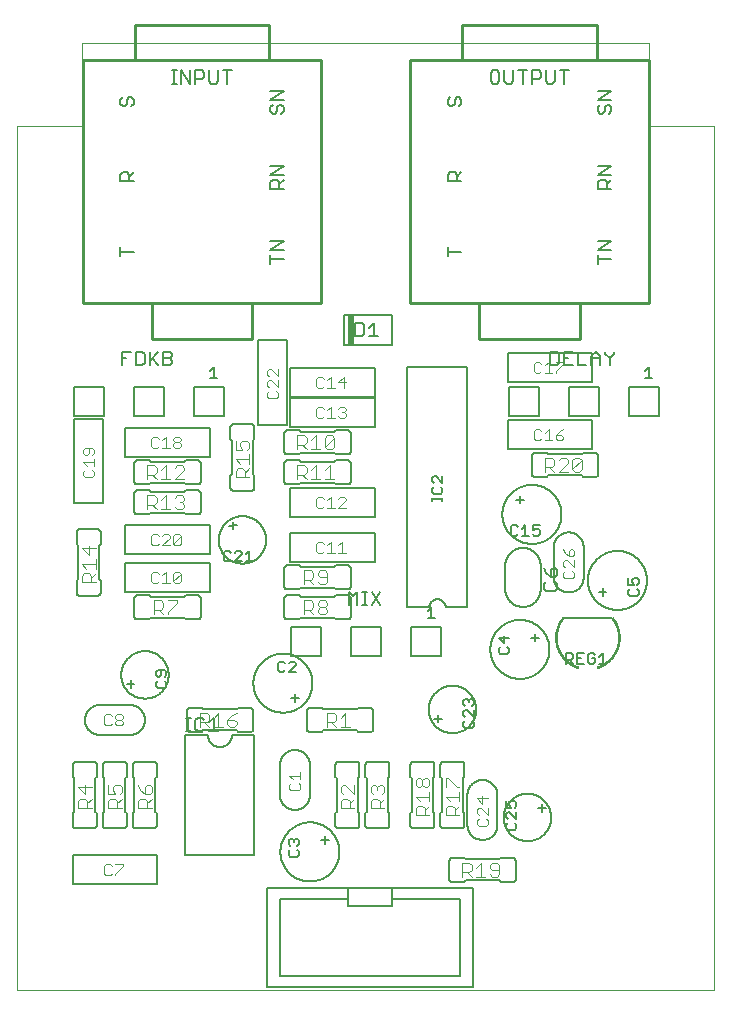
<source format=gto>
G75*
%MOIN*%
%OFA0B0*%
%FSLAX25Y25*%
%IPPOS*%
%LPD*%
%AMOC8*
5,1,8,0,0,1.08239X$1,22.5*
%
%ADD10C,0.00500*%
%ADD11C,0.00600*%
%ADD12C,0.01000*%
%ADD13R,0.02000X0.10000*%
%ADD14C,0.00800*%
%ADD15C,0.00400*%
%ADD16C,0.00300*%
%ADD17C,0.00060*%
%ADD18C,0.00700*%
%ADD19C,0.00000*%
D10*
X0061250Y0121250D02*
X0062751Y0121250D01*
X0062001Y0121250D02*
X0062001Y0125754D01*
X0062751Y0125754D02*
X0061250Y0125754D01*
X0064319Y0125003D02*
X0064319Y0122001D01*
X0065070Y0121250D01*
X0066571Y0121250D01*
X0067322Y0122001D01*
X0068923Y0121250D02*
X0071926Y0121250D01*
X0070424Y0121250D02*
X0070424Y0125754D01*
X0068923Y0124253D01*
X0067322Y0125003D02*
X0066571Y0125754D01*
X0065070Y0125754D01*
X0064319Y0125003D01*
X0054101Y0135589D02*
X0054685Y0136173D01*
X0054685Y0137341D01*
X0054101Y0137925D01*
X0054101Y0139273D02*
X0054685Y0139856D01*
X0054685Y0141024D01*
X0054101Y0141608D01*
X0051766Y0141608D01*
X0051182Y0141024D01*
X0051182Y0139856D01*
X0051766Y0139273D01*
X0052350Y0139273D01*
X0052934Y0139856D01*
X0052934Y0141608D01*
X0051766Y0137925D02*
X0051182Y0137341D01*
X0051182Y0136173D01*
X0051766Y0135589D01*
X0054101Y0135589D01*
X0074332Y0177815D02*
X0073748Y0178399D01*
X0073748Y0180734D01*
X0074332Y0181318D01*
X0075499Y0181318D01*
X0076083Y0180734D01*
X0077431Y0180734D02*
X0078015Y0181318D01*
X0079182Y0181318D01*
X0079766Y0180734D01*
X0079766Y0180150D01*
X0077431Y0177815D01*
X0079766Y0177815D01*
X0081114Y0177815D02*
X0083449Y0177815D01*
X0082282Y0177815D02*
X0082282Y0181318D01*
X0081114Y0180150D01*
X0076083Y0178399D02*
X0075499Y0177815D01*
X0074332Y0177815D01*
X0096250Y0155813D02*
X0096250Y0146313D01*
X0106250Y0146313D01*
X0106250Y0155813D01*
X0096250Y0155813D01*
X0096179Y0144383D02*
X0095595Y0143799D01*
X0096179Y0144383D02*
X0097346Y0144383D01*
X0097930Y0143799D01*
X0097930Y0143215D01*
X0095595Y0140880D01*
X0097930Y0140880D01*
X0094247Y0141464D02*
X0093663Y0140880D01*
X0092496Y0140880D01*
X0091912Y0141464D01*
X0091912Y0143799D01*
X0092496Y0144383D01*
X0093663Y0144383D01*
X0094247Y0143799D01*
X0116250Y0146313D02*
X0126250Y0146313D01*
X0126250Y0155813D01*
X0116250Y0155813D01*
X0116250Y0146313D01*
X0136250Y0146313D02*
X0146250Y0146313D01*
X0146250Y0155813D01*
X0136250Y0155813D01*
X0136250Y0146313D01*
X0141744Y0159100D02*
X0144079Y0159100D01*
X0142912Y0159100D02*
X0142912Y0162603D01*
X0141744Y0161436D01*
X0154266Y0131949D02*
X0154850Y0131949D01*
X0155434Y0131366D01*
X0156017Y0131949D01*
X0156601Y0131949D01*
X0157185Y0131366D01*
X0157185Y0130198D01*
X0156601Y0129614D01*
X0157185Y0128266D02*
X0157185Y0125931D01*
X0154850Y0128266D01*
X0154266Y0128266D01*
X0153682Y0127682D01*
X0153682Y0126515D01*
X0154266Y0125931D01*
X0154266Y0124583D02*
X0153682Y0123999D01*
X0153682Y0122832D01*
X0154266Y0122248D01*
X0156601Y0122248D01*
X0157185Y0122832D01*
X0157185Y0123999D01*
X0156601Y0124583D01*
X0154266Y0129614D02*
X0153682Y0130198D01*
X0153682Y0131366D01*
X0154266Y0131949D01*
X0155434Y0131366D02*
X0155434Y0130782D01*
X0165951Y0146912D02*
X0168286Y0146912D01*
X0168870Y0147496D01*
X0168870Y0148663D01*
X0168286Y0149247D01*
X0167119Y0150595D02*
X0167119Y0152930D01*
X0168870Y0152346D02*
X0165367Y0152346D01*
X0167119Y0150595D01*
X0165951Y0149247D02*
X0165367Y0148663D01*
X0165367Y0147496D01*
X0165951Y0146912D01*
X0187884Y0147253D02*
X0187884Y0143750D01*
X0187884Y0144918D02*
X0189635Y0144918D01*
X0190219Y0145501D01*
X0190219Y0146669D01*
X0189635Y0147253D01*
X0187884Y0147253D01*
X0189051Y0144918D02*
X0190219Y0143750D01*
X0191567Y0143750D02*
X0191567Y0147253D01*
X0193902Y0147253D01*
X0195250Y0146669D02*
X0195834Y0147253D01*
X0197001Y0147253D01*
X0197585Y0146669D01*
X0197585Y0145501D02*
X0196418Y0145501D01*
X0197585Y0145501D02*
X0197585Y0144334D01*
X0197001Y0143750D01*
X0195834Y0143750D01*
X0195250Y0144334D01*
X0195250Y0146669D01*
X0192735Y0145501D02*
X0191567Y0145501D01*
X0191567Y0143750D02*
X0193902Y0143750D01*
X0198933Y0143750D02*
X0201268Y0143750D01*
X0200101Y0143750D02*
X0200101Y0147253D01*
X0198933Y0146085D01*
X0209211Y0166222D02*
X0211546Y0166222D01*
X0212130Y0166806D01*
X0212130Y0167973D01*
X0211546Y0168557D01*
X0211546Y0169905D02*
X0212130Y0170489D01*
X0212130Y0171656D01*
X0211546Y0172240D01*
X0210379Y0172240D01*
X0209795Y0171656D01*
X0209795Y0171073D01*
X0210379Y0169905D01*
X0208627Y0169905D01*
X0208627Y0172240D01*
X0209211Y0168557D02*
X0208627Y0167973D01*
X0208627Y0166806D01*
X0209211Y0166222D01*
X0179082Y0186954D02*
X0178498Y0186370D01*
X0177330Y0186370D01*
X0176747Y0186954D01*
X0176747Y0188121D02*
X0177914Y0188705D01*
X0178498Y0188705D01*
X0179082Y0188121D01*
X0179082Y0186954D01*
X0176747Y0188121D02*
X0176747Y0189873D01*
X0179082Y0189873D01*
X0175399Y0186370D02*
X0173063Y0186370D01*
X0174231Y0186370D02*
X0174231Y0189873D01*
X0173063Y0188705D01*
X0171716Y0189289D02*
X0171132Y0189873D01*
X0169964Y0189873D01*
X0169380Y0189289D01*
X0169380Y0186954D01*
X0169964Y0186370D01*
X0171132Y0186370D01*
X0171716Y0186954D01*
X0168750Y0226313D02*
X0178750Y0226313D01*
X0178750Y0235813D01*
X0168750Y0235813D01*
X0168750Y0226313D01*
X0188750Y0226313D02*
X0198750Y0226313D01*
X0198750Y0235813D01*
X0188750Y0235813D01*
X0188750Y0226313D01*
X0208750Y0226313D02*
X0218750Y0226313D01*
X0218750Y0235813D01*
X0208750Y0235813D01*
X0208750Y0226313D01*
X0214244Y0239100D02*
X0216579Y0239100D01*
X0215412Y0239100D02*
X0215412Y0242603D01*
X0214244Y0241436D01*
X0170731Y0097904D02*
X0169564Y0097904D01*
X0168980Y0097321D01*
X0168980Y0096737D01*
X0169564Y0095569D01*
X0167812Y0095569D01*
X0167812Y0097904D01*
X0170731Y0097904D02*
X0171315Y0097321D01*
X0171315Y0096153D01*
X0170731Y0095569D01*
X0171315Y0094221D02*
X0171315Y0091886D01*
X0168980Y0094221D01*
X0168396Y0094221D01*
X0167812Y0093637D01*
X0167812Y0092470D01*
X0168396Y0091886D01*
X0168396Y0090538D02*
X0167812Y0089954D01*
X0167812Y0088787D01*
X0168396Y0088203D01*
X0170731Y0088203D01*
X0171315Y0088787D01*
X0171315Y0089954D01*
X0170731Y0090538D01*
X0098870Y0084846D02*
X0098870Y0083679D01*
X0098286Y0083095D01*
X0098286Y0081747D02*
X0098870Y0081163D01*
X0098870Y0079996D01*
X0098286Y0079412D01*
X0095951Y0079412D01*
X0095367Y0079996D01*
X0095367Y0081163D01*
X0095951Y0081747D01*
X0095951Y0083095D02*
X0095367Y0083679D01*
X0095367Y0084846D01*
X0095951Y0085430D01*
X0096535Y0085430D01*
X0097119Y0084846D01*
X0097702Y0085430D01*
X0098286Y0085430D01*
X0098870Y0084846D01*
X0097119Y0084846D02*
X0097119Y0084263D01*
X0073750Y0226313D02*
X0063750Y0226313D01*
X0063750Y0235813D01*
X0073750Y0235813D01*
X0073750Y0226313D01*
X0071579Y0239100D02*
X0069244Y0239100D01*
X0070412Y0239100D02*
X0070412Y0242603D01*
X0069244Y0241436D01*
X0053750Y0235813D02*
X0053750Y0226313D01*
X0043750Y0226313D01*
X0043750Y0235813D01*
X0053750Y0235813D01*
X0033750Y0235813D02*
X0033750Y0226313D01*
X0023750Y0226313D01*
X0023750Y0235813D01*
X0033750Y0235813D01*
D11*
X0039842Y0243300D02*
X0039842Y0247704D01*
X0042778Y0247704D01*
X0044446Y0247704D02*
X0046648Y0247704D01*
X0047382Y0246970D01*
X0047382Y0244034D01*
X0046648Y0243300D01*
X0044446Y0243300D01*
X0044446Y0247704D01*
X0041310Y0245502D02*
X0039842Y0245502D01*
X0049050Y0244768D02*
X0051986Y0247704D01*
X0053654Y0247704D02*
X0055856Y0247704D01*
X0056590Y0246970D01*
X0056590Y0246236D01*
X0055856Y0245502D01*
X0053654Y0245502D01*
X0053654Y0243300D02*
X0053654Y0247704D01*
X0055856Y0245502D02*
X0056590Y0244768D01*
X0056590Y0244034D01*
X0055856Y0243300D01*
X0053654Y0243300D01*
X0051986Y0243300D02*
X0049784Y0245502D01*
X0049050Y0247704D02*
X0049050Y0243300D01*
X0040894Y0222382D02*
X0069106Y0222382D01*
X0069106Y0212618D01*
X0040894Y0212618D01*
X0040894Y0222382D01*
X0033632Y0225356D02*
X0033632Y0197144D01*
X0023868Y0197144D01*
X0023868Y0225356D01*
X0033632Y0225356D01*
X0044937Y0211500D02*
X0048937Y0211500D01*
X0049437Y0211000D01*
X0060563Y0211000D01*
X0061063Y0211500D01*
X0065063Y0211500D01*
X0065123Y0211498D01*
X0065184Y0211493D01*
X0065243Y0211484D01*
X0065302Y0211471D01*
X0065361Y0211455D01*
X0065418Y0211435D01*
X0065473Y0211412D01*
X0065528Y0211385D01*
X0065580Y0211356D01*
X0065631Y0211323D01*
X0065680Y0211287D01*
X0065726Y0211249D01*
X0065770Y0211207D01*
X0065812Y0211163D01*
X0065850Y0211117D01*
X0065886Y0211068D01*
X0065919Y0211017D01*
X0065948Y0210965D01*
X0065975Y0210910D01*
X0065998Y0210855D01*
X0066018Y0210798D01*
X0066034Y0210739D01*
X0066047Y0210680D01*
X0066056Y0210621D01*
X0066061Y0210560D01*
X0066063Y0210500D01*
X0066063Y0204500D01*
X0066061Y0204440D01*
X0066056Y0204379D01*
X0066047Y0204320D01*
X0066034Y0204261D01*
X0066018Y0204202D01*
X0065998Y0204145D01*
X0065975Y0204090D01*
X0065948Y0204035D01*
X0065919Y0203983D01*
X0065886Y0203932D01*
X0065850Y0203883D01*
X0065812Y0203837D01*
X0065770Y0203793D01*
X0065726Y0203751D01*
X0065680Y0203713D01*
X0065631Y0203677D01*
X0065580Y0203644D01*
X0065528Y0203615D01*
X0065473Y0203588D01*
X0065418Y0203565D01*
X0065361Y0203545D01*
X0065302Y0203529D01*
X0065243Y0203516D01*
X0065184Y0203507D01*
X0065123Y0203502D01*
X0065063Y0203500D01*
X0061063Y0203500D01*
X0060563Y0204000D01*
X0049437Y0204000D01*
X0048937Y0203500D01*
X0044937Y0203500D01*
X0044877Y0203502D01*
X0044816Y0203507D01*
X0044757Y0203516D01*
X0044698Y0203529D01*
X0044639Y0203545D01*
X0044582Y0203565D01*
X0044527Y0203588D01*
X0044472Y0203615D01*
X0044420Y0203644D01*
X0044369Y0203677D01*
X0044320Y0203713D01*
X0044274Y0203751D01*
X0044230Y0203793D01*
X0044188Y0203837D01*
X0044150Y0203883D01*
X0044114Y0203932D01*
X0044081Y0203983D01*
X0044052Y0204035D01*
X0044025Y0204090D01*
X0044002Y0204145D01*
X0043982Y0204202D01*
X0043966Y0204261D01*
X0043953Y0204320D01*
X0043944Y0204379D01*
X0043939Y0204440D01*
X0043937Y0204500D01*
X0043937Y0210500D01*
X0043939Y0210560D01*
X0043944Y0210621D01*
X0043953Y0210680D01*
X0043966Y0210739D01*
X0043982Y0210798D01*
X0044002Y0210855D01*
X0044025Y0210910D01*
X0044052Y0210965D01*
X0044081Y0211017D01*
X0044114Y0211068D01*
X0044150Y0211117D01*
X0044188Y0211163D01*
X0044230Y0211207D01*
X0044274Y0211249D01*
X0044320Y0211287D01*
X0044369Y0211323D01*
X0044420Y0211356D01*
X0044472Y0211385D01*
X0044527Y0211412D01*
X0044582Y0211435D01*
X0044639Y0211455D01*
X0044698Y0211471D01*
X0044757Y0211484D01*
X0044816Y0211493D01*
X0044877Y0211498D01*
X0044937Y0211500D01*
X0044937Y0201500D02*
X0048937Y0201500D01*
X0049437Y0201000D01*
X0060563Y0201000D01*
X0061063Y0201500D01*
X0065063Y0201500D01*
X0065123Y0201498D01*
X0065184Y0201493D01*
X0065243Y0201484D01*
X0065302Y0201471D01*
X0065361Y0201455D01*
X0065418Y0201435D01*
X0065473Y0201412D01*
X0065528Y0201385D01*
X0065580Y0201356D01*
X0065631Y0201323D01*
X0065680Y0201287D01*
X0065726Y0201249D01*
X0065770Y0201207D01*
X0065812Y0201163D01*
X0065850Y0201117D01*
X0065886Y0201068D01*
X0065919Y0201017D01*
X0065948Y0200965D01*
X0065975Y0200910D01*
X0065998Y0200855D01*
X0066018Y0200798D01*
X0066034Y0200739D01*
X0066047Y0200680D01*
X0066056Y0200621D01*
X0066061Y0200560D01*
X0066063Y0200500D01*
X0066063Y0194500D01*
X0066061Y0194440D01*
X0066056Y0194379D01*
X0066047Y0194320D01*
X0066034Y0194261D01*
X0066018Y0194202D01*
X0065998Y0194145D01*
X0065975Y0194090D01*
X0065948Y0194035D01*
X0065919Y0193983D01*
X0065886Y0193932D01*
X0065850Y0193883D01*
X0065812Y0193837D01*
X0065770Y0193793D01*
X0065726Y0193751D01*
X0065680Y0193713D01*
X0065631Y0193677D01*
X0065580Y0193644D01*
X0065528Y0193615D01*
X0065473Y0193588D01*
X0065418Y0193565D01*
X0065361Y0193545D01*
X0065302Y0193529D01*
X0065243Y0193516D01*
X0065184Y0193507D01*
X0065123Y0193502D01*
X0065063Y0193500D01*
X0061063Y0193500D01*
X0060563Y0194000D01*
X0049437Y0194000D01*
X0048937Y0193500D01*
X0044937Y0193500D01*
X0044877Y0193502D01*
X0044816Y0193507D01*
X0044757Y0193516D01*
X0044698Y0193529D01*
X0044639Y0193545D01*
X0044582Y0193565D01*
X0044527Y0193588D01*
X0044472Y0193615D01*
X0044420Y0193644D01*
X0044369Y0193677D01*
X0044320Y0193713D01*
X0044274Y0193751D01*
X0044230Y0193793D01*
X0044188Y0193837D01*
X0044150Y0193883D01*
X0044114Y0193932D01*
X0044081Y0193983D01*
X0044052Y0194035D01*
X0044025Y0194090D01*
X0044002Y0194145D01*
X0043982Y0194202D01*
X0043966Y0194261D01*
X0043953Y0194320D01*
X0043944Y0194379D01*
X0043939Y0194440D01*
X0043937Y0194500D01*
X0043937Y0200500D01*
X0043939Y0200560D01*
X0043944Y0200621D01*
X0043953Y0200680D01*
X0043966Y0200739D01*
X0043982Y0200798D01*
X0044002Y0200855D01*
X0044025Y0200910D01*
X0044052Y0200965D01*
X0044081Y0201017D01*
X0044114Y0201068D01*
X0044150Y0201117D01*
X0044188Y0201163D01*
X0044230Y0201207D01*
X0044274Y0201249D01*
X0044320Y0201287D01*
X0044369Y0201323D01*
X0044420Y0201356D01*
X0044472Y0201385D01*
X0044527Y0201412D01*
X0044582Y0201435D01*
X0044639Y0201455D01*
X0044698Y0201471D01*
X0044757Y0201484D01*
X0044816Y0201493D01*
X0044877Y0201498D01*
X0044937Y0201500D01*
X0040894Y0189882D02*
X0069106Y0189882D01*
X0069106Y0180118D01*
X0040894Y0180118D01*
X0040894Y0189882D01*
X0032750Y0187563D02*
X0032750Y0183563D01*
X0032250Y0183063D01*
X0032250Y0171937D01*
X0032750Y0171437D01*
X0032750Y0167437D01*
X0032748Y0167377D01*
X0032743Y0167316D01*
X0032734Y0167257D01*
X0032721Y0167198D01*
X0032705Y0167139D01*
X0032685Y0167082D01*
X0032662Y0167027D01*
X0032635Y0166972D01*
X0032606Y0166920D01*
X0032573Y0166869D01*
X0032537Y0166820D01*
X0032499Y0166774D01*
X0032457Y0166730D01*
X0032413Y0166688D01*
X0032367Y0166650D01*
X0032318Y0166614D01*
X0032267Y0166581D01*
X0032215Y0166552D01*
X0032160Y0166525D01*
X0032105Y0166502D01*
X0032048Y0166482D01*
X0031989Y0166466D01*
X0031930Y0166453D01*
X0031871Y0166444D01*
X0031810Y0166439D01*
X0031750Y0166437D01*
X0025750Y0166437D01*
X0025690Y0166439D01*
X0025629Y0166444D01*
X0025570Y0166453D01*
X0025511Y0166466D01*
X0025452Y0166482D01*
X0025395Y0166502D01*
X0025340Y0166525D01*
X0025285Y0166552D01*
X0025233Y0166581D01*
X0025182Y0166614D01*
X0025133Y0166650D01*
X0025087Y0166688D01*
X0025043Y0166730D01*
X0025001Y0166774D01*
X0024963Y0166820D01*
X0024927Y0166869D01*
X0024894Y0166920D01*
X0024865Y0166972D01*
X0024838Y0167027D01*
X0024815Y0167082D01*
X0024795Y0167139D01*
X0024779Y0167198D01*
X0024766Y0167257D01*
X0024757Y0167316D01*
X0024752Y0167377D01*
X0024750Y0167437D01*
X0024750Y0171437D01*
X0025250Y0171937D01*
X0025250Y0183063D01*
X0024750Y0183563D01*
X0024750Y0187563D01*
X0024752Y0187623D01*
X0024757Y0187684D01*
X0024766Y0187743D01*
X0024779Y0187802D01*
X0024795Y0187861D01*
X0024815Y0187918D01*
X0024838Y0187973D01*
X0024865Y0188028D01*
X0024894Y0188080D01*
X0024927Y0188131D01*
X0024963Y0188180D01*
X0025001Y0188226D01*
X0025043Y0188270D01*
X0025087Y0188312D01*
X0025133Y0188350D01*
X0025182Y0188386D01*
X0025233Y0188419D01*
X0025285Y0188448D01*
X0025340Y0188475D01*
X0025395Y0188498D01*
X0025452Y0188518D01*
X0025511Y0188534D01*
X0025570Y0188547D01*
X0025629Y0188556D01*
X0025690Y0188561D01*
X0025750Y0188563D01*
X0031750Y0188563D01*
X0031810Y0188561D01*
X0031871Y0188556D01*
X0031930Y0188547D01*
X0031989Y0188534D01*
X0032048Y0188518D01*
X0032105Y0188498D01*
X0032160Y0188475D01*
X0032215Y0188448D01*
X0032267Y0188419D01*
X0032318Y0188386D01*
X0032367Y0188350D01*
X0032413Y0188312D01*
X0032457Y0188270D01*
X0032499Y0188226D01*
X0032537Y0188180D01*
X0032573Y0188131D01*
X0032606Y0188080D01*
X0032635Y0188028D01*
X0032662Y0187973D01*
X0032685Y0187918D01*
X0032705Y0187861D01*
X0032721Y0187802D01*
X0032734Y0187743D01*
X0032743Y0187684D01*
X0032748Y0187623D01*
X0032750Y0187563D01*
X0040894Y0177382D02*
X0069106Y0177382D01*
X0069106Y0167618D01*
X0040894Y0167618D01*
X0040894Y0177382D01*
X0044937Y0166500D02*
X0048937Y0166500D01*
X0049437Y0166000D01*
X0060563Y0166000D01*
X0061063Y0166500D01*
X0065063Y0166500D01*
X0065123Y0166498D01*
X0065184Y0166493D01*
X0065243Y0166484D01*
X0065302Y0166471D01*
X0065361Y0166455D01*
X0065418Y0166435D01*
X0065473Y0166412D01*
X0065528Y0166385D01*
X0065580Y0166356D01*
X0065631Y0166323D01*
X0065680Y0166287D01*
X0065726Y0166249D01*
X0065770Y0166207D01*
X0065812Y0166163D01*
X0065850Y0166117D01*
X0065886Y0166068D01*
X0065919Y0166017D01*
X0065948Y0165965D01*
X0065975Y0165910D01*
X0065998Y0165855D01*
X0066018Y0165798D01*
X0066034Y0165739D01*
X0066047Y0165680D01*
X0066056Y0165621D01*
X0066061Y0165560D01*
X0066063Y0165500D01*
X0066063Y0159500D01*
X0066061Y0159440D01*
X0066056Y0159379D01*
X0066047Y0159320D01*
X0066034Y0159261D01*
X0066018Y0159202D01*
X0065998Y0159145D01*
X0065975Y0159090D01*
X0065948Y0159035D01*
X0065919Y0158983D01*
X0065886Y0158932D01*
X0065850Y0158883D01*
X0065812Y0158837D01*
X0065770Y0158793D01*
X0065726Y0158751D01*
X0065680Y0158713D01*
X0065631Y0158677D01*
X0065580Y0158644D01*
X0065528Y0158615D01*
X0065473Y0158588D01*
X0065418Y0158565D01*
X0065361Y0158545D01*
X0065302Y0158529D01*
X0065243Y0158516D01*
X0065184Y0158507D01*
X0065123Y0158502D01*
X0065063Y0158500D01*
X0061063Y0158500D01*
X0060563Y0159000D01*
X0049437Y0159000D01*
X0048937Y0158500D01*
X0044937Y0158500D01*
X0044877Y0158502D01*
X0044816Y0158507D01*
X0044757Y0158516D01*
X0044698Y0158529D01*
X0044639Y0158545D01*
X0044582Y0158565D01*
X0044527Y0158588D01*
X0044472Y0158615D01*
X0044420Y0158644D01*
X0044369Y0158677D01*
X0044320Y0158713D01*
X0044274Y0158751D01*
X0044230Y0158793D01*
X0044188Y0158837D01*
X0044150Y0158883D01*
X0044114Y0158932D01*
X0044081Y0158983D01*
X0044052Y0159035D01*
X0044025Y0159090D01*
X0044002Y0159145D01*
X0043982Y0159202D01*
X0043966Y0159261D01*
X0043953Y0159320D01*
X0043944Y0159379D01*
X0043939Y0159440D01*
X0043937Y0159500D01*
X0043937Y0165500D01*
X0043939Y0165560D01*
X0043944Y0165621D01*
X0043953Y0165680D01*
X0043966Y0165739D01*
X0043982Y0165798D01*
X0044002Y0165855D01*
X0044025Y0165910D01*
X0044052Y0165965D01*
X0044081Y0166017D01*
X0044114Y0166068D01*
X0044150Y0166117D01*
X0044188Y0166163D01*
X0044230Y0166207D01*
X0044274Y0166249D01*
X0044320Y0166287D01*
X0044369Y0166323D01*
X0044420Y0166356D01*
X0044472Y0166385D01*
X0044527Y0166412D01*
X0044582Y0166435D01*
X0044639Y0166455D01*
X0044698Y0166471D01*
X0044757Y0166484D01*
X0044816Y0166493D01*
X0044877Y0166498D01*
X0044937Y0166500D01*
X0039594Y0140000D02*
X0039596Y0140194D01*
X0039604Y0140388D01*
X0039615Y0140582D01*
X0039632Y0140775D01*
X0039653Y0140968D01*
X0039680Y0141160D01*
X0039710Y0141352D01*
X0039746Y0141542D01*
X0039786Y0141732D01*
X0039831Y0141921D01*
X0039880Y0142109D01*
X0039934Y0142295D01*
X0039993Y0142480D01*
X0040056Y0142663D01*
X0040124Y0142845D01*
X0040196Y0143025D01*
X0040272Y0143204D01*
X0040353Y0143380D01*
X0040438Y0143555D01*
X0040528Y0143727D01*
X0040621Y0143897D01*
X0040719Y0144064D01*
X0040821Y0144230D01*
X0040926Y0144392D01*
X0041036Y0144552D01*
X0041150Y0144710D01*
X0041267Y0144864D01*
X0041389Y0145016D01*
X0041514Y0145164D01*
X0041642Y0145309D01*
X0041774Y0145452D01*
X0041910Y0145590D01*
X0042048Y0145726D01*
X0042191Y0145858D01*
X0042336Y0145986D01*
X0042484Y0146111D01*
X0042636Y0146233D01*
X0042790Y0146350D01*
X0042948Y0146464D01*
X0043108Y0146574D01*
X0043270Y0146679D01*
X0043436Y0146781D01*
X0043603Y0146879D01*
X0043773Y0146972D01*
X0043945Y0147062D01*
X0044120Y0147147D01*
X0044296Y0147228D01*
X0044475Y0147304D01*
X0044655Y0147376D01*
X0044837Y0147444D01*
X0045020Y0147507D01*
X0045205Y0147566D01*
X0045391Y0147620D01*
X0045579Y0147669D01*
X0045768Y0147714D01*
X0045958Y0147754D01*
X0046148Y0147790D01*
X0046340Y0147820D01*
X0046532Y0147847D01*
X0046725Y0147868D01*
X0046918Y0147885D01*
X0047112Y0147896D01*
X0047306Y0147904D01*
X0047500Y0147906D01*
X0047694Y0147904D01*
X0047888Y0147896D01*
X0048082Y0147885D01*
X0048275Y0147868D01*
X0048468Y0147847D01*
X0048660Y0147820D01*
X0048852Y0147790D01*
X0049042Y0147754D01*
X0049232Y0147714D01*
X0049421Y0147669D01*
X0049609Y0147620D01*
X0049795Y0147566D01*
X0049980Y0147507D01*
X0050163Y0147444D01*
X0050345Y0147376D01*
X0050525Y0147304D01*
X0050704Y0147228D01*
X0050880Y0147147D01*
X0051055Y0147062D01*
X0051227Y0146972D01*
X0051397Y0146879D01*
X0051564Y0146781D01*
X0051730Y0146679D01*
X0051892Y0146574D01*
X0052052Y0146464D01*
X0052210Y0146350D01*
X0052364Y0146233D01*
X0052516Y0146111D01*
X0052664Y0145986D01*
X0052809Y0145858D01*
X0052952Y0145726D01*
X0053090Y0145590D01*
X0053226Y0145452D01*
X0053358Y0145309D01*
X0053486Y0145164D01*
X0053611Y0145016D01*
X0053733Y0144864D01*
X0053850Y0144710D01*
X0053964Y0144552D01*
X0054074Y0144392D01*
X0054179Y0144230D01*
X0054281Y0144064D01*
X0054379Y0143897D01*
X0054472Y0143727D01*
X0054562Y0143555D01*
X0054647Y0143380D01*
X0054728Y0143204D01*
X0054804Y0143025D01*
X0054876Y0142845D01*
X0054944Y0142663D01*
X0055007Y0142480D01*
X0055066Y0142295D01*
X0055120Y0142109D01*
X0055169Y0141921D01*
X0055214Y0141732D01*
X0055254Y0141542D01*
X0055290Y0141352D01*
X0055320Y0141160D01*
X0055347Y0140968D01*
X0055368Y0140775D01*
X0055385Y0140582D01*
X0055396Y0140388D01*
X0055404Y0140194D01*
X0055406Y0140000D01*
X0055404Y0139806D01*
X0055396Y0139612D01*
X0055385Y0139418D01*
X0055368Y0139225D01*
X0055347Y0139032D01*
X0055320Y0138840D01*
X0055290Y0138648D01*
X0055254Y0138458D01*
X0055214Y0138268D01*
X0055169Y0138079D01*
X0055120Y0137891D01*
X0055066Y0137705D01*
X0055007Y0137520D01*
X0054944Y0137337D01*
X0054876Y0137155D01*
X0054804Y0136975D01*
X0054728Y0136796D01*
X0054647Y0136620D01*
X0054562Y0136445D01*
X0054472Y0136273D01*
X0054379Y0136103D01*
X0054281Y0135936D01*
X0054179Y0135770D01*
X0054074Y0135608D01*
X0053964Y0135448D01*
X0053850Y0135290D01*
X0053733Y0135136D01*
X0053611Y0134984D01*
X0053486Y0134836D01*
X0053358Y0134691D01*
X0053226Y0134548D01*
X0053090Y0134410D01*
X0052952Y0134274D01*
X0052809Y0134142D01*
X0052664Y0134014D01*
X0052516Y0133889D01*
X0052364Y0133767D01*
X0052210Y0133650D01*
X0052052Y0133536D01*
X0051892Y0133426D01*
X0051730Y0133321D01*
X0051564Y0133219D01*
X0051397Y0133121D01*
X0051227Y0133028D01*
X0051055Y0132938D01*
X0050880Y0132853D01*
X0050704Y0132772D01*
X0050525Y0132696D01*
X0050345Y0132624D01*
X0050163Y0132556D01*
X0049980Y0132493D01*
X0049795Y0132434D01*
X0049609Y0132380D01*
X0049421Y0132331D01*
X0049232Y0132286D01*
X0049042Y0132246D01*
X0048852Y0132210D01*
X0048660Y0132180D01*
X0048468Y0132153D01*
X0048275Y0132132D01*
X0048082Y0132115D01*
X0047888Y0132104D01*
X0047694Y0132096D01*
X0047500Y0132094D01*
X0047306Y0132096D01*
X0047112Y0132104D01*
X0046918Y0132115D01*
X0046725Y0132132D01*
X0046532Y0132153D01*
X0046340Y0132180D01*
X0046148Y0132210D01*
X0045958Y0132246D01*
X0045768Y0132286D01*
X0045579Y0132331D01*
X0045391Y0132380D01*
X0045205Y0132434D01*
X0045020Y0132493D01*
X0044837Y0132556D01*
X0044655Y0132624D01*
X0044475Y0132696D01*
X0044296Y0132772D01*
X0044120Y0132853D01*
X0043945Y0132938D01*
X0043773Y0133028D01*
X0043603Y0133121D01*
X0043436Y0133219D01*
X0043270Y0133321D01*
X0043108Y0133426D01*
X0042948Y0133536D01*
X0042790Y0133650D01*
X0042636Y0133767D01*
X0042484Y0133889D01*
X0042336Y0134014D01*
X0042191Y0134142D01*
X0042048Y0134274D01*
X0041910Y0134410D01*
X0041774Y0134548D01*
X0041642Y0134691D01*
X0041514Y0134836D01*
X0041389Y0134984D01*
X0041267Y0135136D01*
X0041150Y0135290D01*
X0041036Y0135448D01*
X0040926Y0135608D01*
X0040821Y0135770D01*
X0040719Y0135936D01*
X0040621Y0136103D01*
X0040528Y0136273D01*
X0040438Y0136445D01*
X0040353Y0136620D01*
X0040272Y0136796D01*
X0040196Y0136975D01*
X0040124Y0137155D01*
X0040056Y0137337D01*
X0039993Y0137520D01*
X0039934Y0137705D01*
X0039880Y0137891D01*
X0039831Y0138079D01*
X0039786Y0138268D01*
X0039746Y0138458D01*
X0039710Y0138648D01*
X0039680Y0138840D01*
X0039653Y0139032D01*
X0039632Y0139225D01*
X0039615Y0139418D01*
X0039604Y0139612D01*
X0039596Y0139806D01*
X0039594Y0140000D01*
X0041442Y0136915D02*
X0043942Y0136915D01*
X0042700Y0138132D02*
X0042728Y0135667D01*
X0042500Y0130000D02*
X0035000Y0130000D01*
X0032500Y0130000D01*
X0027500Y0125000D02*
X0027502Y0124860D01*
X0027508Y0124720D01*
X0027518Y0124580D01*
X0027531Y0124440D01*
X0027549Y0124301D01*
X0027571Y0124162D01*
X0027596Y0124025D01*
X0027625Y0123887D01*
X0027658Y0123751D01*
X0027695Y0123616D01*
X0027736Y0123482D01*
X0027781Y0123349D01*
X0027829Y0123217D01*
X0027881Y0123087D01*
X0027936Y0122958D01*
X0027995Y0122831D01*
X0028058Y0122705D01*
X0028124Y0122581D01*
X0028193Y0122460D01*
X0028266Y0122340D01*
X0028343Y0122222D01*
X0028422Y0122107D01*
X0028505Y0121993D01*
X0028591Y0121883D01*
X0028680Y0121774D01*
X0028772Y0121668D01*
X0028867Y0121565D01*
X0028964Y0121464D01*
X0029065Y0121367D01*
X0029168Y0121272D01*
X0029274Y0121180D01*
X0029383Y0121091D01*
X0029493Y0121005D01*
X0029607Y0120922D01*
X0029722Y0120843D01*
X0029840Y0120766D01*
X0029960Y0120693D01*
X0030081Y0120624D01*
X0030205Y0120558D01*
X0030331Y0120495D01*
X0030458Y0120436D01*
X0030587Y0120381D01*
X0030717Y0120329D01*
X0030849Y0120281D01*
X0030982Y0120236D01*
X0031116Y0120195D01*
X0031251Y0120158D01*
X0031387Y0120125D01*
X0031525Y0120096D01*
X0031662Y0120071D01*
X0031801Y0120049D01*
X0031940Y0120031D01*
X0032080Y0120018D01*
X0032220Y0120008D01*
X0032360Y0120002D01*
X0032500Y0120000D01*
X0042500Y0120000D01*
X0047500Y0125000D02*
X0047498Y0125140D01*
X0047492Y0125280D01*
X0047482Y0125420D01*
X0047469Y0125560D01*
X0047451Y0125699D01*
X0047429Y0125838D01*
X0047404Y0125975D01*
X0047375Y0126113D01*
X0047342Y0126249D01*
X0047305Y0126384D01*
X0047264Y0126518D01*
X0047219Y0126651D01*
X0047171Y0126783D01*
X0047119Y0126913D01*
X0047064Y0127042D01*
X0047005Y0127169D01*
X0046942Y0127295D01*
X0046876Y0127419D01*
X0046807Y0127540D01*
X0046734Y0127660D01*
X0046657Y0127778D01*
X0046578Y0127893D01*
X0046495Y0128007D01*
X0046409Y0128117D01*
X0046320Y0128226D01*
X0046228Y0128332D01*
X0046133Y0128435D01*
X0046036Y0128536D01*
X0045935Y0128633D01*
X0045832Y0128728D01*
X0045726Y0128820D01*
X0045617Y0128909D01*
X0045507Y0128995D01*
X0045393Y0129078D01*
X0045278Y0129157D01*
X0045160Y0129234D01*
X0045040Y0129307D01*
X0044919Y0129376D01*
X0044795Y0129442D01*
X0044669Y0129505D01*
X0044542Y0129564D01*
X0044413Y0129619D01*
X0044283Y0129671D01*
X0044151Y0129719D01*
X0044018Y0129764D01*
X0043884Y0129805D01*
X0043749Y0129842D01*
X0043613Y0129875D01*
X0043475Y0129904D01*
X0043338Y0129929D01*
X0043199Y0129951D01*
X0043060Y0129969D01*
X0042920Y0129982D01*
X0042780Y0129992D01*
X0042640Y0129998D01*
X0042500Y0130000D01*
X0047500Y0125000D02*
X0047498Y0124860D01*
X0047492Y0124720D01*
X0047482Y0124580D01*
X0047469Y0124440D01*
X0047451Y0124301D01*
X0047429Y0124162D01*
X0047404Y0124025D01*
X0047375Y0123887D01*
X0047342Y0123751D01*
X0047305Y0123616D01*
X0047264Y0123482D01*
X0047219Y0123349D01*
X0047171Y0123217D01*
X0047119Y0123087D01*
X0047064Y0122958D01*
X0047005Y0122831D01*
X0046942Y0122705D01*
X0046876Y0122581D01*
X0046807Y0122460D01*
X0046734Y0122340D01*
X0046657Y0122222D01*
X0046578Y0122107D01*
X0046495Y0121993D01*
X0046409Y0121883D01*
X0046320Y0121774D01*
X0046228Y0121668D01*
X0046133Y0121565D01*
X0046036Y0121464D01*
X0045935Y0121367D01*
X0045832Y0121272D01*
X0045726Y0121180D01*
X0045617Y0121091D01*
X0045507Y0121005D01*
X0045393Y0120922D01*
X0045278Y0120843D01*
X0045160Y0120766D01*
X0045040Y0120693D01*
X0044919Y0120624D01*
X0044795Y0120558D01*
X0044669Y0120495D01*
X0044542Y0120436D01*
X0044413Y0120381D01*
X0044283Y0120329D01*
X0044151Y0120281D01*
X0044018Y0120236D01*
X0043884Y0120195D01*
X0043749Y0120158D01*
X0043613Y0120125D01*
X0043475Y0120096D01*
X0043338Y0120071D01*
X0043199Y0120049D01*
X0043060Y0120031D01*
X0042920Y0120018D01*
X0042780Y0120008D01*
X0042640Y0120002D01*
X0042500Y0120000D01*
X0040500Y0111063D02*
X0034500Y0111063D01*
X0034440Y0111061D01*
X0034379Y0111056D01*
X0034320Y0111047D01*
X0034261Y0111034D01*
X0034202Y0111018D01*
X0034145Y0110998D01*
X0034090Y0110975D01*
X0034035Y0110948D01*
X0033983Y0110919D01*
X0033932Y0110886D01*
X0033883Y0110850D01*
X0033837Y0110812D01*
X0033793Y0110770D01*
X0033751Y0110726D01*
X0033713Y0110680D01*
X0033677Y0110631D01*
X0033644Y0110580D01*
X0033615Y0110528D01*
X0033588Y0110473D01*
X0033565Y0110418D01*
X0033545Y0110361D01*
X0033529Y0110302D01*
X0033516Y0110243D01*
X0033507Y0110184D01*
X0033502Y0110123D01*
X0033500Y0110063D01*
X0033500Y0106063D01*
X0034000Y0105563D01*
X0034000Y0094437D01*
X0033500Y0093937D01*
X0033500Y0089937D01*
X0033502Y0089877D01*
X0033507Y0089816D01*
X0033516Y0089757D01*
X0033529Y0089698D01*
X0033545Y0089639D01*
X0033565Y0089582D01*
X0033588Y0089527D01*
X0033615Y0089472D01*
X0033644Y0089420D01*
X0033677Y0089369D01*
X0033713Y0089320D01*
X0033751Y0089274D01*
X0033793Y0089230D01*
X0033837Y0089188D01*
X0033883Y0089150D01*
X0033932Y0089114D01*
X0033983Y0089081D01*
X0034035Y0089052D01*
X0034090Y0089025D01*
X0034145Y0089002D01*
X0034202Y0088982D01*
X0034261Y0088966D01*
X0034320Y0088953D01*
X0034379Y0088944D01*
X0034440Y0088939D01*
X0034500Y0088937D01*
X0040500Y0088937D01*
X0040560Y0088939D01*
X0040621Y0088944D01*
X0040680Y0088953D01*
X0040739Y0088966D01*
X0040798Y0088982D01*
X0040855Y0089002D01*
X0040910Y0089025D01*
X0040965Y0089052D01*
X0041017Y0089081D01*
X0041068Y0089114D01*
X0041117Y0089150D01*
X0041163Y0089188D01*
X0041207Y0089230D01*
X0041249Y0089274D01*
X0041287Y0089320D01*
X0041323Y0089369D01*
X0041356Y0089420D01*
X0041385Y0089472D01*
X0041412Y0089527D01*
X0041435Y0089582D01*
X0041455Y0089639D01*
X0041471Y0089698D01*
X0041484Y0089757D01*
X0041493Y0089816D01*
X0041498Y0089877D01*
X0041500Y0089937D01*
X0041500Y0093937D01*
X0041000Y0094437D01*
X0041000Y0105563D01*
X0041500Y0106063D01*
X0041500Y0110063D01*
X0041498Y0110123D01*
X0041493Y0110184D01*
X0041484Y0110243D01*
X0041471Y0110302D01*
X0041455Y0110361D01*
X0041435Y0110418D01*
X0041412Y0110473D01*
X0041385Y0110528D01*
X0041356Y0110580D01*
X0041323Y0110631D01*
X0041287Y0110680D01*
X0041249Y0110726D01*
X0041207Y0110770D01*
X0041163Y0110812D01*
X0041117Y0110850D01*
X0041068Y0110886D01*
X0041017Y0110919D01*
X0040965Y0110948D01*
X0040910Y0110975D01*
X0040855Y0110998D01*
X0040798Y0111018D01*
X0040739Y0111034D01*
X0040680Y0111047D01*
X0040621Y0111056D01*
X0040560Y0111061D01*
X0040500Y0111063D01*
X0043500Y0110063D02*
X0043500Y0106063D01*
X0044000Y0105563D01*
X0044000Y0094437D01*
X0043500Y0093937D01*
X0043500Y0089937D01*
X0043502Y0089877D01*
X0043507Y0089816D01*
X0043516Y0089757D01*
X0043529Y0089698D01*
X0043545Y0089639D01*
X0043565Y0089582D01*
X0043588Y0089527D01*
X0043615Y0089472D01*
X0043644Y0089420D01*
X0043677Y0089369D01*
X0043713Y0089320D01*
X0043751Y0089274D01*
X0043793Y0089230D01*
X0043837Y0089188D01*
X0043883Y0089150D01*
X0043932Y0089114D01*
X0043983Y0089081D01*
X0044035Y0089052D01*
X0044090Y0089025D01*
X0044145Y0089002D01*
X0044202Y0088982D01*
X0044261Y0088966D01*
X0044320Y0088953D01*
X0044379Y0088944D01*
X0044440Y0088939D01*
X0044500Y0088937D01*
X0050500Y0088937D01*
X0050560Y0088939D01*
X0050621Y0088944D01*
X0050680Y0088953D01*
X0050739Y0088966D01*
X0050798Y0088982D01*
X0050855Y0089002D01*
X0050910Y0089025D01*
X0050965Y0089052D01*
X0051017Y0089081D01*
X0051068Y0089114D01*
X0051117Y0089150D01*
X0051163Y0089188D01*
X0051207Y0089230D01*
X0051249Y0089274D01*
X0051287Y0089320D01*
X0051323Y0089369D01*
X0051356Y0089420D01*
X0051385Y0089472D01*
X0051412Y0089527D01*
X0051435Y0089582D01*
X0051455Y0089639D01*
X0051471Y0089698D01*
X0051484Y0089757D01*
X0051493Y0089816D01*
X0051498Y0089877D01*
X0051500Y0089937D01*
X0051500Y0093937D01*
X0051000Y0094437D01*
X0051000Y0105563D01*
X0051500Y0106063D01*
X0051500Y0110063D01*
X0051498Y0110123D01*
X0051493Y0110184D01*
X0051484Y0110243D01*
X0051471Y0110302D01*
X0051455Y0110361D01*
X0051435Y0110418D01*
X0051412Y0110473D01*
X0051385Y0110528D01*
X0051356Y0110580D01*
X0051323Y0110631D01*
X0051287Y0110680D01*
X0051249Y0110726D01*
X0051207Y0110770D01*
X0051163Y0110812D01*
X0051117Y0110850D01*
X0051068Y0110886D01*
X0051017Y0110919D01*
X0050965Y0110948D01*
X0050910Y0110975D01*
X0050855Y0110998D01*
X0050798Y0111018D01*
X0050739Y0111034D01*
X0050680Y0111047D01*
X0050621Y0111056D01*
X0050560Y0111061D01*
X0050500Y0111063D01*
X0044500Y0111063D01*
X0044440Y0111061D01*
X0044379Y0111056D01*
X0044320Y0111047D01*
X0044261Y0111034D01*
X0044202Y0111018D01*
X0044145Y0110998D01*
X0044090Y0110975D01*
X0044035Y0110948D01*
X0043983Y0110919D01*
X0043932Y0110886D01*
X0043883Y0110850D01*
X0043837Y0110812D01*
X0043793Y0110770D01*
X0043751Y0110726D01*
X0043713Y0110680D01*
X0043677Y0110631D01*
X0043644Y0110580D01*
X0043615Y0110528D01*
X0043588Y0110473D01*
X0043565Y0110418D01*
X0043545Y0110361D01*
X0043529Y0110302D01*
X0043516Y0110243D01*
X0043507Y0110184D01*
X0043502Y0110123D01*
X0043500Y0110063D01*
X0031500Y0110063D02*
X0031500Y0106063D01*
X0031000Y0105563D01*
X0031000Y0094437D01*
X0031500Y0093937D01*
X0031500Y0089937D01*
X0031498Y0089877D01*
X0031493Y0089816D01*
X0031484Y0089757D01*
X0031471Y0089698D01*
X0031455Y0089639D01*
X0031435Y0089582D01*
X0031412Y0089527D01*
X0031385Y0089472D01*
X0031356Y0089420D01*
X0031323Y0089369D01*
X0031287Y0089320D01*
X0031249Y0089274D01*
X0031207Y0089230D01*
X0031163Y0089188D01*
X0031117Y0089150D01*
X0031068Y0089114D01*
X0031017Y0089081D01*
X0030965Y0089052D01*
X0030910Y0089025D01*
X0030855Y0089002D01*
X0030798Y0088982D01*
X0030739Y0088966D01*
X0030680Y0088953D01*
X0030621Y0088944D01*
X0030560Y0088939D01*
X0030500Y0088937D01*
X0024500Y0088937D01*
X0024440Y0088939D01*
X0024379Y0088944D01*
X0024320Y0088953D01*
X0024261Y0088966D01*
X0024202Y0088982D01*
X0024145Y0089002D01*
X0024090Y0089025D01*
X0024035Y0089052D01*
X0023983Y0089081D01*
X0023932Y0089114D01*
X0023883Y0089150D01*
X0023837Y0089188D01*
X0023793Y0089230D01*
X0023751Y0089274D01*
X0023713Y0089320D01*
X0023677Y0089369D01*
X0023644Y0089420D01*
X0023615Y0089472D01*
X0023588Y0089527D01*
X0023565Y0089582D01*
X0023545Y0089639D01*
X0023529Y0089698D01*
X0023516Y0089757D01*
X0023507Y0089816D01*
X0023502Y0089877D01*
X0023500Y0089937D01*
X0023500Y0093937D01*
X0024000Y0094437D01*
X0024000Y0105563D01*
X0023500Y0106063D01*
X0023500Y0110063D01*
X0023502Y0110123D01*
X0023507Y0110184D01*
X0023516Y0110243D01*
X0023529Y0110302D01*
X0023545Y0110361D01*
X0023565Y0110418D01*
X0023588Y0110473D01*
X0023615Y0110528D01*
X0023644Y0110580D01*
X0023677Y0110631D01*
X0023713Y0110680D01*
X0023751Y0110726D01*
X0023793Y0110770D01*
X0023837Y0110812D01*
X0023883Y0110850D01*
X0023932Y0110886D01*
X0023983Y0110919D01*
X0024035Y0110948D01*
X0024090Y0110975D01*
X0024145Y0110998D01*
X0024202Y0111018D01*
X0024261Y0111034D01*
X0024320Y0111047D01*
X0024379Y0111056D01*
X0024440Y0111061D01*
X0024500Y0111063D01*
X0030500Y0111063D01*
X0030560Y0111061D01*
X0030621Y0111056D01*
X0030680Y0111047D01*
X0030739Y0111034D01*
X0030798Y0111018D01*
X0030855Y0110998D01*
X0030910Y0110975D01*
X0030965Y0110948D01*
X0031017Y0110919D01*
X0031068Y0110886D01*
X0031117Y0110850D01*
X0031163Y0110812D01*
X0031207Y0110770D01*
X0031249Y0110726D01*
X0031287Y0110680D01*
X0031323Y0110631D01*
X0031356Y0110580D01*
X0031385Y0110528D01*
X0031412Y0110473D01*
X0031435Y0110418D01*
X0031455Y0110361D01*
X0031471Y0110302D01*
X0031484Y0110243D01*
X0031493Y0110184D01*
X0031498Y0110123D01*
X0031500Y0110063D01*
X0027500Y0125000D02*
X0027502Y0125140D01*
X0027508Y0125280D01*
X0027518Y0125420D01*
X0027531Y0125560D01*
X0027549Y0125699D01*
X0027571Y0125838D01*
X0027596Y0125975D01*
X0027625Y0126113D01*
X0027658Y0126249D01*
X0027695Y0126384D01*
X0027736Y0126518D01*
X0027781Y0126651D01*
X0027829Y0126783D01*
X0027881Y0126913D01*
X0027936Y0127042D01*
X0027995Y0127169D01*
X0028058Y0127295D01*
X0028124Y0127419D01*
X0028193Y0127540D01*
X0028266Y0127660D01*
X0028343Y0127778D01*
X0028422Y0127893D01*
X0028505Y0128007D01*
X0028591Y0128117D01*
X0028680Y0128226D01*
X0028772Y0128332D01*
X0028867Y0128435D01*
X0028964Y0128536D01*
X0029065Y0128633D01*
X0029168Y0128728D01*
X0029274Y0128820D01*
X0029383Y0128909D01*
X0029493Y0128995D01*
X0029607Y0129078D01*
X0029722Y0129157D01*
X0029840Y0129234D01*
X0029960Y0129307D01*
X0030081Y0129376D01*
X0030205Y0129442D01*
X0030331Y0129505D01*
X0030458Y0129564D01*
X0030587Y0129619D01*
X0030717Y0129671D01*
X0030849Y0129719D01*
X0030982Y0129764D01*
X0031116Y0129805D01*
X0031251Y0129842D01*
X0031387Y0129875D01*
X0031525Y0129904D01*
X0031662Y0129929D01*
X0031801Y0129951D01*
X0031940Y0129969D01*
X0032080Y0129982D01*
X0032220Y0129992D01*
X0032360Y0129998D01*
X0032500Y0130000D01*
X0061437Y0128000D02*
X0061437Y0122000D01*
X0061439Y0121940D01*
X0061444Y0121879D01*
X0061453Y0121820D01*
X0061466Y0121761D01*
X0061482Y0121702D01*
X0061502Y0121645D01*
X0061525Y0121590D01*
X0061552Y0121535D01*
X0061581Y0121483D01*
X0061614Y0121432D01*
X0061650Y0121383D01*
X0061688Y0121337D01*
X0061730Y0121293D01*
X0061774Y0121251D01*
X0061820Y0121213D01*
X0061869Y0121177D01*
X0061920Y0121144D01*
X0061972Y0121115D01*
X0062027Y0121088D01*
X0062082Y0121065D01*
X0062139Y0121045D01*
X0062198Y0121029D01*
X0062257Y0121016D01*
X0062316Y0121007D01*
X0062377Y0121002D01*
X0062437Y0121000D01*
X0066437Y0121000D01*
X0066937Y0121500D01*
X0078063Y0121500D01*
X0078563Y0121000D01*
X0082563Y0121000D01*
X0082623Y0121002D01*
X0082684Y0121007D01*
X0082743Y0121016D01*
X0082802Y0121029D01*
X0082861Y0121045D01*
X0082918Y0121065D01*
X0082973Y0121088D01*
X0083028Y0121115D01*
X0083080Y0121144D01*
X0083131Y0121177D01*
X0083180Y0121213D01*
X0083226Y0121251D01*
X0083270Y0121293D01*
X0083312Y0121337D01*
X0083350Y0121383D01*
X0083386Y0121432D01*
X0083419Y0121483D01*
X0083448Y0121535D01*
X0083475Y0121590D01*
X0083498Y0121645D01*
X0083518Y0121702D01*
X0083534Y0121761D01*
X0083547Y0121820D01*
X0083556Y0121879D01*
X0083561Y0121940D01*
X0083563Y0122000D01*
X0083563Y0128000D01*
X0083561Y0128060D01*
X0083556Y0128121D01*
X0083547Y0128180D01*
X0083534Y0128239D01*
X0083518Y0128298D01*
X0083498Y0128355D01*
X0083475Y0128410D01*
X0083448Y0128465D01*
X0083419Y0128517D01*
X0083386Y0128568D01*
X0083350Y0128617D01*
X0083312Y0128663D01*
X0083270Y0128707D01*
X0083226Y0128749D01*
X0083180Y0128787D01*
X0083131Y0128823D01*
X0083080Y0128856D01*
X0083028Y0128885D01*
X0082973Y0128912D01*
X0082918Y0128935D01*
X0082861Y0128955D01*
X0082802Y0128971D01*
X0082743Y0128984D01*
X0082684Y0128993D01*
X0082623Y0128998D01*
X0082563Y0129000D01*
X0078563Y0129000D01*
X0078063Y0128500D01*
X0066937Y0128500D01*
X0066437Y0129000D01*
X0062437Y0129000D01*
X0062377Y0128998D01*
X0062316Y0128993D01*
X0062257Y0128984D01*
X0062198Y0128971D01*
X0062139Y0128955D01*
X0062082Y0128935D01*
X0062027Y0128912D01*
X0061972Y0128885D01*
X0061920Y0128856D01*
X0061869Y0128823D01*
X0061820Y0128787D01*
X0061774Y0128749D01*
X0061730Y0128707D01*
X0061688Y0128663D01*
X0061650Y0128617D01*
X0061614Y0128568D01*
X0061581Y0128517D01*
X0061552Y0128465D01*
X0061525Y0128410D01*
X0061502Y0128355D01*
X0061482Y0128298D01*
X0061466Y0128239D01*
X0061453Y0128180D01*
X0061444Y0128121D01*
X0061439Y0128060D01*
X0061437Y0128000D01*
X0061000Y0120000D02*
X0068500Y0120000D01*
X0068502Y0119874D01*
X0068508Y0119749D01*
X0068518Y0119624D01*
X0068532Y0119499D01*
X0068549Y0119374D01*
X0068571Y0119250D01*
X0068596Y0119127D01*
X0068626Y0119005D01*
X0068659Y0118884D01*
X0068696Y0118764D01*
X0068736Y0118645D01*
X0068781Y0118528D01*
X0068829Y0118411D01*
X0068881Y0118297D01*
X0068936Y0118184D01*
X0068995Y0118073D01*
X0069057Y0117964D01*
X0069123Y0117857D01*
X0069192Y0117752D01*
X0069264Y0117649D01*
X0069339Y0117548D01*
X0069418Y0117450D01*
X0069500Y0117355D01*
X0069584Y0117262D01*
X0069672Y0117172D01*
X0069762Y0117084D01*
X0069855Y0117000D01*
X0069950Y0116918D01*
X0070048Y0116839D01*
X0070149Y0116764D01*
X0070252Y0116692D01*
X0070357Y0116623D01*
X0070464Y0116557D01*
X0070573Y0116495D01*
X0070684Y0116436D01*
X0070797Y0116381D01*
X0070911Y0116329D01*
X0071028Y0116281D01*
X0071145Y0116236D01*
X0071264Y0116196D01*
X0071384Y0116159D01*
X0071505Y0116126D01*
X0071627Y0116096D01*
X0071750Y0116071D01*
X0071874Y0116049D01*
X0071999Y0116032D01*
X0072124Y0116018D01*
X0072249Y0116008D01*
X0072374Y0116002D01*
X0072500Y0116000D01*
X0072626Y0116002D01*
X0072751Y0116008D01*
X0072876Y0116018D01*
X0073001Y0116032D01*
X0073126Y0116049D01*
X0073250Y0116071D01*
X0073373Y0116096D01*
X0073495Y0116126D01*
X0073616Y0116159D01*
X0073736Y0116196D01*
X0073855Y0116236D01*
X0073972Y0116281D01*
X0074089Y0116329D01*
X0074203Y0116381D01*
X0074316Y0116436D01*
X0074427Y0116495D01*
X0074536Y0116557D01*
X0074643Y0116623D01*
X0074748Y0116692D01*
X0074851Y0116764D01*
X0074952Y0116839D01*
X0075050Y0116918D01*
X0075145Y0117000D01*
X0075238Y0117084D01*
X0075328Y0117172D01*
X0075416Y0117262D01*
X0075500Y0117355D01*
X0075582Y0117450D01*
X0075661Y0117548D01*
X0075736Y0117649D01*
X0075808Y0117752D01*
X0075877Y0117857D01*
X0075943Y0117964D01*
X0076005Y0118073D01*
X0076064Y0118184D01*
X0076119Y0118297D01*
X0076171Y0118411D01*
X0076219Y0118528D01*
X0076264Y0118645D01*
X0076304Y0118764D01*
X0076341Y0118884D01*
X0076374Y0119005D01*
X0076404Y0119127D01*
X0076429Y0119250D01*
X0076451Y0119374D01*
X0076468Y0119499D01*
X0076482Y0119624D01*
X0076492Y0119749D01*
X0076498Y0119874D01*
X0076500Y0120000D01*
X0084000Y0120000D01*
X0084000Y0080000D01*
X0061000Y0080000D01*
X0061000Y0120000D01*
X0051606Y0079882D02*
X0051606Y0070118D01*
X0023394Y0070118D01*
X0023394Y0079882D01*
X0051606Y0079882D01*
X0092500Y0100000D02*
X0092500Y0110000D01*
X0092502Y0110140D01*
X0092508Y0110280D01*
X0092518Y0110420D01*
X0092531Y0110560D01*
X0092549Y0110699D01*
X0092571Y0110838D01*
X0092596Y0110975D01*
X0092625Y0111113D01*
X0092658Y0111249D01*
X0092695Y0111384D01*
X0092736Y0111518D01*
X0092781Y0111651D01*
X0092829Y0111783D01*
X0092881Y0111913D01*
X0092936Y0112042D01*
X0092995Y0112169D01*
X0093058Y0112295D01*
X0093124Y0112419D01*
X0093193Y0112540D01*
X0093266Y0112660D01*
X0093343Y0112778D01*
X0093422Y0112893D01*
X0093505Y0113007D01*
X0093591Y0113117D01*
X0093680Y0113226D01*
X0093772Y0113332D01*
X0093867Y0113435D01*
X0093964Y0113536D01*
X0094065Y0113633D01*
X0094168Y0113728D01*
X0094274Y0113820D01*
X0094383Y0113909D01*
X0094493Y0113995D01*
X0094607Y0114078D01*
X0094722Y0114157D01*
X0094840Y0114234D01*
X0094960Y0114307D01*
X0095081Y0114376D01*
X0095205Y0114442D01*
X0095331Y0114505D01*
X0095458Y0114564D01*
X0095587Y0114619D01*
X0095717Y0114671D01*
X0095849Y0114719D01*
X0095982Y0114764D01*
X0096116Y0114805D01*
X0096251Y0114842D01*
X0096387Y0114875D01*
X0096525Y0114904D01*
X0096662Y0114929D01*
X0096801Y0114951D01*
X0096940Y0114969D01*
X0097080Y0114982D01*
X0097220Y0114992D01*
X0097360Y0114998D01*
X0097500Y0115000D01*
X0097640Y0114998D01*
X0097780Y0114992D01*
X0097920Y0114982D01*
X0098060Y0114969D01*
X0098199Y0114951D01*
X0098338Y0114929D01*
X0098475Y0114904D01*
X0098613Y0114875D01*
X0098749Y0114842D01*
X0098884Y0114805D01*
X0099018Y0114764D01*
X0099151Y0114719D01*
X0099283Y0114671D01*
X0099413Y0114619D01*
X0099542Y0114564D01*
X0099669Y0114505D01*
X0099795Y0114442D01*
X0099919Y0114376D01*
X0100040Y0114307D01*
X0100160Y0114234D01*
X0100278Y0114157D01*
X0100393Y0114078D01*
X0100507Y0113995D01*
X0100617Y0113909D01*
X0100726Y0113820D01*
X0100832Y0113728D01*
X0100935Y0113633D01*
X0101036Y0113536D01*
X0101133Y0113435D01*
X0101228Y0113332D01*
X0101320Y0113226D01*
X0101409Y0113117D01*
X0101495Y0113007D01*
X0101578Y0112893D01*
X0101657Y0112778D01*
X0101734Y0112660D01*
X0101807Y0112540D01*
X0101876Y0112419D01*
X0101942Y0112295D01*
X0102005Y0112169D01*
X0102064Y0112042D01*
X0102119Y0111913D01*
X0102171Y0111783D01*
X0102219Y0111651D01*
X0102264Y0111518D01*
X0102305Y0111384D01*
X0102342Y0111249D01*
X0102375Y0111113D01*
X0102404Y0110975D01*
X0102429Y0110838D01*
X0102451Y0110699D01*
X0102469Y0110560D01*
X0102482Y0110420D01*
X0102492Y0110280D01*
X0102498Y0110140D01*
X0102500Y0110000D01*
X0102500Y0107500D01*
X0102500Y0100000D01*
X0102498Y0099860D01*
X0102492Y0099720D01*
X0102482Y0099580D01*
X0102469Y0099440D01*
X0102451Y0099301D01*
X0102429Y0099162D01*
X0102404Y0099025D01*
X0102375Y0098887D01*
X0102342Y0098751D01*
X0102305Y0098616D01*
X0102264Y0098482D01*
X0102219Y0098349D01*
X0102171Y0098217D01*
X0102119Y0098087D01*
X0102064Y0097958D01*
X0102005Y0097831D01*
X0101942Y0097705D01*
X0101876Y0097581D01*
X0101807Y0097460D01*
X0101734Y0097340D01*
X0101657Y0097222D01*
X0101578Y0097107D01*
X0101495Y0096993D01*
X0101409Y0096883D01*
X0101320Y0096774D01*
X0101228Y0096668D01*
X0101133Y0096565D01*
X0101036Y0096464D01*
X0100935Y0096367D01*
X0100832Y0096272D01*
X0100726Y0096180D01*
X0100617Y0096091D01*
X0100507Y0096005D01*
X0100393Y0095922D01*
X0100278Y0095843D01*
X0100160Y0095766D01*
X0100040Y0095693D01*
X0099919Y0095624D01*
X0099795Y0095558D01*
X0099669Y0095495D01*
X0099542Y0095436D01*
X0099413Y0095381D01*
X0099283Y0095329D01*
X0099151Y0095281D01*
X0099018Y0095236D01*
X0098884Y0095195D01*
X0098749Y0095158D01*
X0098613Y0095125D01*
X0098475Y0095096D01*
X0098338Y0095071D01*
X0098199Y0095049D01*
X0098060Y0095031D01*
X0097920Y0095018D01*
X0097780Y0095008D01*
X0097640Y0095002D01*
X0097500Y0095000D01*
X0097360Y0095002D01*
X0097220Y0095008D01*
X0097080Y0095018D01*
X0096940Y0095031D01*
X0096801Y0095049D01*
X0096662Y0095071D01*
X0096525Y0095096D01*
X0096387Y0095125D01*
X0096251Y0095158D01*
X0096116Y0095195D01*
X0095982Y0095236D01*
X0095849Y0095281D01*
X0095717Y0095329D01*
X0095587Y0095381D01*
X0095458Y0095436D01*
X0095331Y0095495D01*
X0095205Y0095558D01*
X0095081Y0095624D01*
X0094960Y0095693D01*
X0094840Y0095766D01*
X0094722Y0095843D01*
X0094607Y0095922D01*
X0094493Y0096005D01*
X0094383Y0096091D01*
X0094274Y0096180D01*
X0094168Y0096272D01*
X0094065Y0096367D01*
X0093964Y0096464D01*
X0093867Y0096565D01*
X0093772Y0096668D01*
X0093680Y0096774D01*
X0093591Y0096883D01*
X0093505Y0096993D01*
X0093422Y0097107D01*
X0093343Y0097222D01*
X0093266Y0097340D01*
X0093193Y0097460D01*
X0093124Y0097581D01*
X0093058Y0097705D01*
X0092995Y0097831D01*
X0092936Y0097958D01*
X0092881Y0098087D01*
X0092829Y0098217D01*
X0092781Y0098349D01*
X0092736Y0098482D01*
X0092695Y0098616D01*
X0092658Y0098751D01*
X0092625Y0098887D01*
X0092596Y0099025D01*
X0092571Y0099162D01*
X0092549Y0099301D01*
X0092531Y0099440D01*
X0092518Y0099580D01*
X0092508Y0099720D01*
X0092502Y0099860D01*
X0092500Y0100000D01*
X0092657Y0081000D02*
X0092660Y0081242D01*
X0092669Y0081483D01*
X0092684Y0081724D01*
X0092704Y0081965D01*
X0092731Y0082205D01*
X0092764Y0082444D01*
X0092802Y0082683D01*
X0092846Y0082920D01*
X0092896Y0083157D01*
X0092952Y0083392D01*
X0093014Y0083625D01*
X0093081Y0083857D01*
X0093154Y0084088D01*
X0093232Y0084316D01*
X0093317Y0084542D01*
X0093406Y0084767D01*
X0093501Y0084989D01*
X0093602Y0085208D01*
X0093708Y0085426D01*
X0093819Y0085640D01*
X0093936Y0085852D01*
X0094057Y0086060D01*
X0094184Y0086266D01*
X0094316Y0086468D01*
X0094453Y0086668D01*
X0094594Y0086863D01*
X0094740Y0087056D01*
X0094891Y0087244D01*
X0095047Y0087429D01*
X0095207Y0087610D01*
X0095371Y0087787D01*
X0095540Y0087960D01*
X0095713Y0088129D01*
X0095890Y0088293D01*
X0096071Y0088453D01*
X0096256Y0088609D01*
X0096444Y0088760D01*
X0096637Y0088906D01*
X0096832Y0089047D01*
X0097032Y0089184D01*
X0097234Y0089316D01*
X0097440Y0089443D01*
X0097648Y0089564D01*
X0097860Y0089681D01*
X0098074Y0089792D01*
X0098292Y0089898D01*
X0098511Y0089999D01*
X0098733Y0090094D01*
X0098958Y0090183D01*
X0099184Y0090268D01*
X0099412Y0090346D01*
X0099643Y0090419D01*
X0099875Y0090486D01*
X0100108Y0090548D01*
X0100343Y0090604D01*
X0100580Y0090654D01*
X0100817Y0090698D01*
X0101056Y0090736D01*
X0101295Y0090769D01*
X0101535Y0090796D01*
X0101776Y0090816D01*
X0102017Y0090831D01*
X0102258Y0090840D01*
X0102500Y0090843D01*
X0102742Y0090840D01*
X0102983Y0090831D01*
X0103224Y0090816D01*
X0103465Y0090796D01*
X0103705Y0090769D01*
X0103944Y0090736D01*
X0104183Y0090698D01*
X0104420Y0090654D01*
X0104657Y0090604D01*
X0104892Y0090548D01*
X0105125Y0090486D01*
X0105357Y0090419D01*
X0105588Y0090346D01*
X0105816Y0090268D01*
X0106042Y0090183D01*
X0106267Y0090094D01*
X0106489Y0089999D01*
X0106708Y0089898D01*
X0106926Y0089792D01*
X0107140Y0089681D01*
X0107352Y0089564D01*
X0107560Y0089443D01*
X0107766Y0089316D01*
X0107968Y0089184D01*
X0108168Y0089047D01*
X0108363Y0088906D01*
X0108556Y0088760D01*
X0108744Y0088609D01*
X0108929Y0088453D01*
X0109110Y0088293D01*
X0109287Y0088129D01*
X0109460Y0087960D01*
X0109629Y0087787D01*
X0109793Y0087610D01*
X0109953Y0087429D01*
X0110109Y0087244D01*
X0110260Y0087056D01*
X0110406Y0086863D01*
X0110547Y0086668D01*
X0110684Y0086468D01*
X0110816Y0086266D01*
X0110943Y0086060D01*
X0111064Y0085852D01*
X0111181Y0085640D01*
X0111292Y0085426D01*
X0111398Y0085208D01*
X0111499Y0084989D01*
X0111594Y0084767D01*
X0111683Y0084542D01*
X0111768Y0084316D01*
X0111846Y0084088D01*
X0111919Y0083857D01*
X0111986Y0083625D01*
X0112048Y0083392D01*
X0112104Y0083157D01*
X0112154Y0082920D01*
X0112198Y0082683D01*
X0112236Y0082444D01*
X0112269Y0082205D01*
X0112296Y0081965D01*
X0112316Y0081724D01*
X0112331Y0081483D01*
X0112340Y0081242D01*
X0112343Y0081000D01*
X0112340Y0080758D01*
X0112331Y0080517D01*
X0112316Y0080276D01*
X0112296Y0080035D01*
X0112269Y0079795D01*
X0112236Y0079556D01*
X0112198Y0079317D01*
X0112154Y0079080D01*
X0112104Y0078843D01*
X0112048Y0078608D01*
X0111986Y0078375D01*
X0111919Y0078143D01*
X0111846Y0077912D01*
X0111768Y0077684D01*
X0111683Y0077458D01*
X0111594Y0077233D01*
X0111499Y0077011D01*
X0111398Y0076792D01*
X0111292Y0076574D01*
X0111181Y0076360D01*
X0111064Y0076148D01*
X0110943Y0075940D01*
X0110816Y0075734D01*
X0110684Y0075532D01*
X0110547Y0075332D01*
X0110406Y0075137D01*
X0110260Y0074944D01*
X0110109Y0074756D01*
X0109953Y0074571D01*
X0109793Y0074390D01*
X0109629Y0074213D01*
X0109460Y0074040D01*
X0109287Y0073871D01*
X0109110Y0073707D01*
X0108929Y0073547D01*
X0108744Y0073391D01*
X0108556Y0073240D01*
X0108363Y0073094D01*
X0108168Y0072953D01*
X0107968Y0072816D01*
X0107766Y0072684D01*
X0107560Y0072557D01*
X0107352Y0072436D01*
X0107140Y0072319D01*
X0106926Y0072208D01*
X0106708Y0072102D01*
X0106489Y0072001D01*
X0106267Y0071906D01*
X0106042Y0071817D01*
X0105816Y0071732D01*
X0105588Y0071654D01*
X0105357Y0071581D01*
X0105125Y0071514D01*
X0104892Y0071452D01*
X0104657Y0071396D01*
X0104420Y0071346D01*
X0104183Y0071302D01*
X0103944Y0071264D01*
X0103705Y0071231D01*
X0103465Y0071204D01*
X0103224Y0071184D01*
X0102983Y0071169D01*
X0102742Y0071160D01*
X0102500Y0071157D01*
X0102258Y0071160D01*
X0102017Y0071169D01*
X0101776Y0071184D01*
X0101535Y0071204D01*
X0101295Y0071231D01*
X0101056Y0071264D01*
X0100817Y0071302D01*
X0100580Y0071346D01*
X0100343Y0071396D01*
X0100108Y0071452D01*
X0099875Y0071514D01*
X0099643Y0071581D01*
X0099412Y0071654D01*
X0099184Y0071732D01*
X0098958Y0071817D01*
X0098733Y0071906D01*
X0098511Y0072001D01*
X0098292Y0072102D01*
X0098074Y0072208D01*
X0097860Y0072319D01*
X0097648Y0072436D01*
X0097440Y0072557D01*
X0097234Y0072684D01*
X0097032Y0072816D01*
X0096832Y0072953D01*
X0096637Y0073094D01*
X0096444Y0073240D01*
X0096256Y0073391D01*
X0096071Y0073547D01*
X0095890Y0073707D01*
X0095713Y0073871D01*
X0095540Y0074040D01*
X0095371Y0074213D01*
X0095207Y0074390D01*
X0095047Y0074571D01*
X0094891Y0074756D01*
X0094740Y0074944D01*
X0094594Y0075137D01*
X0094453Y0075332D01*
X0094316Y0075532D01*
X0094184Y0075734D01*
X0094057Y0075940D01*
X0093936Y0076148D01*
X0093819Y0076360D01*
X0093708Y0076574D01*
X0093602Y0076792D01*
X0093501Y0077011D01*
X0093406Y0077233D01*
X0093317Y0077458D01*
X0093232Y0077684D01*
X0093154Y0077912D01*
X0093081Y0078143D01*
X0093014Y0078375D01*
X0092952Y0078608D01*
X0092896Y0078843D01*
X0092846Y0079080D01*
X0092802Y0079317D01*
X0092764Y0079556D01*
X0092731Y0079795D01*
X0092704Y0080035D01*
X0092684Y0080276D01*
X0092669Y0080517D01*
X0092660Y0080758D01*
X0092657Y0081000D01*
X0106220Y0084873D02*
X0108720Y0084873D01*
X0107440Y0083657D02*
X0107440Y0086257D01*
X0111000Y0089937D02*
X0111000Y0093937D01*
X0111500Y0094437D01*
X0111500Y0105563D01*
X0111000Y0106063D01*
X0111000Y0110063D01*
X0111002Y0110123D01*
X0111007Y0110184D01*
X0111016Y0110243D01*
X0111029Y0110302D01*
X0111045Y0110361D01*
X0111065Y0110418D01*
X0111088Y0110473D01*
X0111115Y0110528D01*
X0111144Y0110580D01*
X0111177Y0110631D01*
X0111213Y0110680D01*
X0111251Y0110726D01*
X0111293Y0110770D01*
X0111337Y0110812D01*
X0111383Y0110850D01*
X0111432Y0110886D01*
X0111483Y0110919D01*
X0111535Y0110948D01*
X0111590Y0110975D01*
X0111645Y0110998D01*
X0111702Y0111018D01*
X0111761Y0111034D01*
X0111820Y0111047D01*
X0111879Y0111056D01*
X0111940Y0111061D01*
X0112000Y0111063D01*
X0118000Y0111063D01*
X0118060Y0111061D01*
X0118121Y0111056D01*
X0118180Y0111047D01*
X0118239Y0111034D01*
X0118298Y0111018D01*
X0118355Y0110998D01*
X0118410Y0110975D01*
X0118465Y0110948D01*
X0118517Y0110919D01*
X0118568Y0110886D01*
X0118617Y0110850D01*
X0118663Y0110812D01*
X0118707Y0110770D01*
X0118749Y0110726D01*
X0118787Y0110680D01*
X0118823Y0110631D01*
X0118856Y0110580D01*
X0118885Y0110528D01*
X0118912Y0110473D01*
X0118935Y0110418D01*
X0118955Y0110361D01*
X0118971Y0110302D01*
X0118984Y0110243D01*
X0118993Y0110184D01*
X0118998Y0110123D01*
X0119000Y0110063D01*
X0119000Y0106063D01*
X0118500Y0105563D01*
X0118500Y0094437D01*
X0119000Y0093937D01*
X0119000Y0089937D01*
X0118998Y0089877D01*
X0118993Y0089816D01*
X0118984Y0089757D01*
X0118971Y0089698D01*
X0118955Y0089639D01*
X0118935Y0089582D01*
X0118912Y0089527D01*
X0118885Y0089472D01*
X0118856Y0089420D01*
X0118823Y0089369D01*
X0118787Y0089320D01*
X0118749Y0089274D01*
X0118707Y0089230D01*
X0118663Y0089188D01*
X0118617Y0089150D01*
X0118568Y0089114D01*
X0118517Y0089081D01*
X0118465Y0089052D01*
X0118410Y0089025D01*
X0118355Y0089002D01*
X0118298Y0088982D01*
X0118239Y0088966D01*
X0118180Y0088953D01*
X0118121Y0088944D01*
X0118060Y0088939D01*
X0118000Y0088937D01*
X0112000Y0088937D01*
X0111940Y0088939D01*
X0111879Y0088944D01*
X0111820Y0088953D01*
X0111761Y0088966D01*
X0111702Y0088982D01*
X0111645Y0089002D01*
X0111590Y0089025D01*
X0111535Y0089052D01*
X0111483Y0089081D01*
X0111432Y0089114D01*
X0111383Y0089150D01*
X0111337Y0089188D01*
X0111293Y0089230D01*
X0111251Y0089274D01*
X0111213Y0089320D01*
X0111177Y0089369D01*
X0111144Y0089420D01*
X0111115Y0089472D01*
X0111088Y0089527D01*
X0111065Y0089582D01*
X0111045Y0089639D01*
X0111029Y0089698D01*
X0111016Y0089757D01*
X0111007Y0089816D01*
X0111002Y0089877D01*
X0111000Y0089937D01*
X0121000Y0089937D02*
X0121000Y0093937D01*
X0121500Y0094437D01*
X0121500Y0105563D01*
X0121000Y0106063D01*
X0121000Y0110063D01*
X0121002Y0110123D01*
X0121007Y0110184D01*
X0121016Y0110243D01*
X0121029Y0110302D01*
X0121045Y0110361D01*
X0121065Y0110418D01*
X0121088Y0110473D01*
X0121115Y0110528D01*
X0121144Y0110580D01*
X0121177Y0110631D01*
X0121213Y0110680D01*
X0121251Y0110726D01*
X0121293Y0110770D01*
X0121337Y0110812D01*
X0121383Y0110850D01*
X0121432Y0110886D01*
X0121483Y0110919D01*
X0121535Y0110948D01*
X0121590Y0110975D01*
X0121645Y0110998D01*
X0121702Y0111018D01*
X0121761Y0111034D01*
X0121820Y0111047D01*
X0121879Y0111056D01*
X0121940Y0111061D01*
X0122000Y0111063D01*
X0128000Y0111063D01*
X0128060Y0111061D01*
X0128121Y0111056D01*
X0128180Y0111047D01*
X0128239Y0111034D01*
X0128298Y0111018D01*
X0128355Y0110998D01*
X0128410Y0110975D01*
X0128465Y0110948D01*
X0128517Y0110919D01*
X0128568Y0110886D01*
X0128617Y0110850D01*
X0128663Y0110812D01*
X0128707Y0110770D01*
X0128749Y0110726D01*
X0128787Y0110680D01*
X0128823Y0110631D01*
X0128856Y0110580D01*
X0128885Y0110528D01*
X0128912Y0110473D01*
X0128935Y0110418D01*
X0128955Y0110361D01*
X0128971Y0110302D01*
X0128984Y0110243D01*
X0128993Y0110184D01*
X0128998Y0110123D01*
X0129000Y0110063D01*
X0129000Y0106063D01*
X0128500Y0105563D01*
X0128500Y0094437D01*
X0129000Y0093937D01*
X0129000Y0089937D01*
X0128998Y0089877D01*
X0128993Y0089816D01*
X0128984Y0089757D01*
X0128971Y0089698D01*
X0128955Y0089639D01*
X0128935Y0089582D01*
X0128912Y0089527D01*
X0128885Y0089472D01*
X0128856Y0089420D01*
X0128823Y0089369D01*
X0128787Y0089320D01*
X0128749Y0089274D01*
X0128707Y0089230D01*
X0128663Y0089188D01*
X0128617Y0089150D01*
X0128568Y0089114D01*
X0128517Y0089081D01*
X0128465Y0089052D01*
X0128410Y0089025D01*
X0128355Y0089002D01*
X0128298Y0088982D01*
X0128239Y0088966D01*
X0128180Y0088953D01*
X0128121Y0088944D01*
X0128060Y0088939D01*
X0128000Y0088937D01*
X0122000Y0088937D01*
X0121940Y0088939D01*
X0121879Y0088944D01*
X0121820Y0088953D01*
X0121761Y0088966D01*
X0121702Y0088982D01*
X0121645Y0089002D01*
X0121590Y0089025D01*
X0121535Y0089052D01*
X0121483Y0089081D01*
X0121432Y0089114D01*
X0121383Y0089150D01*
X0121337Y0089188D01*
X0121293Y0089230D01*
X0121251Y0089274D01*
X0121213Y0089320D01*
X0121177Y0089369D01*
X0121144Y0089420D01*
X0121115Y0089472D01*
X0121088Y0089527D01*
X0121065Y0089582D01*
X0121045Y0089639D01*
X0121029Y0089698D01*
X0121016Y0089757D01*
X0121007Y0089816D01*
X0121002Y0089877D01*
X0121000Y0089937D01*
X0136000Y0089937D02*
X0136000Y0093937D01*
X0136500Y0094437D01*
X0136500Y0105563D01*
X0136000Y0106063D01*
X0136000Y0110063D01*
X0136002Y0110123D01*
X0136007Y0110184D01*
X0136016Y0110243D01*
X0136029Y0110302D01*
X0136045Y0110361D01*
X0136065Y0110418D01*
X0136088Y0110473D01*
X0136115Y0110528D01*
X0136144Y0110580D01*
X0136177Y0110631D01*
X0136213Y0110680D01*
X0136251Y0110726D01*
X0136293Y0110770D01*
X0136337Y0110812D01*
X0136383Y0110850D01*
X0136432Y0110886D01*
X0136483Y0110919D01*
X0136535Y0110948D01*
X0136590Y0110975D01*
X0136645Y0110998D01*
X0136702Y0111018D01*
X0136761Y0111034D01*
X0136820Y0111047D01*
X0136879Y0111056D01*
X0136940Y0111061D01*
X0137000Y0111063D01*
X0143000Y0111063D01*
X0143060Y0111061D01*
X0143121Y0111056D01*
X0143180Y0111047D01*
X0143239Y0111034D01*
X0143298Y0111018D01*
X0143355Y0110998D01*
X0143410Y0110975D01*
X0143465Y0110948D01*
X0143517Y0110919D01*
X0143568Y0110886D01*
X0143617Y0110850D01*
X0143663Y0110812D01*
X0143707Y0110770D01*
X0143749Y0110726D01*
X0143787Y0110680D01*
X0143823Y0110631D01*
X0143856Y0110580D01*
X0143885Y0110528D01*
X0143912Y0110473D01*
X0143935Y0110418D01*
X0143955Y0110361D01*
X0143971Y0110302D01*
X0143984Y0110243D01*
X0143993Y0110184D01*
X0143998Y0110123D01*
X0144000Y0110063D01*
X0144000Y0106063D01*
X0143500Y0105563D01*
X0143500Y0094437D01*
X0144000Y0093937D01*
X0144000Y0089937D01*
X0143998Y0089877D01*
X0143993Y0089816D01*
X0143984Y0089757D01*
X0143971Y0089698D01*
X0143955Y0089639D01*
X0143935Y0089582D01*
X0143912Y0089527D01*
X0143885Y0089472D01*
X0143856Y0089420D01*
X0143823Y0089369D01*
X0143787Y0089320D01*
X0143749Y0089274D01*
X0143707Y0089230D01*
X0143663Y0089188D01*
X0143617Y0089150D01*
X0143568Y0089114D01*
X0143517Y0089081D01*
X0143465Y0089052D01*
X0143410Y0089025D01*
X0143355Y0089002D01*
X0143298Y0088982D01*
X0143239Y0088966D01*
X0143180Y0088953D01*
X0143121Y0088944D01*
X0143060Y0088939D01*
X0143000Y0088937D01*
X0137000Y0088937D01*
X0136940Y0088939D01*
X0136879Y0088944D01*
X0136820Y0088953D01*
X0136761Y0088966D01*
X0136702Y0088982D01*
X0136645Y0089002D01*
X0136590Y0089025D01*
X0136535Y0089052D01*
X0136483Y0089081D01*
X0136432Y0089114D01*
X0136383Y0089150D01*
X0136337Y0089188D01*
X0136293Y0089230D01*
X0136251Y0089274D01*
X0136213Y0089320D01*
X0136177Y0089369D01*
X0136144Y0089420D01*
X0136115Y0089472D01*
X0136088Y0089527D01*
X0136065Y0089582D01*
X0136045Y0089639D01*
X0136029Y0089698D01*
X0136016Y0089757D01*
X0136007Y0089816D01*
X0136002Y0089877D01*
X0136000Y0089937D01*
X0146000Y0089937D02*
X0146000Y0093937D01*
X0146500Y0094437D01*
X0146500Y0105563D01*
X0146000Y0106063D01*
X0146000Y0110063D01*
X0146002Y0110123D01*
X0146007Y0110184D01*
X0146016Y0110243D01*
X0146029Y0110302D01*
X0146045Y0110361D01*
X0146065Y0110418D01*
X0146088Y0110473D01*
X0146115Y0110528D01*
X0146144Y0110580D01*
X0146177Y0110631D01*
X0146213Y0110680D01*
X0146251Y0110726D01*
X0146293Y0110770D01*
X0146337Y0110812D01*
X0146383Y0110850D01*
X0146432Y0110886D01*
X0146483Y0110919D01*
X0146535Y0110948D01*
X0146590Y0110975D01*
X0146645Y0110998D01*
X0146702Y0111018D01*
X0146761Y0111034D01*
X0146820Y0111047D01*
X0146879Y0111056D01*
X0146940Y0111061D01*
X0147000Y0111063D01*
X0153000Y0111063D01*
X0153060Y0111061D01*
X0153121Y0111056D01*
X0153180Y0111047D01*
X0153239Y0111034D01*
X0153298Y0111018D01*
X0153355Y0110998D01*
X0153410Y0110975D01*
X0153465Y0110948D01*
X0153517Y0110919D01*
X0153568Y0110886D01*
X0153617Y0110850D01*
X0153663Y0110812D01*
X0153707Y0110770D01*
X0153749Y0110726D01*
X0153787Y0110680D01*
X0153823Y0110631D01*
X0153856Y0110580D01*
X0153885Y0110528D01*
X0153912Y0110473D01*
X0153935Y0110418D01*
X0153955Y0110361D01*
X0153971Y0110302D01*
X0153984Y0110243D01*
X0153993Y0110184D01*
X0153998Y0110123D01*
X0154000Y0110063D01*
X0154000Y0106063D01*
X0153500Y0105563D01*
X0153500Y0094437D01*
X0154000Y0093937D01*
X0154000Y0089937D01*
X0153998Y0089877D01*
X0153993Y0089816D01*
X0153984Y0089757D01*
X0153971Y0089698D01*
X0153955Y0089639D01*
X0153935Y0089582D01*
X0153912Y0089527D01*
X0153885Y0089472D01*
X0153856Y0089420D01*
X0153823Y0089369D01*
X0153787Y0089320D01*
X0153749Y0089274D01*
X0153707Y0089230D01*
X0153663Y0089188D01*
X0153617Y0089150D01*
X0153568Y0089114D01*
X0153517Y0089081D01*
X0153465Y0089052D01*
X0153410Y0089025D01*
X0153355Y0089002D01*
X0153298Y0088982D01*
X0153239Y0088966D01*
X0153180Y0088953D01*
X0153121Y0088944D01*
X0153060Y0088939D01*
X0153000Y0088937D01*
X0147000Y0088937D01*
X0146940Y0088939D01*
X0146879Y0088944D01*
X0146820Y0088953D01*
X0146761Y0088966D01*
X0146702Y0088982D01*
X0146645Y0089002D01*
X0146590Y0089025D01*
X0146535Y0089052D01*
X0146483Y0089081D01*
X0146432Y0089114D01*
X0146383Y0089150D01*
X0146337Y0089188D01*
X0146293Y0089230D01*
X0146251Y0089274D01*
X0146213Y0089320D01*
X0146177Y0089369D01*
X0146144Y0089420D01*
X0146115Y0089472D01*
X0146088Y0089527D01*
X0146065Y0089582D01*
X0146045Y0089639D01*
X0146029Y0089698D01*
X0146016Y0089757D01*
X0146007Y0089816D01*
X0146002Y0089877D01*
X0146000Y0089937D01*
X0155000Y0090000D02*
X0155000Y0092500D01*
X0155000Y0100000D01*
X0155002Y0100140D01*
X0155008Y0100280D01*
X0155018Y0100420D01*
X0155031Y0100560D01*
X0155049Y0100699D01*
X0155071Y0100838D01*
X0155096Y0100975D01*
X0155125Y0101113D01*
X0155158Y0101249D01*
X0155195Y0101384D01*
X0155236Y0101518D01*
X0155281Y0101651D01*
X0155329Y0101783D01*
X0155381Y0101913D01*
X0155436Y0102042D01*
X0155495Y0102169D01*
X0155558Y0102295D01*
X0155624Y0102419D01*
X0155693Y0102540D01*
X0155766Y0102660D01*
X0155843Y0102778D01*
X0155922Y0102893D01*
X0156005Y0103007D01*
X0156091Y0103117D01*
X0156180Y0103226D01*
X0156272Y0103332D01*
X0156367Y0103435D01*
X0156464Y0103536D01*
X0156565Y0103633D01*
X0156668Y0103728D01*
X0156774Y0103820D01*
X0156883Y0103909D01*
X0156993Y0103995D01*
X0157107Y0104078D01*
X0157222Y0104157D01*
X0157340Y0104234D01*
X0157460Y0104307D01*
X0157581Y0104376D01*
X0157705Y0104442D01*
X0157831Y0104505D01*
X0157958Y0104564D01*
X0158087Y0104619D01*
X0158217Y0104671D01*
X0158349Y0104719D01*
X0158482Y0104764D01*
X0158616Y0104805D01*
X0158751Y0104842D01*
X0158887Y0104875D01*
X0159025Y0104904D01*
X0159162Y0104929D01*
X0159301Y0104951D01*
X0159440Y0104969D01*
X0159580Y0104982D01*
X0159720Y0104992D01*
X0159860Y0104998D01*
X0160000Y0105000D01*
X0160140Y0104998D01*
X0160280Y0104992D01*
X0160420Y0104982D01*
X0160560Y0104969D01*
X0160699Y0104951D01*
X0160838Y0104929D01*
X0160975Y0104904D01*
X0161113Y0104875D01*
X0161249Y0104842D01*
X0161384Y0104805D01*
X0161518Y0104764D01*
X0161651Y0104719D01*
X0161783Y0104671D01*
X0161913Y0104619D01*
X0162042Y0104564D01*
X0162169Y0104505D01*
X0162295Y0104442D01*
X0162419Y0104376D01*
X0162540Y0104307D01*
X0162660Y0104234D01*
X0162778Y0104157D01*
X0162893Y0104078D01*
X0163007Y0103995D01*
X0163117Y0103909D01*
X0163226Y0103820D01*
X0163332Y0103728D01*
X0163435Y0103633D01*
X0163536Y0103536D01*
X0163633Y0103435D01*
X0163728Y0103332D01*
X0163820Y0103226D01*
X0163909Y0103117D01*
X0163995Y0103007D01*
X0164078Y0102893D01*
X0164157Y0102778D01*
X0164234Y0102660D01*
X0164307Y0102540D01*
X0164376Y0102419D01*
X0164442Y0102295D01*
X0164505Y0102169D01*
X0164564Y0102042D01*
X0164619Y0101913D01*
X0164671Y0101783D01*
X0164719Y0101651D01*
X0164764Y0101518D01*
X0164805Y0101384D01*
X0164842Y0101249D01*
X0164875Y0101113D01*
X0164904Y0100975D01*
X0164929Y0100838D01*
X0164951Y0100699D01*
X0164969Y0100560D01*
X0164982Y0100420D01*
X0164992Y0100280D01*
X0164998Y0100140D01*
X0165000Y0100000D01*
X0165000Y0090000D01*
X0164998Y0089860D01*
X0164992Y0089720D01*
X0164982Y0089580D01*
X0164969Y0089440D01*
X0164951Y0089301D01*
X0164929Y0089162D01*
X0164904Y0089025D01*
X0164875Y0088887D01*
X0164842Y0088751D01*
X0164805Y0088616D01*
X0164764Y0088482D01*
X0164719Y0088349D01*
X0164671Y0088217D01*
X0164619Y0088087D01*
X0164564Y0087958D01*
X0164505Y0087831D01*
X0164442Y0087705D01*
X0164376Y0087581D01*
X0164307Y0087460D01*
X0164234Y0087340D01*
X0164157Y0087222D01*
X0164078Y0087107D01*
X0163995Y0086993D01*
X0163909Y0086883D01*
X0163820Y0086774D01*
X0163728Y0086668D01*
X0163633Y0086565D01*
X0163536Y0086464D01*
X0163435Y0086367D01*
X0163332Y0086272D01*
X0163226Y0086180D01*
X0163117Y0086091D01*
X0163007Y0086005D01*
X0162893Y0085922D01*
X0162778Y0085843D01*
X0162660Y0085766D01*
X0162540Y0085693D01*
X0162419Y0085624D01*
X0162295Y0085558D01*
X0162169Y0085495D01*
X0162042Y0085436D01*
X0161913Y0085381D01*
X0161783Y0085329D01*
X0161651Y0085281D01*
X0161518Y0085236D01*
X0161384Y0085195D01*
X0161249Y0085158D01*
X0161113Y0085125D01*
X0160975Y0085096D01*
X0160838Y0085071D01*
X0160699Y0085049D01*
X0160560Y0085031D01*
X0160420Y0085018D01*
X0160280Y0085008D01*
X0160140Y0085002D01*
X0160000Y0085000D01*
X0159860Y0085002D01*
X0159720Y0085008D01*
X0159580Y0085018D01*
X0159440Y0085031D01*
X0159301Y0085049D01*
X0159162Y0085071D01*
X0159025Y0085096D01*
X0158887Y0085125D01*
X0158751Y0085158D01*
X0158616Y0085195D01*
X0158482Y0085236D01*
X0158349Y0085281D01*
X0158217Y0085329D01*
X0158087Y0085381D01*
X0157958Y0085436D01*
X0157831Y0085495D01*
X0157705Y0085558D01*
X0157581Y0085624D01*
X0157460Y0085693D01*
X0157340Y0085766D01*
X0157222Y0085843D01*
X0157107Y0085922D01*
X0156993Y0086005D01*
X0156883Y0086091D01*
X0156774Y0086180D01*
X0156668Y0086272D01*
X0156565Y0086367D01*
X0156464Y0086464D01*
X0156367Y0086565D01*
X0156272Y0086668D01*
X0156180Y0086774D01*
X0156091Y0086883D01*
X0156005Y0086993D01*
X0155922Y0087107D01*
X0155843Y0087222D01*
X0155766Y0087340D01*
X0155693Y0087460D01*
X0155624Y0087581D01*
X0155558Y0087705D01*
X0155495Y0087831D01*
X0155436Y0087958D01*
X0155381Y0088087D01*
X0155329Y0088217D01*
X0155281Y0088349D01*
X0155236Y0088482D01*
X0155195Y0088616D01*
X0155158Y0088751D01*
X0155125Y0088887D01*
X0155096Y0089025D01*
X0155071Y0089162D01*
X0155049Y0089301D01*
X0155031Y0089440D01*
X0155018Y0089580D01*
X0155008Y0089720D01*
X0155002Y0089860D01*
X0155000Y0090000D01*
X0153937Y0079000D02*
X0149937Y0079000D01*
X0149877Y0078998D01*
X0149816Y0078993D01*
X0149757Y0078984D01*
X0149698Y0078971D01*
X0149639Y0078955D01*
X0149582Y0078935D01*
X0149527Y0078912D01*
X0149472Y0078885D01*
X0149420Y0078856D01*
X0149369Y0078823D01*
X0149320Y0078787D01*
X0149274Y0078749D01*
X0149230Y0078707D01*
X0149188Y0078663D01*
X0149150Y0078617D01*
X0149114Y0078568D01*
X0149081Y0078517D01*
X0149052Y0078465D01*
X0149025Y0078410D01*
X0149002Y0078355D01*
X0148982Y0078298D01*
X0148966Y0078239D01*
X0148953Y0078180D01*
X0148944Y0078121D01*
X0148939Y0078060D01*
X0148937Y0078000D01*
X0148937Y0072000D01*
X0148939Y0071940D01*
X0148944Y0071879D01*
X0148953Y0071820D01*
X0148966Y0071761D01*
X0148982Y0071702D01*
X0149002Y0071645D01*
X0149025Y0071590D01*
X0149052Y0071535D01*
X0149081Y0071483D01*
X0149114Y0071432D01*
X0149150Y0071383D01*
X0149188Y0071337D01*
X0149230Y0071293D01*
X0149274Y0071251D01*
X0149320Y0071213D01*
X0149369Y0071177D01*
X0149420Y0071144D01*
X0149472Y0071115D01*
X0149527Y0071088D01*
X0149582Y0071065D01*
X0149639Y0071045D01*
X0149698Y0071029D01*
X0149757Y0071016D01*
X0149816Y0071007D01*
X0149877Y0071002D01*
X0149937Y0071000D01*
X0153937Y0071000D01*
X0154437Y0071500D01*
X0165563Y0071500D01*
X0166063Y0071000D01*
X0170063Y0071000D01*
X0170123Y0071002D01*
X0170184Y0071007D01*
X0170243Y0071016D01*
X0170302Y0071029D01*
X0170361Y0071045D01*
X0170418Y0071065D01*
X0170473Y0071088D01*
X0170528Y0071115D01*
X0170580Y0071144D01*
X0170631Y0071177D01*
X0170680Y0071213D01*
X0170726Y0071251D01*
X0170770Y0071293D01*
X0170812Y0071337D01*
X0170850Y0071383D01*
X0170886Y0071432D01*
X0170919Y0071483D01*
X0170948Y0071535D01*
X0170975Y0071590D01*
X0170998Y0071645D01*
X0171018Y0071702D01*
X0171034Y0071761D01*
X0171047Y0071820D01*
X0171056Y0071879D01*
X0171061Y0071940D01*
X0171063Y0072000D01*
X0171063Y0078000D01*
X0171061Y0078060D01*
X0171056Y0078121D01*
X0171047Y0078180D01*
X0171034Y0078239D01*
X0171018Y0078298D01*
X0170998Y0078355D01*
X0170975Y0078410D01*
X0170948Y0078465D01*
X0170919Y0078517D01*
X0170886Y0078568D01*
X0170850Y0078617D01*
X0170812Y0078663D01*
X0170770Y0078707D01*
X0170726Y0078749D01*
X0170680Y0078787D01*
X0170631Y0078823D01*
X0170580Y0078856D01*
X0170528Y0078885D01*
X0170473Y0078912D01*
X0170418Y0078935D01*
X0170361Y0078955D01*
X0170302Y0078971D01*
X0170243Y0078984D01*
X0170184Y0078993D01*
X0170123Y0078998D01*
X0170063Y0079000D01*
X0166063Y0079000D01*
X0165563Y0078500D01*
X0154437Y0078500D01*
X0153937Y0079000D01*
X0167094Y0092500D02*
X0167096Y0092694D01*
X0167104Y0092888D01*
X0167115Y0093082D01*
X0167132Y0093275D01*
X0167153Y0093468D01*
X0167180Y0093660D01*
X0167210Y0093852D01*
X0167246Y0094042D01*
X0167286Y0094232D01*
X0167331Y0094421D01*
X0167380Y0094609D01*
X0167434Y0094795D01*
X0167493Y0094980D01*
X0167556Y0095163D01*
X0167624Y0095345D01*
X0167696Y0095525D01*
X0167772Y0095704D01*
X0167853Y0095880D01*
X0167938Y0096055D01*
X0168028Y0096227D01*
X0168121Y0096397D01*
X0168219Y0096564D01*
X0168321Y0096730D01*
X0168426Y0096892D01*
X0168536Y0097052D01*
X0168650Y0097210D01*
X0168767Y0097364D01*
X0168889Y0097516D01*
X0169014Y0097664D01*
X0169142Y0097809D01*
X0169274Y0097952D01*
X0169410Y0098090D01*
X0169548Y0098226D01*
X0169691Y0098358D01*
X0169836Y0098486D01*
X0169984Y0098611D01*
X0170136Y0098733D01*
X0170290Y0098850D01*
X0170448Y0098964D01*
X0170608Y0099074D01*
X0170770Y0099179D01*
X0170936Y0099281D01*
X0171103Y0099379D01*
X0171273Y0099472D01*
X0171445Y0099562D01*
X0171620Y0099647D01*
X0171796Y0099728D01*
X0171975Y0099804D01*
X0172155Y0099876D01*
X0172337Y0099944D01*
X0172520Y0100007D01*
X0172705Y0100066D01*
X0172891Y0100120D01*
X0173079Y0100169D01*
X0173268Y0100214D01*
X0173458Y0100254D01*
X0173648Y0100290D01*
X0173840Y0100320D01*
X0174032Y0100347D01*
X0174225Y0100368D01*
X0174418Y0100385D01*
X0174612Y0100396D01*
X0174806Y0100404D01*
X0175000Y0100406D01*
X0175194Y0100404D01*
X0175388Y0100396D01*
X0175582Y0100385D01*
X0175775Y0100368D01*
X0175968Y0100347D01*
X0176160Y0100320D01*
X0176352Y0100290D01*
X0176542Y0100254D01*
X0176732Y0100214D01*
X0176921Y0100169D01*
X0177109Y0100120D01*
X0177295Y0100066D01*
X0177480Y0100007D01*
X0177663Y0099944D01*
X0177845Y0099876D01*
X0178025Y0099804D01*
X0178204Y0099728D01*
X0178380Y0099647D01*
X0178555Y0099562D01*
X0178727Y0099472D01*
X0178897Y0099379D01*
X0179064Y0099281D01*
X0179230Y0099179D01*
X0179392Y0099074D01*
X0179552Y0098964D01*
X0179710Y0098850D01*
X0179864Y0098733D01*
X0180016Y0098611D01*
X0180164Y0098486D01*
X0180309Y0098358D01*
X0180452Y0098226D01*
X0180590Y0098090D01*
X0180726Y0097952D01*
X0180858Y0097809D01*
X0180986Y0097664D01*
X0181111Y0097516D01*
X0181233Y0097364D01*
X0181350Y0097210D01*
X0181464Y0097052D01*
X0181574Y0096892D01*
X0181679Y0096730D01*
X0181781Y0096564D01*
X0181879Y0096397D01*
X0181972Y0096227D01*
X0182062Y0096055D01*
X0182147Y0095880D01*
X0182228Y0095704D01*
X0182304Y0095525D01*
X0182376Y0095345D01*
X0182444Y0095163D01*
X0182507Y0094980D01*
X0182566Y0094795D01*
X0182620Y0094609D01*
X0182669Y0094421D01*
X0182714Y0094232D01*
X0182754Y0094042D01*
X0182790Y0093852D01*
X0182820Y0093660D01*
X0182847Y0093468D01*
X0182868Y0093275D01*
X0182885Y0093082D01*
X0182896Y0092888D01*
X0182904Y0092694D01*
X0182906Y0092500D01*
X0182904Y0092306D01*
X0182896Y0092112D01*
X0182885Y0091918D01*
X0182868Y0091725D01*
X0182847Y0091532D01*
X0182820Y0091340D01*
X0182790Y0091148D01*
X0182754Y0090958D01*
X0182714Y0090768D01*
X0182669Y0090579D01*
X0182620Y0090391D01*
X0182566Y0090205D01*
X0182507Y0090020D01*
X0182444Y0089837D01*
X0182376Y0089655D01*
X0182304Y0089475D01*
X0182228Y0089296D01*
X0182147Y0089120D01*
X0182062Y0088945D01*
X0181972Y0088773D01*
X0181879Y0088603D01*
X0181781Y0088436D01*
X0181679Y0088270D01*
X0181574Y0088108D01*
X0181464Y0087948D01*
X0181350Y0087790D01*
X0181233Y0087636D01*
X0181111Y0087484D01*
X0180986Y0087336D01*
X0180858Y0087191D01*
X0180726Y0087048D01*
X0180590Y0086910D01*
X0180452Y0086774D01*
X0180309Y0086642D01*
X0180164Y0086514D01*
X0180016Y0086389D01*
X0179864Y0086267D01*
X0179710Y0086150D01*
X0179552Y0086036D01*
X0179392Y0085926D01*
X0179230Y0085821D01*
X0179064Y0085719D01*
X0178897Y0085621D01*
X0178727Y0085528D01*
X0178555Y0085438D01*
X0178380Y0085353D01*
X0178204Y0085272D01*
X0178025Y0085196D01*
X0177845Y0085124D01*
X0177663Y0085056D01*
X0177480Y0084993D01*
X0177295Y0084934D01*
X0177109Y0084880D01*
X0176921Y0084831D01*
X0176732Y0084786D01*
X0176542Y0084746D01*
X0176352Y0084710D01*
X0176160Y0084680D01*
X0175968Y0084653D01*
X0175775Y0084632D01*
X0175582Y0084615D01*
X0175388Y0084604D01*
X0175194Y0084596D01*
X0175000Y0084594D01*
X0174806Y0084596D01*
X0174612Y0084604D01*
X0174418Y0084615D01*
X0174225Y0084632D01*
X0174032Y0084653D01*
X0173840Y0084680D01*
X0173648Y0084710D01*
X0173458Y0084746D01*
X0173268Y0084786D01*
X0173079Y0084831D01*
X0172891Y0084880D01*
X0172705Y0084934D01*
X0172520Y0084993D01*
X0172337Y0085056D01*
X0172155Y0085124D01*
X0171975Y0085196D01*
X0171796Y0085272D01*
X0171620Y0085353D01*
X0171445Y0085438D01*
X0171273Y0085528D01*
X0171103Y0085621D01*
X0170936Y0085719D01*
X0170770Y0085821D01*
X0170608Y0085926D01*
X0170448Y0086036D01*
X0170290Y0086150D01*
X0170136Y0086267D01*
X0169984Y0086389D01*
X0169836Y0086514D01*
X0169691Y0086642D01*
X0169548Y0086774D01*
X0169410Y0086910D01*
X0169274Y0087048D01*
X0169142Y0087191D01*
X0169014Y0087336D01*
X0168889Y0087484D01*
X0168767Y0087636D01*
X0168650Y0087790D01*
X0168536Y0087948D01*
X0168426Y0088108D01*
X0168321Y0088270D01*
X0168219Y0088436D01*
X0168121Y0088603D01*
X0168028Y0088773D01*
X0167938Y0088945D01*
X0167853Y0089120D01*
X0167772Y0089296D01*
X0167696Y0089475D01*
X0167624Y0089655D01*
X0167556Y0089837D01*
X0167493Y0090020D01*
X0167434Y0090205D01*
X0167380Y0090391D01*
X0167331Y0090579D01*
X0167286Y0090768D01*
X0167246Y0090958D01*
X0167210Y0091148D01*
X0167180Y0091340D01*
X0167153Y0091532D01*
X0167132Y0091725D01*
X0167115Y0091918D01*
X0167104Y0092112D01*
X0167096Y0092306D01*
X0167094Y0092500D01*
X0178558Y0095585D02*
X0181058Y0095585D01*
X0179800Y0094368D02*
X0179772Y0096833D01*
X0142094Y0128500D02*
X0142096Y0128694D01*
X0142104Y0128888D01*
X0142115Y0129082D01*
X0142132Y0129275D01*
X0142153Y0129468D01*
X0142180Y0129660D01*
X0142210Y0129852D01*
X0142246Y0130042D01*
X0142286Y0130232D01*
X0142331Y0130421D01*
X0142380Y0130609D01*
X0142434Y0130795D01*
X0142493Y0130980D01*
X0142556Y0131163D01*
X0142624Y0131345D01*
X0142696Y0131525D01*
X0142772Y0131704D01*
X0142853Y0131880D01*
X0142938Y0132055D01*
X0143028Y0132227D01*
X0143121Y0132397D01*
X0143219Y0132564D01*
X0143321Y0132730D01*
X0143426Y0132892D01*
X0143536Y0133052D01*
X0143650Y0133210D01*
X0143767Y0133364D01*
X0143889Y0133516D01*
X0144014Y0133664D01*
X0144142Y0133809D01*
X0144274Y0133952D01*
X0144410Y0134090D01*
X0144548Y0134226D01*
X0144691Y0134358D01*
X0144836Y0134486D01*
X0144984Y0134611D01*
X0145136Y0134733D01*
X0145290Y0134850D01*
X0145448Y0134964D01*
X0145608Y0135074D01*
X0145770Y0135179D01*
X0145936Y0135281D01*
X0146103Y0135379D01*
X0146273Y0135472D01*
X0146445Y0135562D01*
X0146620Y0135647D01*
X0146796Y0135728D01*
X0146975Y0135804D01*
X0147155Y0135876D01*
X0147337Y0135944D01*
X0147520Y0136007D01*
X0147705Y0136066D01*
X0147891Y0136120D01*
X0148079Y0136169D01*
X0148268Y0136214D01*
X0148458Y0136254D01*
X0148648Y0136290D01*
X0148840Y0136320D01*
X0149032Y0136347D01*
X0149225Y0136368D01*
X0149418Y0136385D01*
X0149612Y0136396D01*
X0149806Y0136404D01*
X0150000Y0136406D01*
X0150194Y0136404D01*
X0150388Y0136396D01*
X0150582Y0136385D01*
X0150775Y0136368D01*
X0150968Y0136347D01*
X0151160Y0136320D01*
X0151352Y0136290D01*
X0151542Y0136254D01*
X0151732Y0136214D01*
X0151921Y0136169D01*
X0152109Y0136120D01*
X0152295Y0136066D01*
X0152480Y0136007D01*
X0152663Y0135944D01*
X0152845Y0135876D01*
X0153025Y0135804D01*
X0153204Y0135728D01*
X0153380Y0135647D01*
X0153555Y0135562D01*
X0153727Y0135472D01*
X0153897Y0135379D01*
X0154064Y0135281D01*
X0154230Y0135179D01*
X0154392Y0135074D01*
X0154552Y0134964D01*
X0154710Y0134850D01*
X0154864Y0134733D01*
X0155016Y0134611D01*
X0155164Y0134486D01*
X0155309Y0134358D01*
X0155452Y0134226D01*
X0155590Y0134090D01*
X0155726Y0133952D01*
X0155858Y0133809D01*
X0155986Y0133664D01*
X0156111Y0133516D01*
X0156233Y0133364D01*
X0156350Y0133210D01*
X0156464Y0133052D01*
X0156574Y0132892D01*
X0156679Y0132730D01*
X0156781Y0132564D01*
X0156879Y0132397D01*
X0156972Y0132227D01*
X0157062Y0132055D01*
X0157147Y0131880D01*
X0157228Y0131704D01*
X0157304Y0131525D01*
X0157376Y0131345D01*
X0157444Y0131163D01*
X0157507Y0130980D01*
X0157566Y0130795D01*
X0157620Y0130609D01*
X0157669Y0130421D01*
X0157714Y0130232D01*
X0157754Y0130042D01*
X0157790Y0129852D01*
X0157820Y0129660D01*
X0157847Y0129468D01*
X0157868Y0129275D01*
X0157885Y0129082D01*
X0157896Y0128888D01*
X0157904Y0128694D01*
X0157906Y0128500D01*
X0157904Y0128306D01*
X0157896Y0128112D01*
X0157885Y0127918D01*
X0157868Y0127725D01*
X0157847Y0127532D01*
X0157820Y0127340D01*
X0157790Y0127148D01*
X0157754Y0126958D01*
X0157714Y0126768D01*
X0157669Y0126579D01*
X0157620Y0126391D01*
X0157566Y0126205D01*
X0157507Y0126020D01*
X0157444Y0125837D01*
X0157376Y0125655D01*
X0157304Y0125475D01*
X0157228Y0125296D01*
X0157147Y0125120D01*
X0157062Y0124945D01*
X0156972Y0124773D01*
X0156879Y0124603D01*
X0156781Y0124436D01*
X0156679Y0124270D01*
X0156574Y0124108D01*
X0156464Y0123948D01*
X0156350Y0123790D01*
X0156233Y0123636D01*
X0156111Y0123484D01*
X0155986Y0123336D01*
X0155858Y0123191D01*
X0155726Y0123048D01*
X0155590Y0122910D01*
X0155452Y0122774D01*
X0155309Y0122642D01*
X0155164Y0122514D01*
X0155016Y0122389D01*
X0154864Y0122267D01*
X0154710Y0122150D01*
X0154552Y0122036D01*
X0154392Y0121926D01*
X0154230Y0121821D01*
X0154064Y0121719D01*
X0153897Y0121621D01*
X0153727Y0121528D01*
X0153555Y0121438D01*
X0153380Y0121353D01*
X0153204Y0121272D01*
X0153025Y0121196D01*
X0152845Y0121124D01*
X0152663Y0121056D01*
X0152480Y0120993D01*
X0152295Y0120934D01*
X0152109Y0120880D01*
X0151921Y0120831D01*
X0151732Y0120786D01*
X0151542Y0120746D01*
X0151352Y0120710D01*
X0151160Y0120680D01*
X0150968Y0120653D01*
X0150775Y0120632D01*
X0150582Y0120615D01*
X0150388Y0120604D01*
X0150194Y0120596D01*
X0150000Y0120594D01*
X0149806Y0120596D01*
X0149612Y0120604D01*
X0149418Y0120615D01*
X0149225Y0120632D01*
X0149032Y0120653D01*
X0148840Y0120680D01*
X0148648Y0120710D01*
X0148458Y0120746D01*
X0148268Y0120786D01*
X0148079Y0120831D01*
X0147891Y0120880D01*
X0147705Y0120934D01*
X0147520Y0120993D01*
X0147337Y0121056D01*
X0147155Y0121124D01*
X0146975Y0121196D01*
X0146796Y0121272D01*
X0146620Y0121353D01*
X0146445Y0121438D01*
X0146273Y0121528D01*
X0146103Y0121621D01*
X0145936Y0121719D01*
X0145770Y0121821D01*
X0145608Y0121926D01*
X0145448Y0122036D01*
X0145290Y0122150D01*
X0145136Y0122267D01*
X0144984Y0122389D01*
X0144836Y0122514D01*
X0144691Y0122642D01*
X0144548Y0122774D01*
X0144410Y0122910D01*
X0144274Y0123048D01*
X0144142Y0123191D01*
X0144014Y0123336D01*
X0143889Y0123484D01*
X0143767Y0123636D01*
X0143650Y0123790D01*
X0143536Y0123948D01*
X0143426Y0124108D01*
X0143321Y0124270D01*
X0143219Y0124436D01*
X0143121Y0124603D01*
X0143028Y0124773D01*
X0142938Y0124945D01*
X0142853Y0125120D01*
X0142772Y0125296D01*
X0142696Y0125475D01*
X0142624Y0125655D01*
X0142556Y0125837D01*
X0142493Y0126020D01*
X0142434Y0126205D01*
X0142380Y0126391D01*
X0142331Y0126579D01*
X0142286Y0126768D01*
X0142246Y0126958D01*
X0142210Y0127148D01*
X0142180Y0127340D01*
X0142153Y0127532D01*
X0142132Y0127725D01*
X0142115Y0127918D01*
X0142104Y0128112D01*
X0142096Y0128306D01*
X0142094Y0128500D01*
X0143942Y0125415D02*
X0146442Y0125415D01*
X0145200Y0126632D02*
X0145228Y0124167D01*
X0123563Y0122000D02*
X0123563Y0128000D01*
X0123561Y0128060D01*
X0123556Y0128121D01*
X0123547Y0128180D01*
X0123534Y0128239D01*
X0123518Y0128298D01*
X0123498Y0128355D01*
X0123475Y0128410D01*
X0123448Y0128465D01*
X0123419Y0128517D01*
X0123386Y0128568D01*
X0123350Y0128617D01*
X0123312Y0128663D01*
X0123270Y0128707D01*
X0123226Y0128749D01*
X0123180Y0128787D01*
X0123131Y0128823D01*
X0123080Y0128856D01*
X0123028Y0128885D01*
X0122973Y0128912D01*
X0122918Y0128935D01*
X0122861Y0128955D01*
X0122802Y0128971D01*
X0122743Y0128984D01*
X0122684Y0128993D01*
X0122623Y0128998D01*
X0122563Y0129000D01*
X0118563Y0129000D01*
X0118063Y0128500D01*
X0106937Y0128500D01*
X0106437Y0129000D01*
X0102437Y0129000D01*
X0102377Y0128998D01*
X0102316Y0128993D01*
X0102257Y0128984D01*
X0102198Y0128971D01*
X0102139Y0128955D01*
X0102082Y0128935D01*
X0102027Y0128912D01*
X0101972Y0128885D01*
X0101920Y0128856D01*
X0101869Y0128823D01*
X0101820Y0128787D01*
X0101774Y0128749D01*
X0101730Y0128707D01*
X0101688Y0128663D01*
X0101650Y0128617D01*
X0101614Y0128568D01*
X0101581Y0128517D01*
X0101552Y0128465D01*
X0101525Y0128410D01*
X0101502Y0128355D01*
X0101482Y0128298D01*
X0101466Y0128239D01*
X0101453Y0128180D01*
X0101444Y0128121D01*
X0101439Y0128060D01*
X0101437Y0128000D01*
X0101437Y0122000D01*
X0101439Y0121940D01*
X0101444Y0121879D01*
X0101453Y0121820D01*
X0101466Y0121761D01*
X0101482Y0121702D01*
X0101502Y0121645D01*
X0101525Y0121590D01*
X0101552Y0121535D01*
X0101581Y0121483D01*
X0101614Y0121432D01*
X0101650Y0121383D01*
X0101688Y0121337D01*
X0101730Y0121293D01*
X0101774Y0121251D01*
X0101820Y0121213D01*
X0101869Y0121177D01*
X0101920Y0121144D01*
X0101972Y0121115D01*
X0102027Y0121088D01*
X0102082Y0121065D01*
X0102139Y0121045D01*
X0102198Y0121029D01*
X0102257Y0121016D01*
X0102316Y0121007D01*
X0102377Y0121002D01*
X0102437Y0121000D01*
X0106437Y0121000D01*
X0106937Y0121500D01*
X0118063Y0121500D01*
X0118563Y0121000D01*
X0122563Y0121000D01*
X0122623Y0121002D01*
X0122684Y0121007D01*
X0122743Y0121016D01*
X0122802Y0121029D01*
X0122861Y0121045D01*
X0122918Y0121065D01*
X0122973Y0121088D01*
X0123028Y0121115D01*
X0123080Y0121144D01*
X0123131Y0121177D01*
X0123180Y0121213D01*
X0123226Y0121251D01*
X0123270Y0121293D01*
X0123312Y0121337D01*
X0123350Y0121383D01*
X0123386Y0121432D01*
X0123419Y0121483D01*
X0123448Y0121535D01*
X0123475Y0121590D01*
X0123498Y0121645D01*
X0123518Y0121702D01*
X0123534Y0121761D01*
X0123547Y0121820D01*
X0123556Y0121879D01*
X0123561Y0121940D01*
X0123563Y0122000D01*
X0098757Y0132310D02*
X0096157Y0132310D01*
X0097373Y0133530D02*
X0097373Y0131030D01*
X0083657Y0137250D02*
X0083660Y0137492D01*
X0083669Y0137733D01*
X0083684Y0137974D01*
X0083704Y0138215D01*
X0083731Y0138455D01*
X0083764Y0138694D01*
X0083802Y0138933D01*
X0083846Y0139170D01*
X0083896Y0139407D01*
X0083952Y0139642D01*
X0084014Y0139875D01*
X0084081Y0140107D01*
X0084154Y0140338D01*
X0084232Y0140566D01*
X0084317Y0140792D01*
X0084406Y0141017D01*
X0084501Y0141239D01*
X0084602Y0141458D01*
X0084708Y0141676D01*
X0084819Y0141890D01*
X0084936Y0142102D01*
X0085057Y0142310D01*
X0085184Y0142516D01*
X0085316Y0142718D01*
X0085453Y0142918D01*
X0085594Y0143113D01*
X0085740Y0143306D01*
X0085891Y0143494D01*
X0086047Y0143679D01*
X0086207Y0143860D01*
X0086371Y0144037D01*
X0086540Y0144210D01*
X0086713Y0144379D01*
X0086890Y0144543D01*
X0087071Y0144703D01*
X0087256Y0144859D01*
X0087444Y0145010D01*
X0087637Y0145156D01*
X0087832Y0145297D01*
X0088032Y0145434D01*
X0088234Y0145566D01*
X0088440Y0145693D01*
X0088648Y0145814D01*
X0088860Y0145931D01*
X0089074Y0146042D01*
X0089292Y0146148D01*
X0089511Y0146249D01*
X0089733Y0146344D01*
X0089958Y0146433D01*
X0090184Y0146518D01*
X0090412Y0146596D01*
X0090643Y0146669D01*
X0090875Y0146736D01*
X0091108Y0146798D01*
X0091343Y0146854D01*
X0091580Y0146904D01*
X0091817Y0146948D01*
X0092056Y0146986D01*
X0092295Y0147019D01*
X0092535Y0147046D01*
X0092776Y0147066D01*
X0093017Y0147081D01*
X0093258Y0147090D01*
X0093500Y0147093D01*
X0093742Y0147090D01*
X0093983Y0147081D01*
X0094224Y0147066D01*
X0094465Y0147046D01*
X0094705Y0147019D01*
X0094944Y0146986D01*
X0095183Y0146948D01*
X0095420Y0146904D01*
X0095657Y0146854D01*
X0095892Y0146798D01*
X0096125Y0146736D01*
X0096357Y0146669D01*
X0096588Y0146596D01*
X0096816Y0146518D01*
X0097042Y0146433D01*
X0097267Y0146344D01*
X0097489Y0146249D01*
X0097708Y0146148D01*
X0097926Y0146042D01*
X0098140Y0145931D01*
X0098352Y0145814D01*
X0098560Y0145693D01*
X0098766Y0145566D01*
X0098968Y0145434D01*
X0099168Y0145297D01*
X0099363Y0145156D01*
X0099556Y0145010D01*
X0099744Y0144859D01*
X0099929Y0144703D01*
X0100110Y0144543D01*
X0100287Y0144379D01*
X0100460Y0144210D01*
X0100629Y0144037D01*
X0100793Y0143860D01*
X0100953Y0143679D01*
X0101109Y0143494D01*
X0101260Y0143306D01*
X0101406Y0143113D01*
X0101547Y0142918D01*
X0101684Y0142718D01*
X0101816Y0142516D01*
X0101943Y0142310D01*
X0102064Y0142102D01*
X0102181Y0141890D01*
X0102292Y0141676D01*
X0102398Y0141458D01*
X0102499Y0141239D01*
X0102594Y0141017D01*
X0102683Y0140792D01*
X0102768Y0140566D01*
X0102846Y0140338D01*
X0102919Y0140107D01*
X0102986Y0139875D01*
X0103048Y0139642D01*
X0103104Y0139407D01*
X0103154Y0139170D01*
X0103198Y0138933D01*
X0103236Y0138694D01*
X0103269Y0138455D01*
X0103296Y0138215D01*
X0103316Y0137974D01*
X0103331Y0137733D01*
X0103340Y0137492D01*
X0103343Y0137250D01*
X0103340Y0137008D01*
X0103331Y0136767D01*
X0103316Y0136526D01*
X0103296Y0136285D01*
X0103269Y0136045D01*
X0103236Y0135806D01*
X0103198Y0135567D01*
X0103154Y0135330D01*
X0103104Y0135093D01*
X0103048Y0134858D01*
X0102986Y0134625D01*
X0102919Y0134393D01*
X0102846Y0134162D01*
X0102768Y0133934D01*
X0102683Y0133708D01*
X0102594Y0133483D01*
X0102499Y0133261D01*
X0102398Y0133042D01*
X0102292Y0132824D01*
X0102181Y0132610D01*
X0102064Y0132398D01*
X0101943Y0132190D01*
X0101816Y0131984D01*
X0101684Y0131782D01*
X0101547Y0131582D01*
X0101406Y0131387D01*
X0101260Y0131194D01*
X0101109Y0131006D01*
X0100953Y0130821D01*
X0100793Y0130640D01*
X0100629Y0130463D01*
X0100460Y0130290D01*
X0100287Y0130121D01*
X0100110Y0129957D01*
X0099929Y0129797D01*
X0099744Y0129641D01*
X0099556Y0129490D01*
X0099363Y0129344D01*
X0099168Y0129203D01*
X0098968Y0129066D01*
X0098766Y0128934D01*
X0098560Y0128807D01*
X0098352Y0128686D01*
X0098140Y0128569D01*
X0097926Y0128458D01*
X0097708Y0128352D01*
X0097489Y0128251D01*
X0097267Y0128156D01*
X0097042Y0128067D01*
X0096816Y0127982D01*
X0096588Y0127904D01*
X0096357Y0127831D01*
X0096125Y0127764D01*
X0095892Y0127702D01*
X0095657Y0127646D01*
X0095420Y0127596D01*
X0095183Y0127552D01*
X0094944Y0127514D01*
X0094705Y0127481D01*
X0094465Y0127454D01*
X0094224Y0127434D01*
X0093983Y0127419D01*
X0093742Y0127410D01*
X0093500Y0127407D01*
X0093258Y0127410D01*
X0093017Y0127419D01*
X0092776Y0127434D01*
X0092535Y0127454D01*
X0092295Y0127481D01*
X0092056Y0127514D01*
X0091817Y0127552D01*
X0091580Y0127596D01*
X0091343Y0127646D01*
X0091108Y0127702D01*
X0090875Y0127764D01*
X0090643Y0127831D01*
X0090412Y0127904D01*
X0090184Y0127982D01*
X0089958Y0128067D01*
X0089733Y0128156D01*
X0089511Y0128251D01*
X0089292Y0128352D01*
X0089074Y0128458D01*
X0088860Y0128569D01*
X0088648Y0128686D01*
X0088440Y0128807D01*
X0088234Y0128934D01*
X0088032Y0129066D01*
X0087832Y0129203D01*
X0087637Y0129344D01*
X0087444Y0129490D01*
X0087256Y0129641D01*
X0087071Y0129797D01*
X0086890Y0129957D01*
X0086713Y0130121D01*
X0086540Y0130290D01*
X0086371Y0130463D01*
X0086207Y0130640D01*
X0086047Y0130821D01*
X0085891Y0131006D01*
X0085740Y0131194D01*
X0085594Y0131387D01*
X0085453Y0131582D01*
X0085316Y0131782D01*
X0085184Y0131984D01*
X0085057Y0132190D01*
X0084936Y0132398D01*
X0084819Y0132610D01*
X0084708Y0132824D01*
X0084602Y0133042D01*
X0084501Y0133261D01*
X0084406Y0133483D01*
X0084317Y0133708D01*
X0084232Y0133934D01*
X0084154Y0134162D01*
X0084081Y0134393D01*
X0084014Y0134625D01*
X0083952Y0134858D01*
X0083896Y0135093D01*
X0083846Y0135330D01*
X0083802Y0135567D01*
X0083764Y0135806D01*
X0083731Y0136045D01*
X0083704Y0136285D01*
X0083684Y0136526D01*
X0083669Y0136767D01*
X0083660Y0137008D01*
X0083657Y0137250D01*
X0094937Y0158500D02*
X0098937Y0158500D01*
X0099437Y0159000D01*
X0110563Y0159000D01*
X0111063Y0158500D01*
X0115063Y0158500D01*
X0115123Y0158502D01*
X0115184Y0158507D01*
X0115243Y0158516D01*
X0115302Y0158529D01*
X0115361Y0158545D01*
X0115418Y0158565D01*
X0115473Y0158588D01*
X0115528Y0158615D01*
X0115580Y0158644D01*
X0115631Y0158677D01*
X0115680Y0158713D01*
X0115726Y0158751D01*
X0115770Y0158793D01*
X0115812Y0158837D01*
X0115850Y0158883D01*
X0115886Y0158932D01*
X0115919Y0158983D01*
X0115948Y0159035D01*
X0115975Y0159090D01*
X0115998Y0159145D01*
X0116018Y0159202D01*
X0116034Y0159261D01*
X0116047Y0159320D01*
X0116056Y0159379D01*
X0116061Y0159440D01*
X0116063Y0159500D01*
X0116063Y0165500D01*
X0116061Y0165560D01*
X0116056Y0165621D01*
X0116047Y0165680D01*
X0116034Y0165739D01*
X0116018Y0165798D01*
X0115998Y0165855D01*
X0115975Y0165910D01*
X0115948Y0165965D01*
X0115919Y0166017D01*
X0115886Y0166068D01*
X0115850Y0166117D01*
X0115812Y0166163D01*
X0115770Y0166207D01*
X0115726Y0166249D01*
X0115680Y0166287D01*
X0115631Y0166323D01*
X0115580Y0166356D01*
X0115528Y0166385D01*
X0115473Y0166412D01*
X0115418Y0166435D01*
X0115361Y0166455D01*
X0115302Y0166471D01*
X0115243Y0166484D01*
X0115184Y0166493D01*
X0115123Y0166498D01*
X0115063Y0166500D01*
X0111063Y0166500D01*
X0110563Y0166000D01*
X0099437Y0166000D01*
X0098937Y0166500D01*
X0094937Y0166500D01*
X0094877Y0166498D01*
X0094816Y0166493D01*
X0094757Y0166484D01*
X0094698Y0166471D01*
X0094639Y0166455D01*
X0094582Y0166435D01*
X0094527Y0166412D01*
X0094472Y0166385D01*
X0094420Y0166356D01*
X0094369Y0166323D01*
X0094320Y0166287D01*
X0094274Y0166249D01*
X0094230Y0166207D01*
X0094188Y0166163D01*
X0094150Y0166117D01*
X0094114Y0166068D01*
X0094081Y0166017D01*
X0094052Y0165965D01*
X0094025Y0165910D01*
X0094002Y0165855D01*
X0093982Y0165798D01*
X0093966Y0165739D01*
X0093953Y0165680D01*
X0093944Y0165621D01*
X0093939Y0165560D01*
X0093937Y0165500D01*
X0093937Y0159500D01*
X0093939Y0159440D01*
X0093944Y0159379D01*
X0093953Y0159320D01*
X0093966Y0159261D01*
X0093982Y0159202D01*
X0094002Y0159145D01*
X0094025Y0159090D01*
X0094052Y0159035D01*
X0094081Y0158983D01*
X0094114Y0158932D01*
X0094150Y0158883D01*
X0094188Y0158837D01*
X0094230Y0158793D01*
X0094274Y0158751D01*
X0094320Y0158713D01*
X0094369Y0158677D01*
X0094420Y0158644D01*
X0094472Y0158615D01*
X0094527Y0158588D01*
X0094582Y0158565D01*
X0094639Y0158545D01*
X0094698Y0158529D01*
X0094757Y0158516D01*
X0094816Y0158507D01*
X0094877Y0158502D01*
X0094937Y0158500D01*
X0094937Y0168500D02*
X0098937Y0168500D01*
X0099437Y0169000D01*
X0110563Y0169000D01*
X0111063Y0168500D01*
X0115063Y0168500D01*
X0115411Y0167704D02*
X0116879Y0166236D01*
X0118347Y0167704D01*
X0118347Y0163300D01*
X0120015Y0163300D02*
X0121483Y0163300D01*
X0120749Y0163300D02*
X0120749Y0167704D01*
X0120015Y0167704D02*
X0121483Y0167704D01*
X0123085Y0167704D02*
X0126020Y0163300D01*
X0123085Y0163300D02*
X0126020Y0167704D01*
X0124106Y0177618D02*
X0095894Y0177618D01*
X0095894Y0187382D01*
X0124106Y0187382D01*
X0124106Y0177618D01*
X0116063Y0175500D02*
X0116063Y0169500D01*
X0116061Y0169440D01*
X0116056Y0169379D01*
X0116047Y0169320D01*
X0116034Y0169261D01*
X0116018Y0169202D01*
X0115998Y0169145D01*
X0115975Y0169090D01*
X0115948Y0169035D01*
X0115919Y0168983D01*
X0115886Y0168932D01*
X0115850Y0168883D01*
X0115812Y0168837D01*
X0115770Y0168793D01*
X0115726Y0168751D01*
X0115680Y0168713D01*
X0115631Y0168677D01*
X0115580Y0168644D01*
X0115528Y0168615D01*
X0115473Y0168588D01*
X0115418Y0168565D01*
X0115361Y0168545D01*
X0115302Y0168529D01*
X0115243Y0168516D01*
X0115184Y0168507D01*
X0115123Y0168502D01*
X0115063Y0168500D01*
X0115411Y0167704D02*
X0115411Y0163300D01*
X0116063Y0175500D02*
X0116061Y0175560D01*
X0116056Y0175621D01*
X0116047Y0175680D01*
X0116034Y0175739D01*
X0116018Y0175798D01*
X0115998Y0175855D01*
X0115975Y0175910D01*
X0115948Y0175965D01*
X0115919Y0176017D01*
X0115886Y0176068D01*
X0115850Y0176117D01*
X0115812Y0176163D01*
X0115770Y0176207D01*
X0115726Y0176249D01*
X0115680Y0176287D01*
X0115631Y0176323D01*
X0115580Y0176356D01*
X0115528Y0176385D01*
X0115473Y0176412D01*
X0115418Y0176435D01*
X0115361Y0176455D01*
X0115302Y0176471D01*
X0115243Y0176484D01*
X0115184Y0176493D01*
X0115123Y0176498D01*
X0115063Y0176500D01*
X0111063Y0176500D01*
X0110563Y0176000D01*
X0099437Y0176000D01*
X0098937Y0176500D01*
X0094937Y0176500D01*
X0094877Y0176498D01*
X0094816Y0176493D01*
X0094757Y0176484D01*
X0094698Y0176471D01*
X0094639Y0176455D01*
X0094582Y0176435D01*
X0094527Y0176412D01*
X0094472Y0176385D01*
X0094420Y0176356D01*
X0094369Y0176323D01*
X0094320Y0176287D01*
X0094274Y0176249D01*
X0094230Y0176207D01*
X0094188Y0176163D01*
X0094150Y0176117D01*
X0094114Y0176068D01*
X0094081Y0176017D01*
X0094052Y0175965D01*
X0094025Y0175910D01*
X0094002Y0175855D01*
X0093982Y0175798D01*
X0093966Y0175739D01*
X0093953Y0175680D01*
X0093944Y0175621D01*
X0093939Y0175560D01*
X0093937Y0175500D01*
X0093937Y0169500D01*
X0093939Y0169440D01*
X0093944Y0169379D01*
X0093953Y0169320D01*
X0093966Y0169261D01*
X0093982Y0169202D01*
X0094002Y0169145D01*
X0094025Y0169090D01*
X0094052Y0169035D01*
X0094081Y0168983D01*
X0094114Y0168932D01*
X0094150Y0168883D01*
X0094188Y0168837D01*
X0094230Y0168793D01*
X0094274Y0168751D01*
X0094320Y0168713D01*
X0094369Y0168677D01*
X0094420Y0168644D01*
X0094472Y0168615D01*
X0094527Y0168588D01*
X0094582Y0168565D01*
X0094639Y0168545D01*
X0094698Y0168529D01*
X0094757Y0168516D01*
X0094816Y0168507D01*
X0094877Y0168502D01*
X0094937Y0168500D01*
X0072094Y0185000D02*
X0072096Y0185194D01*
X0072104Y0185388D01*
X0072115Y0185582D01*
X0072132Y0185775D01*
X0072153Y0185968D01*
X0072180Y0186160D01*
X0072210Y0186352D01*
X0072246Y0186542D01*
X0072286Y0186732D01*
X0072331Y0186921D01*
X0072380Y0187109D01*
X0072434Y0187295D01*
X0072493Y0187480D01*
X0072556Y0187663D01*
X0072624Y0187845D01*
X0072696Y0188025D01*
X0072772Y0188204D01*
X0072853Y0188380D01*
X0072938Y0188555D01*
X0073028Y0188727D01*
X0073121Y0188897D01*
X0073219Y0189064D01*
X0073321Y0189230D01*
X0073426Y0189392D01*
X0073536Y0189552D01*
X0073650Y0189710D01*
X0073767Y0189864D01*
X0073889Y0190016D01*
X0074014Y0190164D01*
X0074142Y0190309D01*
X0074274Y0190452D01*
X0074410Y0190590D01*
X0074548Y0190726D01*
X0074691Y0190858D01*
X0074836Y0190986D01*
X0074984Y0191111D01*
X0075136Y0191233D01*
X0075290Y0191350D01*
X0075448Y0191464D01*
X0075608Y0191574D01*
X0075770Y0191679D01*
X0075936Y0191781D01*
X0076103Y0191879D01*
X0076273Y0191972D01*
X0076445Y0192062D01*
X0076620Y0192147D01*
X0076796Y0192228D01*
X0076975Y0192304D01*
X0077155Y0192376D01*
X0077337Y0192444D01*
X0077520Y0192507D01*
X0077705Y0192566D01*
X0077891Y0192620D01*
X0078079Y0192669D01*
X0078268Y0192714D01*
X0078458Y0192754D01*
X0078648Y0192790D01*
X0078840Y0192820D01*
X0079032Y0192847D01*
X0079225Y0192868D01*
X0079418Y0192885D01*
X0079612Y0192896D01*
X0079806Y0192904D01*
X0080000Y0192906D01*
X0080194Y0192904D01*
X0080388Y0192896D01*
X0080582Y0192885D01*
X0080775Y0192868D01*
X0080968Y0192847D01*
X0081160Y0192820D01*
X0081352Y0192790D01*
X0081542Y0192754D01*
X0081732Y0192714D01*
X0081921Y0192669D01*
X0082109Y0192620D01*
X0082295Y0192566D01*
X0082480Y0192507D01*
X0082663Y0192444D01*
X0082845Y0192376D01*
X0083025Y0192304D01*
X0083204Y0192228D01*
X0083380Y0192147D01*
X0083555Y0192062D01*
X0083727Y0191972D01*
X0083897Y0191879D01*
X0084064Y0191781D01*
X0084230Y0191679D01*
X0084392Y0191574D01*
X0084552Y0191464D01*
X0084710Y0191350D01*
X0084864Y0191233D01*
X0085016Y0191111D01*
X0085164Y0190986D01*
X0085309Y0190858D01*
X0085452Y0190726D01*
X0085590Y0190590D01*
X0085726Y0190452D01*
X0085858Y0190309D01*
X0085986Y0190164D01*
X0086111Y0190016D01*
X0086233Y0189864D01*
X0086350Y0189710D01*
X0086464Y0189552D01*
X0086574Y0189392D01*
X0086679Y0189230D01*
X0086781Y0189064D01*
X0086879Y0188897D01*
X0086972Y0188727D01*
X0087062Y0188555D01*
X0087147Y0188380D01*
X0087228Y0188204D01*
X0087304Y0188025D01*
X0087376Y0187845D01*
X0087444Y0187663D01*
X0087507Y0187480D01*
X0087566Y0187295D01*
X0087620Y0187109D01*
X0087669Y0186921D01*
X0087714Y0186732D01*
X0087754Y0186542D01*
X0087790Y0186352D01*
X0087820Y0186160D01*
X0087847Y0185968D01*
X0087868Y0185775D01*
X0087885Y0185582D01*
X0087896Y0185388D01*
X0087904Y0185194D01*
X0087906Y0185000D01*
X0087904Y0184806D01*
X0087896Y0184612D01*
X0087885Y0184418D01*
X0087868Y0184225D01*
X0087847Y0184032D01*
X0087820Y0183840D01*
X0087790Y0183648D01*
X0087754Y0183458D01*
X0087714Y0183268D01*
X0087669Y0183079D01*
X0087620Y0182891D01*
X0087566Y0182705D01*
X0087507Y0182520D01*
X0087444Y0182337D01*
X0087376Y0182155D01*
X0087304Y0181975D01*
X0087228Y0181796D01*
X0087147Y0181620D01*
X0087062Y0181445D01*
X0086972Y0181273D01*
X0086879Y0181103D01*
X0086781Y0180936D01*
X0086679Y0180770D01*
X0086574Y0180608D01*
X0086464Y0180448D01*
X0086350Y0180290D01*
X0086233Y0180136D01*
X0086111Y0179984D01*
X0085986Y0179836D01*
X0085858Y0179691D01*
X0085726Y0179548D01*
X0085590Y0179410D01*
X0085452Y0179274D01*
X0085309Y0179142D01*
X0085164Y0179014D01*
X0085016Y0178889D01*
X0084864Y0178767D01*
X0084710Y0178650D01*
X0084552Y0178536D01*
X0084392Y0178426D01*
X0084230Y0178321D01*
X0084064Y0178219D01*
X0083897Y0178121D01*
X0083727Y0178028D01*
X0083555Y0177938D01*
X0083380Y0177853D01*
X0083204Y0177772D01*
X0083025Y0177696D01*
X0082845Y0177624D01*
X0082663Y0177556D01*
X0082480Y0177493D01*
X0082295Y0177434D01*
X0082109Y0177380D01*
X0081921Y0177331D01*
X0081732Y0177286D01*
X0081542Y0177246D01*
X0081352Y0177210D01*
X0081160Y0177180D01*
X0080968Y0177153D01*
X0080775Y0177132D01*
X0080582Y0177115D01*
X0080388Y0177104D01*
X0080194Y0177096D01*
X0080000Y0177094D01*
X0079806Y0177096D01*
X0079612Y0177104D01*
X0079418Y0177115D01*
X0079225Y0177132D01*
X0079032Y0177153D01*
X0078840Y0177180D01*
X0078648Y0177210D01*
X0078458Y0177246D01*
X0078268Y0177286D01*
X0078079Y0177331D01*
X0077891Y0177380D01*
X0077705Y0177434D01*
X0077520Y0177493D01*
X0077337Y0177556D01*
X0077155Y0177624D01*
X0076975Y0177696D01*
X0076796Y0177772D01*
X0076620Y0177853D01*
X0076445Y0177938D01*
X0076273Y0178028D01*
X0076103Y0178121D01*
X0075936Y0178219D01*
X0075770Y0178321D01*
X0075608Y0178426D01*
X0075448Y0178536D01*
X0075290Y0178650D01*
X0075136Y0178767D01*
X0074984Y0178889D01*
X0074836Y0179014D01*
X0074691Y0179142D01*
X0074548Y0179274D01*
X0074410Y0179410D01*
X0074274Y0179548D01*
X0074142Y0179691D01*
X0074014Y0179836D01*
X0073889Y0179984D01*
X0073767Y0180136D01*
X0073650Y0180290D01*
X0073536Y0180448D01*
X0073426Y0180608D01*
X0073321Y0180770D01*
X0073219Y0180936D01*
X0073121Y0181103D01*
X0073028Y0181273D01*
X0072938Y0181445D01*
X0072853Y0181620D01*
X0072772Y0181796D01*
X0072696Y0181975D01*
X0072624Y0182155D01*
X0072556Y0182337D01*
X0072493Y0182520D01*
X0072434Y0182705D01*
X0072380Y0182891D01*
X0072331Y0183079D01*
X0072286Y0183268D01*
X0072246Y0183458D01*
X0072210Y0183648D01*
X0072180Y0183840D01*
X0072153Y0184032D01*
X0072132Y0184225D01*
X0072115Y0184418D01*
X0072104Y0184612D01*
X0072096Y0184806D01*
X0072094Y0185000D01*
X0075667Y0189772D02*
X0078132Y0189800D01*
X0076915Y0188558D02*
X0076915Y0191058D01*
X0077000Y0201437D02*
X0083000Y0201437D01*
X0083060Y0201439D01*
X0083121Y0201444D01*
X0083180Y0201453D01*
X0083239Y0201466D01*
X0083298Y0201482D01*
X0083355Y0201502D01*
X0083410Y0201525D01*
X0083465Y0201552D01*
X0083517Y0201581D01*
X0083568Y0201614D01*
X0083617Y0201650D01*
X0083663Y0201688D01*
X0083707Y0201730D01*
X0083749Y0201774D01*
X0083787Y0201820D01*
X0083823Y0201869D01*
X0083856Y0201920D01*
X0083885Y0201972D01*
X0083912Y0202027D01*
X0083935Y0202082D01*
X0083955Y0202139D01*
X0083971Y0202198D01*
X0083984Y0202257D01*
X0083993Y0202316D01*
X0083998Y0202377D01*
X0084000Y0202437D01*
X0084000Y0206437D01*
X0083500Y0206937D01*
X0083500Y0218063D01*
X0084000Y0218563D01*
X0084000Y0222563D01*
X0083998Y0222623D01*
X0083993Y0222684D01*
X0083984Y0222743D01*
X0083971Y0222802D01*
X0083955Y0222861D01*
X0083935Y0222918D01*
X0083912Y0222973D01*
X0083885Y0223028D01*
X0083856Y0223080D01*
X0083823Y0223131D01*
X0083787Y0223180D01*
X0083749Y0223226D01*
X0083707Y0223270D01*
X0083663Y0223312D01*
X0083617Y0223350D01*
X0083568Y0223386D01*
X0083517Y0223419D01*
X0083465Y0223448D01*
X0083410Y0223475D01*
X0083355Y0223498D01*
X0083298Y0223518D01*
X0083239Y0223534D01*
X0083180Y0223547D01*
X0083121Y0223556D01*
X0083060Y0223561D01*
X0083000Y0223563D01*
X0077000Y0223563D01*
X0076940Y0223561D01*
X0076879Y0223556D01*
X0076820Y0223547D01*
X0076761Y0223534D01*
X0076702Y0223518D01*
X0076645Y0223498D01*
X0076590Y0223475D01*
X0076535Y0223448D01*
X0076483Y0223419D01*
X0076432Y0223386D01*
X0076383Y0223350D01*
X0076337Y0223312D01*
X0076293Y0223270D01*
X0076251Y0223226D01*
X0076213Y0223180D01*
X0076177Y0223131D01*
X0076144Y0223080D01*
X0076115Y0223028D01*
X0076088Y0222973D01*
X0076065Y0222918D01*
X0076045Y0222861D01*
X0076029Y0222802D01*
X0076016Y0222743D01*
X0076007Y0222684D01*
X0076002Y0222623D01*
X0076000Y0222563D01*
X0076000Y0218563D01*
X0076500Y0218063D01*
X0076500Y0206937D01*
X0076000Y0206437D01*
X0076000Y0202437D01*
X0076002Y0202377D01*
X0076007Y0202316D01*
X0076016Y0202257D01*
X0076029Y0202198D01*
X0076045Y0202139D01*
X0076065Y0202082D01*
X0076088Y0202027D01*
X0076115Y0201972D01*
X0076144Y0201920D01*
X0076177Y0201869D01*
X0076213Y0201820D01*
X0076251Y0201774D01*
X0076293Y0201730D01*
X0076337Y0201688D01*
X0076383Y0201650D01*
X0076432Y0201614D01*
X0076483Y0201581D01*
X0076535Y0201552D01*
X0076590Y0201525D01*
X0076645Y0201502D01*
X0076702Y0201482D01*
X0076761Y0201466D01*
X0076820Y0201453D01*
X0076879Y0201444D01*
X0076940Y0201439D01*
X0077000Y0201437D01*
X0085118Y0223394D02*
X0094882Y0223394D01*
X0094882Y0251606D01*
X0085118Y0251606D01*
X0085118Y0223394D01*
X0093937Y0220500D02*
X0093937Y0214500D01*
X0093939Y0214440D01*
X0093944Y0214379D01*
X0093953Y0214320D01*
X0093966Y0214261D01*
X0093982Y0214202D01*
X0094002Y0214145D01*
X0094025Y0214090D01*
X0094052Y0214035D01*
X0094081Y0213983D01*
X0094114Y0213932D01*
X0094150Y0213883D01*
X0094188Y0213837D01*
X0094230Y0213793D01*
X0094274Y0213751D01*
X0094320Y0213713D01*
X0094369Y0213677D01*
X0094420Y0213644D01*
X0094472Y0213615D01*
X0094527Y0213588D01*
X0094582Y0213565D01*
X0094639Y0213545D01*
X0094698Y0213529D01*
X0094757Y0213516D01*
X0094816Y0213507D01*
X0094877Y0213502D01*
X0094937Y0213500D01*
X0098937Y0213500D01*
X0099437Y0214000D01*
X0110563Y0214000D01*
X0111063Y0213500D01*
X0115063Y0213500D01*
X0115123Y0213502D01*
X0115184Y0213507D01*
X0115243Y0213516D01*
X0115302Y0213529D01*
X0115361Y0213545D01*
X0115418Y0213565D01*
X0115473Y0213588D01*
X0115528Y0213615D01*
X0115580Y0213644D01*
X0115631Y0213677D01*
X0115680Y0213713D01*
X0115726Y0213751D01*
X0115770Y0213793D01*
X0115812Y0213837D01*
X0115850Y0213883D01*
X0115886Y0213932D01*
X0115919Y0213983D01*
X0115948Y0214035D01*
X0115975Y0214090D01*
X0115998Y0214145D01*
X0116018Y0214202D01*
X0116034Y0214261D01*
X0116047Y0214320D01*
X0116056Y0214379D01*
X0116061Y0214440D01*
X0116063Y0214500D01*
X0116063Y0220500D01*
X0116061Y0220560D01*
X0116056Y0220621D01*
X0116047Y0220680D01*
X0116034Y0220739D01*
X0116018Y0220798D01*
X0115998Y0220855D01*
X0115975Y0220910D01*
X0115948Y0220965D01*
X0115919Y0221017D01*
X0115886Y0221068D01*
X0115850Y0221117D01*
X0115812Y0221163D01*
X0115770Y0221207D01*
X0115726Y0221249D01*
X0115680Y0221287D01*
X0115631Y0221323D01*
X0115580Y0221356D01*
X0115528Y0221385D01*
X0115473Y0221412D01*
X0115418Y0221435D01*
X0115361Y0221455D01*
X0115302Y0221471D01*
X0115243Y0221484D01*
X0115184Y0221493D01*
X0115123Y0221498D01*
X0115063Y0221500D01*
X0111063Y0221500D01*
X0110563Y0221000D01*
X0099437Y0221000D01*
X0098937Y0221500D01*
X0094937Y0221500D01*
X0094877Y0221498D01*
X0094816Y0221493D01*
X0094757Y0221484D01*
X0094698Y0221471D01*
X0094639Y0221455D01*
X0094582Y0221435D01*
X0094527Y0221412D01*
X0094472Y0221385D01*
X0094420Y0221356D01*
X0094369Y0221323D01*
X0094320Y0221287D01*
X0094274Y0221249D01*
X0094230Y0221207D01*
X0094188Y0221163D01*
X0094150Y0221117D01*
X0094114Y0221068D01*
X0094081Y0221017D01*
X0094052Y0220965D01*
X0094025Y0220910D01*
X0094002Y0220855D01*
X0093982Y0220798D01*
X0093966Y0220739D01*
X0093953Y0220680D01*
X0093944Y0220621D01*
X0093939Y0220560D01*
X0093937Y0220500D01*
X0095894Y0222618D02*
X0095894Y0232382D01*
X0124106Y0232382D01*
X0124106Y0222618D01*
X0095894Y0222618D01*
X0095894Y0232618D02*
X0095894Y0242382D01*
X0124106Y0242382D01*
X0124106Y0232618D01*
X0095894Y0232618D01*
X0094937Y0211500D02*
X0098937Y0211500D01*
X0099437Y0211000D01*
X0110563Y0211000D01*
X0111063Y0211500D01*
X0115063Y0211500D01*
X0115123Y0211498D01*
X0115184Y0211493D01*
X0115243Y0211484D01*
X0115302Y0211471D01*
X0115361Y0211455D01*
X0115418Y0211435D01*
X0115473Y0211412D01*
X0115528Y0211385D01*
X0115580Y0211356D01*
X0115631Y0211323D01*
X0115680Y0211287D01*
X0115726Y0211249D01*
X0115770Y0211207D01*
X0115812Y0211163D01*
X0115850Y0211117D01*
X0115886Y0211068D01*
X0115919Y0211017D01*
X0115948Y0210965D01*
X0115975Y0210910D01*
X0115998Y0210855D01*
X0116018Y0210798D01*
X0116034Y0210739D01*
X0116047Y0210680D01*
X0116056Y0210621D01*
X0116061Y0210560D01*
X0116063Y0210500D01*
X0116063Y0204500D01*
X0116061Y0204440D01*
X0116056Y0204379D01*
X0116047Y0204320D01*
X0116034Y0204261D01*
X0116018Y0204202D01*
X0115998Y0204145D01*
X0115975Y0204090D01*
X0115948Y0204035D01*
X0115919Y0203983D01*
X0115886Y0203932D01*
X0115850Y0203883D01*
X0115812Y0203837D01*
X0115770Y0203793D01*
X0115726Y0203751D01*
X0115680Y0203713D01*
X0115631Y0203677D01*
X0115580Y0203644D01*
X0115528Y0203615D01*
X0115473Y0203588D01*
X0115418Y0203565D01*
X0115361Y0203545D01*
X0115302Y0203529D01*
X0115243Y0203516D01*
X0115184Y0203507D01*
X0115123Y0203502D01*
X0115063Y0203500D01*
X0111063Y0203500D01*
X0110563Y0204000D01*
X0099437Y0204000D01*
X0098937Y0203500D01*
X0094937Y0203500D01*
X0094877Y0203502D01*
X0094816Y0203507D01*
X0094757Y0203516D01*
X0094698Y0203529D01*
X0094639Y0203545D01*
X0094582Y0203565D01*
X0094527Y0203588D01*
X0094472Y0203615D01*
X0094420Y0203644D01*
X0094369Y0203677D01*
X0094320Y0203713D01*
X0094274Y0203751D01*
X0094230Y0203793D01*
X0094188Y0203837D01*
X0094150Y0203883D01*
X0094114Y0203932D01*
X0094081Y0203983D01*
X0094052Y0204035D01*
X0094025Y0204090D01*
X0094002Y0204145D01*
X0093982Y0204202D01*
X0093966Y0204261D01*
X0093953Y0204320D01*
X0093944Y0204379D01*
X0093939Y0204440D01*
X0093937Y0204500D01*
X0093937Y0210500D01*
X0093939Y0210560D01*
X0093944Y0210621D01*
X0093953Y0210680D01*
X0093966Y0210739D01*
X0093982Y0210798D01*
X0094002Y0210855D01*
X0094025Y0210910D01*
X0094052Y0210965D01*
X0094081Y0211017D01*
X0094114Y0211068D01*
X0094150Y0211117D01*
X0094188Y0211163D01*
X0094230Y0211207D01*
X0094274Y0211249D01*
X0094320Y0211287D01*
X0094369Y0211323D01*
X0094420Y0211356D01*
X0094472Y0211385D01*
X0094527Y0211412D01*
X0094582Y0211435D01*
X0094639Y0211455D01*
X0094698Y0211471D01*
X0094757Y0211484D01*
X0094816Y0211493D01*
X0094877Y0211498D01*
X0094937Y0211500D01*
X0095894Y0202382D02*
X0095894Y0192618D01*
X0124106Y0192618D01*
X0124106Y0202382D01*
X0095894Y0202382D01*
X0113750Y0250000D02*
X0113750Y0260000D01*
X0129750Y0260000D01*
X0129750Y0250000D01*
X0113750Y0250000D01*
X0117646Y0252800D02*
X0117646Y0257204D01*
X0119848Y0257204D01*
X0120582Y0256470D01*
X0120582Y0253534D01*
X0119848Y0252800D01*
X0117646Y0252800D01*
X0122250Y0252800D02*
X0125186Y0252800D01*
X0123718Y0252800D02*
X0123718Y0257204D01*
X0122250Y0255736D01*
X0148546Y0279550D02*
X0148546Y0282486D01*
X0148546Y0281018D02*
X0152950Y0281018D01*
X0152950Y0304550D02*
X0148546Y0304550D01*
X0148546Y0306752D01*
X0149280Y0307486D01*
X0150748Y0307486D01*
X0151482Y0306752D01*
X0151482Y0304550D01*
X0151482Y0306018D02*
X0152950Y0307486D01*
X0152216Y0329550D02*
X0152950Y0330284D01*
X0152950Y0331752D01*
X0152216Y0332486D01*
X0151482Y0332486D01*
X0150748Y0331752D01*
X0150748Y0330284D01*
X0150014Y0329550D01*
X0149280Y0329550D01*
X0148546Y0330284D01*
X0148546Y0331752D01*
X0149280Y0332486D01*
X0162738Y0337784D02*
X0163472Y0337050D01*
X0164940Y0337050D01*
X0165674Y0337784D01*
X0165674Y0340720D01*
X0164940Y0341454D01*
X0163472Y0341454D01*
X0162738Y0340720D01*
X0162738Y0337784D01*
X0167342Y0337784D02*
X0167342Y0341454D01*
X0167342Y0337784D02*
X0168076Y0337050D01*
X0169544Y0337050D01*
X0170278Y0337784D01*
X0170278Y0341454D01*
X0171946Y0341454D02*
X0174882Y0341454D01*
X0173414Y0341454D02*
X0173414Y0337050D01*
X0176550Y0337050D02*
X0176550Y0341454D01*
X0178752Y0341454D01*
X0179486Y0340720D01*
X0179486Y0339252D01*
X0178752Y0338518D01*
X0176550Y0338518D01*
X0181154Y0337784D02*
X0181888Y0337050D01*
X0183356Y0337050D01*
X0184090Y0337784D01*
X0184090Y0341454D01*
X0185758Y0341454D02*
X0188694Y0341454D01*
X0187226Y0341454D02*
X0187226Y0337050D01*
X0181154Y0337784D02*
X0181154Y0341454D01*
X0198546Y0334590D02*
X0202950Y0334590D01*
X0198546Y0331654D01*
X0202950Y0331654D01*
X0202216Y0329986D02*
X0202950Y0329252D01*
X0202950Y0327784D01*
X0202216Y0327050D01*
X0200748Y0327784D02*
X0200748Y0329252D01*
X0201482Y0329986D01*
X0202216Y0329986D01*
X0200748Y0327784D02*
X0200014Y0327050D01*
X0199280Y0327050D01*
X0198546Y0327784D01*
X0198546Y0329252D01*
X0199280Y0329986D01*
X0198546Y0309590D02*
X0202950Y0309590D01*
X0198546Y0306654D01*
X0202950Y0306654D01*
X0202950Y0304986D02*
X0201482Y0303518D01*
X0201482Y0304252D02*
X0201482Y0302050D01*
X0202950Y0302050D02*
X0198546Y0302050D01*
X0198546Y0304252D01*
X0199280Y0304986D01*
X0200748Y0304986D01*
X0201482Y0304252D01*
X0202950Y0284590D02*
X0198546Y0284590D01*
X0198546Y0281654D02*
X0202950Y0284590D01*
X0202950Y0281654D02*
X0198546Y0281654D01*
X0198546Y0279986D02*
X0198546Y0277050D01*
X0198546Y0278518D02*
X0202950Y0278518D01*
X0203892Y0247704D02*
X0203892Y0246970D01*
X0202424Y0245502D01*
X0202424Y0243300D01*
X0202424Y0245502D02*
X0200956Y0246970D01*
X0200956Y0247704D01*
X0199288Y0246236D02*
X0199288Y0243300D01*
X0199288Y0245502D02*
X0196352Y0245502D01*
X0196352Y0246236D02*
X0197820Y0247704D01*
X0199288Y0246236D01*
X0196606Y0247382D02*
X0196606Y0237618D01*
X0168394Y0237618D01*
X0168394Y0247382D01*
X0196606Y0247382D01*
X0196352Y0246236D02*
X0196352Y0243300D01*
X0194684Y0243300D02*
X0191748Y0243300D01*
X0191748Y0247704D01*
X0190080Y0247704D02*
X0187144Y0247704D01*
X0187144Y0243300D01*
X0190080Y0243300D01*
X0188612Y0245502D02*
X0187144Y0245502D01*
X0185476Y0246970D02*
X0184742Y0247704D01*
X0182540Y0247704D01*
X0182540Y0243300D01*
X0184742Y0243300D01*
X0185476Y0244034D01*
X0185476Y0246970D01*
X0196606Y0224882D02*
X0196606Y0215118D01*
X0168394Y0215118D01*
X0168394Y0224882D01*
X0196606Y0224882D01*
X0197563Y0214000D02*
X0193563Y0214000D01*
X0193063Y0213500D01*
X0181937Y0213500D01*
X0181437Y0214000D01*
X0177437Y0214000D01*
X0177377Y0213998D01*
X0177316Y0213993D01*
X0177257Y0213984D01*
X0177198Y0213971D01*
X0177139Y0213955D01*
X0177082Y0213935D01*
X0177027Y0213912D01*
X0176972Y0213885D01*
X0176920Y0213856D01*
X0176869Y0213823D01*
X0176820Y0213787D01*
X0176774Y0213749D01*
X0176730Y0213707D01*
X0176688Y0213663D01*
X0176650Y0213617D01*
X0176614Y0213568D01*
X0176581Y0213517D01*
X0176552Y0213465D01*
X0176525Y0213410D01*
X0176502Y0213355D01*
X0176482Y0213298D01*
X0176466Y0213239D01*
X0176453Y0213180D01*
X0176444Y0213121D01*
X0176439Y0213060D01*
X0176437Y0213000D01*
X0176437Y0207000D01*
X0176439Y0206940D01*
X0176444Y0206879D01*
X0176453Y0206820D01*
X0176466Y0206761D01*
X0176482Y0206702D01*
X0176502Y0206645D01*
X0176525Y0206590D01*
X0176552Y0206535D01*
X0176581Y0206483D01*
X0176614Y0206432D01*
X0176650Y0206383D01*
X0176688Y0206337D01*
X0176730Y0206293D01*
X0176774Y0206251D01*
X0176820Y0206213D01*
X0176869Y0206177D01*
X0176920Y0206144D01*
X0176972Y0206115D01*
X0177027Y0206088D01*
X0177082Y0206065D01*
X0177139Y0206045D01*
X0177198Y0206029D01*
X0177257Y0206016D01*
X0177316Y0206007D01*
X0177377Y0206002D01*
X0177437Y0206000D01*
X0181437Y0206000D01*
X0181937Y0206500D01*
X0193063Y0206500D01*
X0193563Y0206000D01*
X0197563Y0206000D01*
X0197623Y0206002D01*
X0197684Y0206007D01*
X0197743Y0206016D01*
X0197802Y0206029D01*
X0197861Y0206045D01*
X0197918Y0206065D01*
X0197973Y0206088D01*
X0198028Y0206115D01*
X0198080Y0206144D01*
X0198131Y0206177D01*
X0198180Y0206213D01*
X0198226Y0206251D01*
X0198270Y0206293D01*
X0198312Y0206337D01*
X0198350Y0206383D01*
X0198386Y0206432D01*
X0198419Y0206483D01*
X0198448Y0206535D01*
X0198475Y0206590D01*
X0198498Y0206645D01*
X0198518Y0206702D01*
X0198534Y0206761D01*
X0198547Y0206820D01*
X0198556Y0206879D01*
X0198561Y0206940D01*
X0198563Y0207000D01*
X0198563Y0213000D01*
X0198561Y0213060D01*
X0198556Y0213121D01*
X0198547Y0213180D01*
X0198534Y0213239D01*
X0198518Y0213298D01*
X0198498Y0213355D01*
X0198475Y0213410D01*
X0198448Y0213465D01*
X0198419Y0213517D01*
X0198386Y0213568D01*
X0198350Y0213617D01*
X0198312Y0213663D01*
X0198270Y0213707D01*
X0198226Y0213749D01*
X0198180Y0213787D01*
X0198131Y0213823D01*
X0198080Y0213856D01*
X0198028Y0213885D01*
X0197973Y0213912D01*
X0197918Y0213935D01*
X0197861Y0213955D01*
X0197802Y0213971D01*
X0197743Y0213984D01*
X0197684Y0213993D01*
X0197623Y0213998D01*
X0197563Y0214000D01*
X0166657Y0193500D02*
X0166660Y0193742D01*
X0166669Y0193983D01*
X0166684Y0194224D01*
X0166704Y0194465D01*
X0166731Y0194705D01*
X0166764Y0194944D01*
X0166802Y0195183D01*
X0166846Y0195420D01*
X0166896Y0195657D01*
X0166952Y0195892D01*
X0167014Y0196125D01*
X0167081Y0196357D01*
X0167154Y0196588D01*
X0167232Y0196816D01*
X0167317Y0197042D01*
X0167406Y0197267D01*
X0167501Y0197489D01*
X0167602Y0197708D01*
X0167708Y0197926D01*
X0167819Y0198140D01*
X0167936Y0198352D01*
X0168057Y0198560D01*
X0168184Y0198766D01*
X0168316Y0198968D01*
X0168453Y0199168D01*
X0168594Y0199363D01*
X0168740Y0199556D01*
X0168891Y0199744D01*
X0169047Y0199929D01*
X0169207Y0200110D01*
X0169371Y0200287D01*
X0169540Y0200460D01*
X0169713Y0200629D01*
X0169890Y0200793D01*
X0170071Y0200953D01*
X0170256Y0201109D01*
X0170444Y0201260D01*
X0170637Y0201406D01*
X0170832Y0201547D01*
X0171032Y0201684D01*
X0171234Y0201816D01*
X0171440Y0201943D01*
X0171648Y0202064D01*
X0171860Y0202181D01*
X0172074Y0202292D01*
X0172292Y0202398D01*
X0172511Y0202499D01*
X0172733Y0202594D01*
X0172958Y0202683D01*
X0173184Y0202768D01*
X0173412Y0202846D01*
X0173643Y0202919D01*
X0173875Y0202986D01*
X0174108Y0203048D01*
X0174343Y0203104D01*
X0174580Y0203154D01*
X0174817Y0203198D01*
X0175056Y0203236D01*
X0175295Y0203269D01*
X0175535Y0203296D01*
X0175776Y0203316D01*
X0176017Y0203331D01*
X0176258Y0203340D01*
X0176500Y0203343D01*
X0176742Y0203340D01*
X0176983Y0203331D01*
X0177224Y0203316D01*
X0177465Y0203296D01*
X0177705Y0203269D01*
X0177944Y0203236D01*
X0178183Y0203198D01*
X0178420Y0203154D01*
X0178657Y0203104D01*
X0178892Y0203048D01*
X0179125Y0202986D01*
X0179357Y0202919D01*
X0179588Y0202846D01*
X0179816Y0202768D01*
X0180042Y0202683D01*
X0180267Y0202594D01*
X0180489Y0202499D01*
X0180708Y0202398D01*
X0180926Y0202292D01*
X0181140Y0202181D01*
X0181352Y0202064D01*
X0181560Y0201943D01*
X0181766Y0201816D01*
X0181968Y0201684D01*
X0182168Y0201547D01*
X0182363Y0201406D01*
X0182556Y0201260D01*
X0182744Y0201109D01*
X0182929Y0200953D01*
X0183110Y0200793D01*
X0183287Y0200629D01*
X0183460Y0200460D01*
X0183629Y0200287D01*
X0183793Y0200110D01*
X0183953Y0199929D01*
X0184109Y0199744D01*
X0184260Y0199556D01*
X0184406Y0199363D01*
X0184547Y0199168D01*
X0184684Y0198968D01*
X0184816Y0198766D01*
X0184943Y0198560D01*
X0185064Y0198352D01*
X0185181Y0198140D01*
X0185292Y0197926D01*
X0185398Y0197708D01*
X0185499Y0197489D01*
X0185594Y0197267D01*
X0185683Y0197042D01*
X0185768Y0196816D01*
X0185846Y0196588D01*
X0185919Y0196357D01*
X0185986Y0196125D01*
X0186048Y0195892D01*
X0186104Y0195657D01*
X0186154Y0195420D01*
X0186198Y0195183D01*
X0186236Y0194944D01*
X0186269Y0194705D01*
X0186296Y0194465D01*
X0186316Y0194224D01*
X0186331Y0193983D01*
X0186340Y0193742D01*
X0186343Y0193500D01*
X0186340Y0193258D01*
X0186331Y0193017D01*
X0186316Y0192776D01*
X0186296Y0192535D01*
X0186269Y0192295D01*
X0186236Y0192056D01*
X0186198Y0191817D01*
X0186154Y0191580D01*
X0186104Y0191343D01*
X0186048Y0191108D01*
X0185986Y0190875D01*
X0185919Y0190643D01*
X0185846Y0190412D01*
X0185768Y0190184D01*
X0185683Y0189958D01*
X0185594Y0189733D01*
X0185499Y0189511D01*
X0185398Y0189292D01*
X0185292Y0189074D01*
X0185181Y0188860D01*
X0185064Y0188648D01*
X0184943Y0188440D01*
X0184816Y0188234D01*
X0184684Y0188032D01*
X0184547Y0187832D01*
X0184406Y0187637D01*
X0184260Y0187444D01*
X0184109Y0187256D01*
X0183953Y0187071D01*
X0183793Y0186890D01*
X0183629Y0186713D01*
X0183460Y0186540D01*
X0183287Y0186371D01*
X0183110Y0186207D01*
X0182929Y0186047D01*
X0182744Y0185891D01*
X0182556Y0185740D01*
X0182363Y0185594D01*
X0182168Y0185453D01*
X0181968Y0185316D01*
X0181766Y0185184D01*
X0181560Y0185057D01*
X0181352Y0184936D01*
X0181140Y0184819D01*
X0180926Y0184708D01*
X0180708Y0184602D01*
X0180489Y0184501D01*
X0180267Y0184406D01*
X0180042Y0184317D01*
X0179816Y0184232D01*
X0179588Y0184154D01*
X0179357Y0184081D01*
X0179125Y0184014D01*
X0178892Y0183952D01*
X0178657Y0183896D01*
X0178420Y0183846D01*
X0178183Y0183802D01*
X0177944Y0183764D01*
X0177705Y0183731D01*
X0177465Y0183704D01*
X0177224Y0183684D01*
X0176983Y0183669D01*
X0176742Y0183660D01*
X0176500Y0183657D01*
X0176258Y0183660D01*
X0176017Y0183669D01*
X0175776Y0183684D01*
X0175535Y0183704D01*
X0175295Y0183731D01*
X0175056Y0183764D01*
X0174817Y0183802D01*
X0174580Y0183846D01*
X0174343Y0183896D01*
X0174108Y0183952D01*
X0173875Y0184014D01*
X0173643Y0184081D01*
X0173412Y0184154D01*
X0173184Y0184232D01*
X0172958Y0184317D01*
X0172733Y0184406D01*
X0172511Y0184501D01*
X0172292Y0184602D01*
X0172074Y0184708D01*
X0171860Y0184819D01*
X0171648Y0184936D01*
X0171440Y0185057D01*
X0171234Y0185184D01*
X0171032Y0185316D01*
X0170832Y0185453D01*
X0170637Y0185594D01*
X0170444Y0185740D01*
X0170256Y0185891D01*
X0170071Y0186047D01*
X0169890Y0186207D01*
X0169713Y0186371D01*
X0169540Y0186540D01*
X0169371Y0186713D01*
X0169207Y0186890D01*
X0169047Y0187071D01*
X0168891Y0187256D01*
X0168740Y0187444D01*
X0168594Y0187637D01*
X0168453Y0187832D01*
X0168316Y0188032D01*
X0168184Y0188234D01*
X0168057Y0188440D01*
X0167936Y0188648D01*
X0167819Y0188860D01*
X0167708Y0189074D01*
X0167602Y0189292D01*
X0167501Y0189511D01*
X0167406Y0189733D01*
X0167317Y0189958D01*
X0167232Y0190184D01*
X0167154Y0190412D01*
X0167081Y0190643D01*
X0167014Y0190875D01*
X0166952Y0191108D01*
X0166896Y0191343D01*
X0166846Y0191580D01*
X0166802Y0191817D01*
X0166764Y0192056D01*
X0166731Y0192295D01*
X0166704Y0192535D01*
X0166684Y0192776D01*
X0166669Y0193017D01*
X0166660Y0193258D01*
X0166657Y0193500D01*
X0171243Y0198440D02*
X0173843Y0198440D01*
X0172627Y0197220D02*
X0172627Y0199720D01*
X0183750Y0182500D02*
X0183750Y0175000D01*
X0183750Y0172500D01*
X0184166Y0172600D02*
X0182698Y0172600D01*
X0182698Y0174802D01*
X0183432Y0175536D01*
X0184166Y0175536D01*
X0184900Y0174802D01*
X0184900Y0173334D01*
X0184166Y0172600D01*
X0182698Y0172600D02*
X0181230Y0174068D01*
X0180496Y0175536D01*
X0179406Y0176437D02*
X0179406Y0168563D01*
X0180496Y0168730D02*
X0181230Y0167996D01*
X0184166Y0167996D01*
X0184900Y0168730D01*
X0184900Y0170198D01*
X0184166Y0170932D01*
X0188750Y0167500D02*
X0188890Y0167502D01*
X0189030Y0167508D01*
X0189170Y0167518D01*
X0189310Y0167531D01*
X0189449Y0167549D01*
X0189588Y0167571D01*
X0189725Y0167596D01*
X0189863Y0167625D01*
X0189999Y0167658D01*
X0190134Y0167695D01*
X0190268Y0167736D01*
X0190401Y0167781D01*
X0190533Y0167829D01*
X0190663Y0167881D01*
X0190792Y0167936D01*
X0190919Y0167995D01*
X0191045Y0168058D01*
X0191169Y0168124D01*
X0191290Y0168193D01*
X0191410Y0168266D01*
X0191528Y0168343D01*
X0191643Y0168422D01*
X0191757Y0168505D01*
X0191867Y0168591D01*
X0191976Y0168680D01*
X0192082Y0168772D01*
X0192185Y0168867D01*
X0192286Y0168964D01*
X0192383Y0169065D01*
X0192478Y0169168D01*
X0192570Y0169274D01*
X0192659Y0169383D01*
X0192745Y0169493D01*
X0192828Y0169607D01*
X0192907Y0169722D01*
X0192984Y0169840D01*
X0193057Y0169960D01*
X0193126Y0170081D01*
X0193192Y0170205D01*
X0193255Y0170331D01*
X0193314Y0170458D01*
X0193369Y0170587D01*
X0193421Y0170717D01*
X0193469Y0170849D01*
X0193514Y0170982D01*
X0193555Y0171116D01*
X0193592Y0171251D01*
X0193625Y0171387D01*
X0193654Y0171525D01*
X0193679Y0171662D01*
X0193701Y0171801D01*
X0193719Y0171940D01*
X0193732Y0172080D01*
X0193742Y0172220D01*
X0193748Y0172360D01*
X0193750Y0172500D01*
X0193750Y0182500D01*
X0188750Y0187500D02*
X0188610Y0187498D01*
X0188470Y0187492D01*
X0188330Y0187482D01*
X0188190Y0187469D01*
X0188051Y0187451D01*
X0187912Y0187429D01*
X0187775Y0187404D01*
X0187637Y0187375D01*
X0187501Y0187342D01*
X0187366Y0187305D01*
X0187232Y0187264D01*
X0187099Y0187219D01*
X0186967Y0187171D01*
X0186837Y0187119D01*
X0186708Y0187064D01*
X0186581Y0187005D01*
X0186455Y0186942D01*
X0186331Y0186876D01*
X0186210Y0186807D01*
X0186090Y0186734D01*
X0185972Y0186657D01*
X0185857Y0186578D01*
X0185743Y0186495D01*
X0185633Y0186409D01*
X0185524Y0186320D01*
X0185418Y0186228D01*
X0185315Y0186133D01*
X0185214Y0186036D01*
X0185117Y0185935D01*
X0185022Y0185832D01*
X0184930Y0185726D01*
X0184841Y0185617D01*
X0184755Y0185507D01*
X0184672Y0185393D01*
X0184593Y0185278D01*
X0184516Y0185160D01*
X0184443Y0185040D01*
X0184374Y0184919D01*
X0184308Y0184795D01*
X0184245Y0184669D01*
X0184186Y0184542D01*
X0184131Y0184413D01*
X0184079Y0184283D01*
X0184031Y0184151D01*
X0183986Y0184018D01*
X0183945Y0183884D01*
X0183908Y0183749D01*
X0183875Y0183613D01*
X0183846Y0183475D01*
X0183821Y0183338D01*
X0183799Y0183199D01*
X0183781Y0183060D01*
X0183768Y0182920D01*
X0183758Y0182780D01*
X0183752Y0182640D01*
X0183750Y0182500D01*
X0188750Y0187500D02*
X0188890Y0187498D01*
X0189030Y0187492D01*
X0189170Y0187482D01*
X0189310Y0187469D01*
X0189449Y0187451D01*
X0189588Y0187429D01*
X0189725Y0187404D01*
X0189863Y0187375D01*
X0189999Y0187342D01*
X0190134Y0187305D01*
X0190268Y0187264D01*
X0190401Y0187219D01*
X0190533Y0187171D01*
X0190663Y0187119D01*
X0190792Y0187064D01*
X0190919Y0187005D01*
X0191045Y0186942D01*
X0191169Y0186876D01*
X0191290Y0186807D01*
X0191410Y0186734D01*
X0191528Y0186657D01*
X0191643Y0186578D01*
X0191757Y0186495D01*
X0191867Y0186409D01*
X0191976Y0186320D01*
X0192082Y0186228D01*
X0192185Y0186133D01*
X0192286Y0186036D01*
X0192383Y0185935D01*
X0192478Y0185832D01*
X0192570Y0185726D01*
X0192659Y0185617D01*
X0192745Y0185507D01*
X0192828Y0185393D01*
X0192907Y0185278D01*
X0192984Y0185160D01*
X0193057Y0185040D01*
X0193126Y0184919D01*
X0193192Y0184795D01*
X0193255Y0184669D01*
X0193314Y0184542D01*
X0193369Y0184413D01*
X0193421Y0184283D01*
X0193469Y0184151D01*
X0193514Y0184018D01*
X0193555Y0183884D01*
X0193592Y0183749D01*
X0193625Y0183613D01*
X0193654Y0183475D01*
X0193679Y0183338D01*
X0193701Y0183199D01*
X0193719Y0183060D01*
X0193732Y0182920D01*
X0193742Y0182780D01*
X0193748Y0182640D01*
X0193750Y0182500D01*
X0183750Y0172500D02*
X0183752Y0172360D01*
X0183758Y0172220D01*
X0183768Y0172080D01*
X0183781Y0171940D01*
X0183799Y0171801D01*
X0183821Y0171662D01*
X0183846Y0171525D01*
X0183875Y0171387D01*
X0183908Y0171251D01*
X0183945Y0171116D01*
X0183986Y0170982D01*
X0184031Y0170849D01*
X0184079Y0170717D01*
X0184131Y0170587D01*
X0184186Y0170458D01*
X0184245Y0170331D01*
X0184308Y0170205D01*
X0184374Y0170081D01*
X0184443Y0169960D01*
X0184516Y0169840D01*
X0184593Y0169722D01*
X0184672Y0169607D01*
X0184755Y0169493D01*
X0184841Y0169383D01*
X0184930Y0169274D01*
X0185022Y0169168D01*
X0185117Y0169065D01*
X0185214Y0168964D01*
X0185315Y0168867D01*
X0185418Y0168772D01*
X0185524Y0168680D01*
X0185633Y0168591D01*
X0185743Y0168505D01*
X0185857Y0168422D01*
X0185972Y0168343D01*
X0186090Y0168266D01*
X0186210Y0168193D01*
X0186331Y0168124D01*
X0186455Y0168058D01*
X0186581Y0167995D01*
X0186708Y0167936D01*
X0186837Y0167881D01*
X0186967Y0167829D01*
X0187099Y0167781D01*
X0187232Y0167736D01*
X0187366Y0167695D01*
X0187501Y0167658D01*
X0187637Y0167625D01*
X0187775Y0167596D01*
X0187912Y0167571D01*
X0188051Y0167549D01*
X0188190Y0167531D01*
X0188330Y0167518D01*
X0188470Y0167508D01*
X0188610Y0167502D01*
X0188750Y0167500D01*
X0186752Y0159000D02*
X0203248Y0159000D01*
X0200060Y0166243D02*
X0200060Y0168843D01*
X0201280Y0167627D02*
X0198780Y0167627D01*
X0195157Y0171500D02*
X0195160Y0171742D01*
X0195169Y0171983D01*
X0195184Y0172224D01*
X0195204Y0172465D01*
X0195231Y0172705D01*
X0195264Y0172944D01*
X0195302Y0173183D01*
X0195346Y0173420D01*
X0195396Y0173657D01*
X0195452Y0173892D01*
X0195514Y0174125D01*
X0195581Y0174357D01*
X0195654Y0174588D01*
X0195732Y0174816D01*
X0195817Y0175042D01*
X0195906Y0175267D01*
X0196001Y0175489D01*
X0196102Y0175708D01*
X0196208Y0175926D01*
X0196319Y0176140D01*
X0196436Y0176352D01*
X0196557Y0176560D01*
X0196684Y0176766D01*
X0196816Y0176968D01*
X0196953Y0177168D01*
X0197094Y0177363D01*
X0197240Y0177556D01*
X0197391Y0177744D01*
X0197547Y0177929D01*
X0197707Y0178110D01*
X0197871Y0178287D01*
X0198040Y0178460D01*
X0198213Y0178629D01*
X0198390Y0178793D01*
X0198571Y0178953D01*
X0198756Y0179109D01*
X0198944Y0179260D01*
X0199137Y0179406D01*
X0199332Y0179547D01*
X0199532Y0179684D01*
X0199734Y0179816D01*
X0199940Y0179943D01*
X0200148Y0180064D01*
X0200360Y0180181D01*
X0200574Y0180292D01*
X0200792Y0180398D01*
X0201011Y0180499D01*
X0201233Y0180594D01*
X0201458Y0180683D01*
X0201684Y0180768D01*
X0201912Y0180846D01*
X0202143Y0180919D01*
X0202375Y0180986D01*
X0202608Y0181048D01*
X0202843Y0181104D01*
X0203080Y0181154D01*
X0203317Y0181198D01*
X0203556Y0181236D01*
X0203795Y0181269D01*
X0204035Y0181296D01*
X0204276Y0181316D01*
X0204517Y0181331D01*
X0204758Y0181340D01*
X0205000Y0181343D01*
X0205242Y0181340D01*
X0205483Y0181331D01*
X0205724Y0181316D01*
X0205965Y0181296D01*
X0206205Y0181269D01*
X0206444Y0181236D01*
X0206683Y0181198D01*
X0206920Y0181154D01*
X0207157Y0181104D01*
X0207392Y0181048D01*
X0207625Y0180986D01*
X0207857Y0180919D01*
X0208088Y0180846D01*
X0208316Y0180768D01*
X0208542Y0180683D01*
X0208767Y0180594D01*
X0208989Y0180499D01*
X0209208Y0180398D01*
X0209426Y0180292D01*
X0209640Y0180181D01*
X0209852Y0180064D01*
X0210060Y0179943D01*
X0210266Y0179816D01*
X0210468Y0179684D01*
X0210668Y0179547D01*
X0210863Y0179406D01*
X0211056Y0179260D01*
X0211244Y0179109D01*
X0211429Y0178953D01*
X0211610Y0178793D01*
X0211787Y0178629D01*
X0211960Y0178460D01*
X0212129Y0178287D01*
X0212293Y0178110D01*
X0212453Y0177929D01*
X0212609Y0177744D01*
X0212760Y0177556D01*
X0212906Y0177363D01*
X0213047Y0177168D01*
X0213184Y0176968D01*
X0213316Y0176766D01*
X0213443Y0176560D01*
X0213564Y0176352D01*
X0213681Y0176140D01*
X0213792Y0175926D01*
X0213898Y0175708D01*
X0213999Y0175489D01*
X0214094Y0175267D01*
X0214183Y0175042D01*
X0214268Y0174816D01*
X0214346Y0174588D01*
X0214419Y0174357D01*
X0214486Y0174125D01*
X0214548Y0173892D01*
X0214604Y0173657D01*
X0214654Y0173420D01*
X0214698Y0173183D01*
X0214736Y0172944D01*
X0214769Y0172705D01*
X0214796Y0172465D01*
X0214816Y0172224D01*
X0214831Y0171983D01*
X0214840Y0171742D01*
X0214843Y0171500D01*
X0214840Y0171258D01*
X0214831Y0171017D01*
X0214816Y0170776D01*
X0214796Y0170535D01*
X0214769Y0170295D01*
X0214736Y0170056D01*
X0214698Y0169817D01*
X0214654Y0169580D01*
X0214604Y0169343D01*
X0214548Y0169108D01*
X0214486Y0168875D01*
X0214419Y0168643D01*
X0214346Y0168412D01*
X0214268Y0168184D01*
X0214183Y0167958D01*
X0214094Y0167733D01*
X0213999Y0167511D01*
X0213898Y0167292D01*
X0213792Y0167074D01*
X0213681Y0166860D01*
X0213564Y0166648D01*
X0213443Y0166440D01*
X0213316Y0166234D01*
X0213184Y0166032D01*
X0213047Y0165832D01*
X0212906Y0165637D01*
X0212760Y0165444D01*
X0212609Y0165256D01*
X0212453Y0165071D01*
X0212293Y0164890D01*
X0212129Y0164713D01*
X0211960Y0164540D01*
X0211787Y0164371D01*
X0211610Y0164207D01*
X0211429Y0164047D01*
X0211244Y0163891D01*
X0211056Y0163740D01*
X0210863Y0163594D01*
X0210668Y0163453D01*
X0210468Y0163316D01*
X0210266Y0163184D01*
X0210060Y0163057D01*
X0209852Y0162936D01*
X0209640Y0162819D01*
X0209426Y0162708D01*
X0209208Y0162602D01*
X0208989Y0162501D01*
X0208767Y0162406D01*
X0208542Y0162317D01*
X0208316Y0162232D01*
X0208088Y0162154D01*
X0207857Y0162081D01*
X0207625Y0162014D01*
X0207392Y0161952D01*
X0207157Y0161896D01*
X0206920Y0161846D01*
X0206683Y0161802D01*
X0206444Y0161764D01*
X0206205Y0161731D01*
X0205965Y0161704D01*
X0205724Y0161684D01*
X0205483Y0161669D01*
X0205242Y0161660D01*
X0205000Y0161657D01*
X0204758Y0161660D01*
X0204517Y0161669D01*
X0204276Y0161684D01*
X0204035Y0161704D01*
X0203795Y0161731D01*
X0203556Y0161764D01*
X0203317Y0161802D01*
X0203080Y0161846D01*
X0202843Y0161896D01*
X0202608Y0161952D01*
X0202375Y0162014D01*
X0202143Y0162081D01*
X0201912Y0162154D01*
X0201684Y0162232D01*
X0201458Y0162317D01*
X0201233Y0162406D01*
X0201011Y0162501D01*
X0200792Y0162602D01*
X0200574Y0162708D01*
X0200360Y0162819D01*
X0200148Y0162936D01*
X0199940Y0163057D01*
X0199734Y0163184D01*
X0199532Y0163316D01*
X0199332Y0163453D01*
X0199137Y0163594D01*
X0198944Y0163740D01*
X0198756Y0163891D01*
X0198571Y0164047D01*
X0198390Y0164207D01*
X0198213Y0164371D01*
X0198040Y0164540D01*
X0197871Y0164713D01*
X0197707Y0164890D01*
X0197547Y0165071D01*
X0197391Y0165256D01*
X0197240Y0165444D01*
X0197094Y0165637D01*
X0196953Y0165832D01*
X0196816Y0166032D01*
X0196684Y0166234D01*
X0196557Y0166440D01*
X0196436Y0166648D01*
X0196319Y0166860D01*
X0196208Y0167074D01*
X0196102Y0167292D01*
X0196001Y0167511D01*
X0195906Y0167733D01*
X0195817Y0167958D01*
X0195732Y0168184D01*
X0195654Y0168412D01*
X0195581Y0168643D01*
X0195514Y0168875D01*
X0195452Y0169108D01*
X0195396Y0169343D01*
X0195346Y0169580D01*
X0195302Y0169817D01*
X0195264Y0170056D01*
X0195231Y0170295D01*
X0195204Y0170535D01*
X0195184Y0170776D01*
X0195169Y0171017D01*
X0195160Y0171258D01*
X0195157Y0171500D01*
X0181230Y0170932D02*
X0180496Y0170198D01*
X0180496Y0168730D01*
X0173500Y0162657D02*
X0173348Y0162659D01*
X0173196Y0162665D01*
X0173044Y0162675D01*
X0172893Y0162688D01*
X0172742Y0162706D01*
X0172591Y0162727D01*
X0172441Y0162753D01*
X0172292Y0162782D01*
X0172143Y0162815D01*
X0171996Y0162852D01*
X0171849Y0162892D01*
X0171704Y0162937D01*
X0171560Y0162985D01*
X0171417Y0163037D01*
X0171275Y0163092D01*
X0171135Y0163151D01*
X0170996Y0163214D01*
X0170859Y0163280D01*
X0170724Y0163350D01*
X0170591Y0163423D01*
X0170460Y0163500D01*
X0170330Y0163580D01*
X0170203Y0163663D01*
X0170078Y0163749D01*
X0169955Y0163839D01*
X0169835Y0163932D01*
X0169717Y0164028D01*
X0169601Y0164127D01*
X0169488Y0164229D01*
X0169378Y0164333D01*
X0169270Y0164441D01*
X0169166Y0164551D01*
X0169064Y0164664D01*
X0168965Y0164780D01*
X0168869Y0164898D01*
X0168776Y0165018D01*
X0168686Y0165141D01*
X0168600Y0165266D01*
X0168517Y0165393D01*
X0168437Y0165523D01*
X0168360Y0165654D01*
X0168287Y0165787D01*
X0168217Y0165922D01*
X0168151Y0166059D01*
X0168088Y0166198D01*
X0168029Y0166338D01*
X0167974Y0166480D01*
X0167922Y0166623D01*
X0167874Y0166767D01*
X0167829Y0166912D01*
X0167789Y0167059D01*
X0167752Y0167206D01*
X0167719Y0167355D01*
X0167690Y0167504D01*
X0167664Y0167654D01*
X0167643Y0167805D01*
X0167625Y0167956D01*
X0167612Y0168107D01*
X0167602Y0168259D01*
X0167596Y0168411D01*
X0167594Y0168563D01*
X0167594Y0176437D01*
X0167596Y0176589D01*
X0167602Y0176741D01*
X0167612Y0176893D01*
X0167625Y0177044D01*
X0167643Y0177195D01*
X0167664Y0177346D01*
X0167690Y0177496D01*
X0167719Y0177645D01*
X0167752Y0177794D01*
X0167789Y0177941D01*
X0167829Y0178088D01*
X0167874Y0178233D01*
X0167922Y0178377D01*
X0167974Y0178520D01*
X0168029Y0178662D01*
X0168088Y0178802D01*
X0168151Y0178941D01*
X0168217Y0179078D01*
X0168287Y0179213D01*
X0168360Y0179346D01*
X0168437Y0179477D01*
X0168517Y0179607D01*
X0168600Y0179734D01*
X0168686Y0179859D01*
X0168776Y0179982D01*
X0168869Y0180102D01*
X0168965Y0180220D01*
X0169064Y0180336D01*
X0169166Y0180449D01*
X0169270Y0180559D01*
X0169378Y0180667D01*
X0169488Y0180771D01*
X0169601Y0180873D01*
X0169717Y0180972D01*
X0169835Y0181068D01*
X0169955Y0181161D01*
X0170078Y0181251D01*
X0170203Y0181337D01*
X0170330Y0181420D01*
X0170460Y0181500D01*
X0170591Y0181577D01*
X0170724Y0181650D01*
X0170859Y0181720D01*
X0170996Y0181786D01*
X0171135Y0181849D01*
X0171275Y0181908D01*
X0171417Y0181963D01*
X0171560Y0182015D01*
X0171704Y0182063D01*
X0171849Y0182108D01*
X0171996Y0182148D01*
X0172143Y0182185D01*
X0172292Y0182218D01*
X0172441Y0182247D01*
X0172591Y0182273D01*
X0172742Y0182294D01*
X0172893Y0182312D01*
X0173044Y0182325D01*
X0173196Y0182335D01*
X0173348Y0182341D01*
X0173500Y0182343D01*
X0173652Y0182341D01*
X0173804Y0182335D01*
X0173956Y0182325D01*
X0174107Y0182312D01*
X0174258Y0182294D01*
X0174409Y0182273D01*
X0174559Y0182247D01*
X0174708Y0182218D01*
X0174857Y0182185D01*
X0175004Y0182148D01*
X0175151Y0182108D01*
X0175296Y0182063D01*
X0175440Y0182015D01*
X0175583Y0181963D01*
X0175725Y0181908D01*
X0175865Y0181849D01*
X0176004Y0181786D01*
X0176141Y0181720D01*
X0176276Y0181650D01*
X0176409Y0181577D01*
X0176540Y0181500D01*
X0176670Y0181420D01*
X0176797Y0181337D01*
X0176922Y0181251D01*
X0177045Y0181161D01*
X0177165Y0181068D01*
X0177283Y0180972D01*
X0177399Y0180873D01*
X0177512Y0180771D01*
X0177622Y0180667D01*
X0177730Y0180559D01*
X0177834Y0180449D01*
X0177936Y0180336D01*
X0178035Y0180220D01*
X0178131Y0180102D01*
X0178224Y0179982D01*
X0178314Y0179859D01*
X0178400Y0179734D01*
X0178483Y0179607D01*
X0178563Y0179477D01*
X0178640Y0179346D01*
X0178713Y0179213D01*
X0178783Y0179078D01*
X0178849Y0178941D01*
X0178912Y0178802D01*
X0178971Y0178662D01*
X0179026Y0178520D01*
X0179078Y0178377D01*
X0179126Y0178233D01*
X0179171Y0178088D01*
X0179211Y0177941D01*
X0179248Y0177794D01*
X0179281Y0177645D01*
X0179310Y0177496D01*
X0179336Y0177346D01*
X0179357Y0177195D01*
X0179375Y0177044D01*
X0179388Y0176893D01*
X0179398Y0176741D01*
X0179404Y0176589D01*
X0179406Y0176437D01*
X0179406Y0168563D02*
X0179404Y0168411D01*
X0179398Y0168259D01*
X0179388Y0168107D01*
X0179375Y0167956D01*
X0179357Y0167805D01*
X0179336Y0167654D01*
X0179310Y0167504D01*
X0179281Y0167355D01*
X0179248Y0167206D01*
X0179211Y0167059D01*
X0179171Y0166912D01*
X0179126Y0166767D01*
X0179078Y0166623D01*
X0179026Y0166480D01*
X0178971Y0166338D01*
X0178912Y0166198D01*
X0178849Y0166059D01*
X0178783Y0165922D01*
X0178713Y0165787D01*
X0178640Y0165654D01*
X0178563Y0165523D01*
X0178483Y0165393D01*
X0178400Y0165266D01*
X0178314Y0165141D01*
X0178224Y0165018D01*
X0178131Y0164898D01*
X0178035Y0164780D01*
X0177936Y0164664D01*
X0177834Y0164551D01*
X0177730Y0164441D01*
X0177622Y0164333D01*
X0177512Y0164229D01*
X0177399Y0164127D01*
X0177283Y0164028D01*
X0177165Y0163932D01*
X0177045Y0163839D01*
X0176922Y0163749D01*
X0176797Y0163663D01*
X0176670Y0163580D01*
X0176540Y0163500D01*
X0176409Y0163423D01*
X0176276Y0163350D01*
X0176141Y0163280D01*
X0176004Y0163214D01*
X0175865Y0163151D01*
X0175725Y0163092D01*
X0175583Y0163037D01*
X0175440Y0162985D01*
X0175296Y0162937D01*
X0175151Y0162892D01*
X0175004Y0162852D01*
X0174857Y0162815D01*
X0174708Y0162782D01*
X0174559Y0162753D01*
X0174409Y0162727D01*
X0174258Y0162706D01*
X0174107Y0162688D01*
X0173956Y0162675D01*
X0173804Y0162665D01*
X0173652Y0162659D01*
X0173500Y0162657D01*
X0177440Y0153757D02*
X0177440Y0151157D01*
X0176220Y0152373D02*
X0178720Y0152373D01*
X0162657Y0148500D02*
X0162660Y0148742D01*
X0162669Y0148983D01*
X0162684Y0149224D01*
X0162704Y0149465D01*
X0162731Y0149705D01*
X0162764Y0149944D01*
X0162802Y0150183D01*
X0162846Y0150420D01*
X0162896Y0150657D01*
X0162952Y0150892D01*
X0163014Y0151125D01*
X0163081Y0151357D01*
X0163154Y0151588D01*
X0163232Y0151816D01*
X0163317Y0152042D01*
X0163406Y0152267D01*
X0163501Y0152489D01*
X0163602Y0152708D01*
X0163708Y0152926D01*
X0163819Y0153140D01*
X0163936Y0153352D01*
X0164057Y0153560D01*
X0164184Y0153766D01*
X0164316Y0153968D01*
X0164453Y0154168D01*
X0164594Y0154363D01*
X0164740Y0154556D01*
X0164891Y0154744D01*
X0165047Y0154929D01*
X0165207Y0155110D01*
X0165371Y0155287D01*
X0165540Y0155460D01*
X0165713Y0155629D01*
X0165890Y0155793D01*
X0166071Y0155953D01*
X0166256Y0156109D01*
X0166444Y0156260D01*
X0166637Y0156406D01*
X0166832Y0156547D01*
X0167032Y0156684D01*
X0167234Y0156816D01*
X0167440Y0156943D01*
X0167648Y0157064D01*
X0167860Y0157181D01*
X0168074Y0157292D01*
X0168292Y0157398D01*
X0168511Y0157499D01*
X0168733Y0157594D01*
X0168958Y0157683D01*
X0169184Y0157768D01*
X0169412Y0157846D01*
X0169643Y0157919D01*
X0169875Y0157986D01*
X0170108Y0158048D01*
X0170343Y0158104D01*
X0170580Y0158154D01*
X0170817Y0158198D01*
X0171056Y0158236D01*
X0171295Y0158269D01*
X0171535Y0158296D01*
X0171776Y0158316D01*
X0172017Y0158331D01*
X0172258Y0158340D01*
X0172500Y0158343D01*
X0172742Y0158340D01*
X0172983Y0158331D01*
X0173224Y0158316D01*
X0173465Y0158296D01*
X0173705Y0158269D01*
X0173944Y0158236D01*
X0174183Y0158198D01*
X0174420Y0158154D01*
X0174657Y0158104D01*
X0174892Y0158048D01*
X0175125Y0157986D01*
X0175357Y0157919D01*
X0175588Y0157846D01*
X0175816Y0157768D01*
X0176042Y0157683D01*
X0176267Y0157594D01*
X0176489Y0157499D01*
X0176708Y0157398D01*
X0176926Y0157292D01*
X0177140Y0157181D01*
X0177352Y0157064D01*
X0177560Y0156943D01*
X0177766Y0156816D01*
X0177968Y0156684D01*
X0178168Y0156547D01*
X0178363Y0156406D01*
X0178556Y0156260D01*
X0178744Y0156109D01*
X0178929Y0155953D01*
X0179110Y0155793D01*
X0179287Y0155629D01*
X0179460Y0155460D01*
X0179629Y0155287D01*
X0179793Y0155110D01*
X0179953Y0154929D01*
X0180109Y0154744D01*
X0180260Y0154556D01*
X0180406Y0154363D01*
X0180547Y0154168D01*
X0180684Y0153968D01*
X0180816Y0153766D01*
X0180943Y0153560D01*
X0181064Y0153352D01*
X0181181Y0153140D01*
X0181292Y0152926D01*
X0181398Y0152708D01*
X0181499Y0152489D01*
X0181594Y0152267D01*
X0181683Y0152042D01*
X0181768Y0151816D01*
X0181846Y0151588D01*
X0181919Y0151357D01*
X0181986Y0151125D01*
X0182048Y0150892D01*
X0182104Y0150657D01*
X0182154Y0150420D01*
X0182198Y0150183D01*
X0182236Y0149944D01*
X0182269Y0149705D01*
X0182296Y0149465D01*
X0182316Y0149224D01*
X0182331Y0148983D01*
X0182340Y0148742D01*
X0182343Y0148500D01*
X0182340Y0148258D01*
X0182331Y0148017D01*
X0182316Y0147776D01*
X0182296Y0147535D01*
X0182269Y0147295D01*
X0182236Y0147056D01*
X0182198Y0146817D01*
X0182154Y0146580D01*
X0182104Y0146343D01*
X0182048Y0146108D01*
X0181986Y0145875D01*
X0181919Y0145643D01*
X0181846Y0145412D01*
X0181768Y0145184D01*
X0181683Y0144958D01*
X0181594Y0144733D01*
X0181499Y0144511D01*
X0181398Y0144292D01*
X0181292Y0144074D01*
X0181181Y0143860D01*
X0181064Y0143648D01*
X0180943Y0143440D01*
X0180816Y0143234D01*
X0180684Y0143032D01*
X0180547Y0142832D01*
X0180406Y0142637D01*
X0180260Y0142444D01*
X0180109Y0142256D01*
X0179953Y0142071D01*
X0179793Y0141890D01*
X0179629Y0141713D01*
X0179460Y0141540D01*
X0179287Y0141371D01*
X0179110Y0141207D01*
X0178929Y0141047D01*
X0178744Y0140891D01*
X0178556Y0140740D01*
X0178363Y0140594D01*
X0178168Y0140453D01*
X0177968Y0140316D01*
X0177766Y0140184D01*
X0177560Y0140057D01*
X0177352Y0139936D01*
X0177140Y0139819D01*
X0176926Y0139708D01*
X0176708Y0139602D01*
X0176489Y0139501D01*
X0176267Y0139406D01*
X0176042Y0139317D01*
X0175816Y0139232D01*
X0175588Y0139154D01*
X0175357Y0139081D01*
X0175125Y0139014D01*
X0174892Y0138952D01*
X0174657Y0138896D01*
X0174420Y0138846D01*
X0174183Y0138802D01*
X0173944Y0138764D01*
X0173705Y0138731D01*
X0173465Y0138704D01*
X0173224Y0138684D01*
X0172983Y0138669D01*
X0172742Y0138660D01*
X0172500Y0138657D01*
X0172258Y0138660D01*
X0172017Y0138669D01*
X0171776Y0138684D01*
X0171535Y0138704D01*
X0171295Y0138731D01*
X0171056Y0138764D01*
X0170817Y0138802D01*
X0170580Y0138846D01*
X0170343Y0138896D01*
X0170108Y0138952D01*
X0169875Y0139014D01*
X0169643Y0139081D01*
X0169412Y0139154D01*
X0169184Y0139232D01*
X0168958Y0139317D01*
X0168733Y0139406D01*
X0168511Y0139501D01*
X0168292Y0139602D01*
X0168074Y0139708D01*
X0167860Y0139819D01*
X0167648Y0139936D01*
X0167440Y0140057D01*
X0167234Y0140184D01*
X0167032Y0140316D01*
X0166832Y0140453D01*
X0166637Y0140594D01*
X0166444Y0140740D01*
X0166256Y0140891D01*
X0166071Y0141047D01*
X0165890Y0141207D01*
X0165713Y0141371D01*
X0165540Y0141540D01*
X0165371Y0141713D01*
X0165207Y0141890D01*
X0165047Y0142071D01*
X0164891Y0142256D01*
X0164740Y0142444D01*
X0164594Y0142637D01*
X0164453Y0142832D01*
X0164316Y0143032D01*
X0164184Y0143234D01*
X0164057Y0143440D01*
X0163936Y0143648D01*
X0163819Y0143860D01*
X0163708Y0144074D01*
X0163602Y0144292D01*
X0163501Y0144511D01*
X0163406Y0144733D01*
X0163317Y0144958D01*
X0163232Y0145184D01*
X0163154Y0145412D01*
X0163081Y0145643D01*
X0163014Y0145875D01*
X0162952Y0146108D01*
X0162896Y0146343D01*
X0162846Y0146580D01*
X0162802Y0146817D01*
X0162764Y0147056D01*
X0162731Y0147295D01*
X0162704Y0147535D01*
X0162684Y0147776D01*
X0162669Y0148017D01*
X0162660Y0148258D01*
X0162657Y0148500D01*
X0093700Y0278518D02*
X0089296Y0278518D01*
X0089296Y0277050D02*
X0089296Y0279986D01*
X0089296Y0281654D02*
X0093700Y0284590D01*
X0089296Y0284590D01*
X0089296Y0281654D02*
X0093700Y0281654D01*
X0093700Y0302050D02*
X0089296Y0302050D01*
X0089296Y0304252D01*
X0090030Y0304986D01*
X0091498Y0304986D01*
X0092232Y0304252D01*
X0092232Y0302050D01*
X0092232Y0303518D02*
X0093700Y0304986D01*
X0093700Y0306654D02*
X0089296Y0306654D01*
X0093700Y0309590D01*
X0089296Y0309590D01*
X0090030Y0327050D02*
X0090764Y0327050D01*
X0091498Y0327784D01*
X0091498Y0329252D01*
X0092232Y0329986D01*
X0092966Y0329986D01*
X0093700Y0329252D01*
X0093700Y0327784D01*
X0092966Y0327050D01*
X0090030Y0327050D02*
X0089296Y0327784D01*
X0089296Y0329252D01*
X0090030Y0329986D01*
X0089296Y0331654D02*
X0093700Y0334590D01*
X0089296Y0334590D01*
X0089296Y0331654D02*
X0093700Y0331654D01*
X0074906Y0337050D02*
X0074906Y0341454D01*
X0073439Y0341454D02*
X0076374Y0341454D01*
X0071770Y0341454D02*
X0071770Y0337784D01*
X0071036Y0337050D01*
X0069569Y0337050D01*
X0068835Y0337784D01*
X0068835Y0341454D01*
X0067167Y0340720D02*
X0067167Y0339252D01*
X0066433Y0338518D01*
X0064231Y0338518D01*
X0064231Y0337050D02*
X0064231Y0341454D01*
X0066433Y0341454D01*
X0067167Y0340720D01*
X0062563Y0341454D02*
X0062563Y0337050D01*
X0059627Y0341454D01*
X0059627Y0337050D01*
X0058025Y0337050D02*
X0056557Y0337050D01*
X0057291Y0337050D02*
X0057291Y0341454D01*
X0056557Y0341454D02*
X0058025Y0341454D01*
X0043700Y0331752D02*
X0043700Y0330284D01*
X0042966Y0329550D01*
X0041498Y0330284D02*
X0041498Y0331752D01*
X0042232Y0332486D01*
X0042966Y0332486D01*
X0043700Y0331752D01*
X0041498Y0330284D02*
X0040764Y0329550D01*
X0040030Y0329550D01*
X0039296Y0330284D01*
X0039296Y0331752D01*
X0040030Y0332486D01*
X0040030Y0307486D02*
X0041498Y0307486D01*
X0042232Y0306752D01*
X0042232Y0304550D01*
X0042232Y0306018D02*
X0043700Y0307486D01*
X0043700Y0304550D02*
X0039296Y0304550D01*
X0039296Y0306752D01*
X0040030Y0307486D01*
X0039296Y0282486D02*
X0039296Y0279550D01*
X0039296Y0281018D02*
X0043700Y0281018D01*
D12*
X0049768Y0263896D02*
X0049768Y0252085D01*
X0083232Y0252085D01*
X0083232Y0263896D01*
X0106264Y0263896D01*
X0106264Y0344998D01*
X0088941Y0344998D01*
X0088941Y0356612D01*
X0044059Y0356612D01*
X0044059Y0344998D01*
X0026736Y0344998D01*
X0026736Y0263896D01*
X0049768Y0263896D01*
X0083232Y0263896D01*
X0135986Y0263896D02*
X0159018Y0263896D01*
X0159018Y0252085D01*
X0192482Y0252085D01*
X0192482Y0263896D01*
X0215514Y0263896D01*
X0215514Y0344998D01*
X0198191Y0344998D01*
X0198191Y0356612D01*
X0153309Y0356612D01*
X0153309Y0344998D01*
X0135986Y0344998D01*
X0135986Y0263896D01*
X0159018Y0263896D02*
X0192482Y0263896D01*
X0198191Y0344998D02*
X0153309Y0344998D01*
X0088941Y0344998D02*
X0044059Y0344998D01*
D13*
X0116250Y0255000D03*
D14*
X0135000Y0242500D02*
X0155000Y0242500D01*
X0155000Y0162500D01*
X0147750Y0162500D01*
X0147748Y0162604D01*
X0147742Y0162708D01*
X0147732Y0162812D01*
X0147719Y0162915D01*
X0147701Y0163017D01*
X0147679Y0163119D01*
X0147654Y0163220D01*
X0147625Y0163320D01*
X0147592Y0163419D01*
X0147555Y0163516D01*
X0147515Y0163612D01*
X0147471Y0163707D01*
X0147424Y0163799D01*
X0147373Y0163890D01*
X0147319Y0163979D01*
X0147261Y0164065D01*
X0147200Y0164150D01*
X0147136Y0164232D01*
X0147069Y0164312D01*
X0146999Y0164389D01*
X0146926Y0164463D01*
X0146850Y0164534D01*
X0146772Y0164603D01*
X0146691Y0164668D01*
X0146608Y0164731D01*
X0146522Y0164790D01*
X0146435Y0164846D01*
X0146345Y0164899D01*
X0146253Y0164948D01*
X0146160Y0164994D01*
X0146064Y0165036D01*
X0145968Y0165074D01*
X0145870Y0165109D01*
X0145770Y0165140D01*
X0145670Y0165167D01*
X0145568Y0165191D01*
X0145466Y0165210D01*
X0145363Y0165226D01*
X0145260Y0165238D01*
X0145156Y0165246D01*
X0145052Y0165250D01*
X0144948Y0165250D01*
X0144844Y0165246D01*
X0144740Y0165238D01*
X0144637Y0165226D01*
X0144534Y0165210D01*
X0144432Y0165191D01*
X0144330Y0165167D01*
X0144230Y0165140D01*
X0144130Y0165109D01*
X0144032Y0165074D01*
X0143936Y0165036D01*
X0143840Y0164994D01*
X0143747Y0164948D01*
X0143655Y0164899D01*
X0143565Y0164846D01*
X0143478Y0164790D01*
X0143392Y0164731D01*
X0143309Y0164668D01*
X0143228Y0164603D01*
X0143150Y0164534D01*
X0143074Y0164463D01*
X0143001Y0164389D01*
X0142931Y0164312D01*
X0142864Y0164232D01*
X0142800Y0164150D01*
X0142739Y0164065D01*
X0142681Y0163979D01*
X0142627Y0163890D01*
X0142576Y0163799D01*
X0142529Y0163707D01*
X0142485Y0163612D01*
X0142445Y0163516D01*
X0142408Y0163419D01*
X0142375Y0163320D01*
X0142346Y0163220D01*
X0142321Y0163119D01*
X0142299Y0163017D01*
X0142281Y0162915D01*
X0142268Y0162812D01*
X0142258Y0162708D01*
X0142252Y0162604D01*
X0142250Y0162500D01*
X0135000Y0162500D01*
X0135000Y0242500D01*
X0129913Y0069035D02*
X0115087Y0069035D01*
X0115087Y0065394D01*
X0092559Y0065394D01*
X0092559Y0039606D01*
X0152441Y0039606D01*
X0152441Y0065394D01*
X0129913Y0065394D01*
X0129913Y0069035D01*
X0156870Y0069035D01*
X0156870Y0035965D01*
X0088130Y0035965D01*
X0088130Y0069035D01*
X0115087Y0069035D01*
X0115087Y0065394D02*
X0115087Y0062933D01*
X0129913Y0062933D01*
X0129913Y0065394D01*
D15*
X0137696Y0093294D02*
X0137696Y0095596D01*
X0138463Y0096363D01*
X0139998Y0096363D01*
X0140765Y0095596D01*
X0140765Y0093294D01*
X0140765Y0094829D02*
X0142300Y0096363D01*
X0142300Y0097898D02*
X0142300Y0100967D01*
X0142300Y0099433D02*
X0137696Y0099433D01*
X0139231Y0097898D01*
X0139231Y0102502D02*
X0138463Y0102502D01*
X0137696Y0103269D01*
X0137696Y0104804D01*
X0138463Y0105571D01*
X0139231Y0105571D01*
X0139998Y0104804D01*
X0139998Y0103269D01*
X0139231Y0102502D01*
X0139998Y0103269D02*
X0140765Y0102502D01*
X0141533Y0102502D01*
X0142300Y0103269D01*
X0142300Y0104804D01*
X0141533Y0105571D01*
X0140765Y0105571D01*
X0139998Y0104804D01*
X0147696Y0105571D02*
X0147696Y0102502D01*
X0147696Y0105571D02*
X0148463Y0105571D01*
X0151533Y0102502D01*
X0152300Y0102502D01*
X0152300Y0100967D02*
X0152300Y0097898D01*
X0152300Y0096363D02*
X0150765Y0094829D01*
X0150765Y0095596D02*
X0150765Y0093294D01*
X0152300Y0093294D02*
X0147696Y0093294D01*
X0147696Y0095596D01*
X0148463Y0096363D01*
X0149998Y0096363D01*
X0150765Y0095596D01*
X0149231Y0097898D02*
X0147696Y0099433D01*
X0152300Y0099433D01*
X0142300Y0093294D02*
X0137696Y0093294D01*
X0127300Y0095596D02*
X0122696Y0095596D01*
X0122696Y0097898D01*
X0123463Y0098665D01*
X0124998Y0098665D01*
X0125765Y0097898D01*
X0125765Y0095596D01*
X0125765Y0097131D02*
X0127300Y0098665D01*
X0126533Y0100200D02*
X0127300Y0100967D01*
X0127300Y0102502D01*
X0126533Y0103269D01*
X0125765Y0103269D01*
X0124998Y0102502D01*
X0124998Y0101735D01*
X0124998Y0102502D02*
X0124231Y0103269D01*
X0123463Y0103269D01*
X0122696Y0102502D01*
X0122696Y0100967D01*
X0123463Y0100200D01*
X0117300Y0100200D02*
X0114231Y0103269D01*
X0113463Y0103269D01*
X0112696Y0102502D01*
X0112696Y0100967D01*
X0113463Y0100200D01*
X0113463Y0098665D02*
X0114998Y0098665D01*
X0115765Y0097898D01*
X0115765Y0095596D01*
X0115765Y0097131D02*
X0117300Y0098665D01*
X0117300Y0100200D02*
X0117300Y0103269D01*
X0113463Y0098665D02*
X0112696Y0097898D01*
X0112696Y0095596D01*
X0117300Y0095596D01*
X0115769Y0122700D02*
X0112700Y0122700D01*
X0114235Y0122700D02*
X0114235Y0127304D01*
X0112700Y0125769D01*
X0111165Y0125002D02*
X0110398Y0124235D01*
X0108096Y0124235D01*
X0109631Y0124235D02*
X0111165Y0122700D01*
X0111165Y0125002D02*
X0111165Y0126537D01*
X0110398Y0127304D01*
X0108096Y0127304D01*
X0108096Y0122700D01*
X0107502Y0160200D02*
X0105967Y0160200D01*
X0105200Y0160967D01*
X0105200Y0161735D01*
X0105967Y0162502D01*
X0107502Y0162502D01*
X0108269Y0161735D01*
X0108269Y0160967D01*
X0107502Y0160200D01*
X0107502Y0162502D02*
X0108269Y0163269D01*
X0108269Y0164037D01*
X0107502Y0164804D01*
X0105967Y0164804D01*
X0105200Y0164037D01*
X0105200Y0163269D01*
X0105967Y0162502D01*
X0103665Y0162502D02*
X0102898Y0161735D01*
X0100596Y0161735D01*
X0102131Y0161735D02*
X0103665Y0160200D01*
X0103665Y0162502D02*
X0103665Y0164037D01*
X0102898Y0164804D01*
X0100596Y0164804D01*
X0100596Y0160200D01*
X0100596Y0170200D02*
X0100596Y0174804D01*
X0102898Y0174804D01*
X0103665Y0174037D01*
X0103665Y0172502D01*
X0102898Y0171735D01*
X0100596Y0171735D01*
X0102131Y0171735D02*
X0103665Y0170200D01*
X0105200Y0170967D02*
X0105967Y0170200D01*
X0107502Y0170200D01*
X0108269Y0170967D01*
X0108269Y0174037D01*
X0107502Y0174804D01*
X0105967Y0174804D01*
X0105200Y0174037D01*
X0105200Y0173269D01*
X0105967Y0172502D01*
X0108269Y0172502D01*
X0107502Y0205200D02*
X0110571Y0205200D01*
X0109037Y0205200D02*
X0109037Y0209804D01*
X0107502Y0208269D01*
X0105967Y0205200D02*
X0102898Y0205200D01*
X0101363Y0205200D02*
X0099829Y0206735D01*
X0100596Y0206735D02*
X0098294Y0206735D01*
X0098294Y0205200D02*
X0098294Y0209804D01*
X0100596Y0209804D01*
X0101363Y0209037D01*
X0101363Y0207502D01*
X0100596Y0206735D01*
X0102898Y0208269D02*
X0104433Y0209804D01*
X0104433Y0205200D01*
X0104433Y0215200D02*
X0104433Y0219804D01*
X0102898Y0218269D01*
X0101363Y0217502D02*
X0101363Y0219037D01*
X0100596Y0219804D01*
X0098294Y0219804D01*
X0098294Y0215200D01*
X0098294Y0216735D02*
X0100596Y0216735D01*
X0101363Y0217502D01*
X0099829Y0216735D02*
X0101363Y0215200D01*
X0102898Y0215200D02*
X0105967Y0215200D01*
X0107502Y0215967D02*
X0110571Y0219037D01*
X0110571Y0215967D01*
X0109804Y0215200D01*
X0108269Y0215200D01*
X0107502Y0215967D01*
X0107502Y0219037D01*
X0108269Y0219804D01*
X0109804Y0219804D01*
X0110571Y0219037D01*
X0082300Y0217304D02*
X0082300Y0215769D01*
X0081533Y0215002D01*
X0079998Y0215002D02*
X0079231Y0216537D01*
X0079231Y0217304D01*
X0079998Y0218071D01*
X0081533Y0218071D01*
X0082300Y0217304D01*
X0079998Y0215002D02*
X0077696Y0215002D01*
X0077696Y0218071D01*
X0077696Y0211933D02*
X0082300Y0211933D01*
X0082300Y0213467D02*
X0082300Y0210398D01*
X0082300Y0208863D02*
X0080765Y0207329D01*
X0080765Y0208096D02*
X0080765Y0205794D01*
X0082300Y0205794D02*
X0077696Y0205794D01*
X0077696Y0208096D01*
X0078463Y0208863D01*
X0079998Y0208863D01*
X0080765Y0208096D01*
X0079231Y0210398D02*
X0077696Y0211933D01*
X0060571Y0209037D02*
X0059804Y0209804D01*
X0058269Y0209804D01*
X0057502Y0209037D01*
X0060571Y0209037D02*
X0060571Y0208269D01*
X0057502Y0205200D01*
X0060571Y0205200D01*
X0055967Y0205200D02*
X0052898Y0205200D01*
X0051363Y0205200D02*
X0049829Y0206735D01*
X0050596Y0206735D02*
X0048294Y0206735D01*
X0048294Y0205200D02*
X0048294Y0209804D01*
X0050596Y0209804D01*
X0051363Y0209037D01*
X0051363Y0207502D01*
X0050596Y0206735D01*
X0052898Y0208269D02*
X0054433Y0209804D01*
X0054433Y0205200D01*
X0054433Y0199804D02*
X0054433Y0195200D01*
X0055967Y0195200D02*
X0052898Y0195200D01*
X0051363Y0195200D02*
X0049829Y0196735D01*
X0050596Y0196735D02*
X0048294Y0196735D01*
X0048294Y0195200D02*
X0048294Y0199804D01*
X0050596Y0199804D01*
X0051363Y0199037D01*
X0051363Y0197502D01*
X0050596Y0196735D01*
X0052898Y0198269D02*
X0054433Y0199804D01*
X0057502Y0199037D02*
X0058269Y0199804D01*
X0059804Y0199804D01*
X0060571Y0199037D01*
X0060571Y0198269D01*
X0059804Y0197502D01*
X0060571Y0196735D01*
X0060571Y0195967D01*
X0059804Y0195200D01*
X0058269Y0195200D01*
X0057502Y0195967D01*
X0059037Y0197502D02*
X0059804Y0197502D01*
X0058269Y0164804D02*
X0055200Y0164804D01*
X0053665Y0164037D02*
X0053665Y0162502D01*
X0052898Y0161735D01*
X0050596Y0161735D01*
X0052131Y0161735D02*
X0053665Y0160200D01*
X0055200Y0160200D02*
X0055200Y0160967D01*
X0058269Y0164037D01*
X0058269Y0164804D01*
X0053665Y0164037D02*
X0052898Y0164804D01*
X0050596Y0164804D01*
X0050596Y0160200D01*
X0031050Y0170794D02*
X0026446Y0170794D01*
X0026446Y0173096D01*
X0027213Y0173863D01*
X0028748Y0173863D01*
X0029515Y0173096D01*
X0029515Y0170794D01*
X0029515Y0172329D02*
X0031050Y0173863D01*
X0031050Y0175398D02*
X0031050Y0178467D01*
X0031050Y0176933D02*
X0026446Y0176933D01*
X0027981Y0175398D01*
X0028748Y0180002D02*
X0026446Y0182304D01*
X0031050Y0182304D01*
X0028748Y0183071D02*
X0028748Y0180002D01*
X0065794Y0127304D02*
X0068096Y0127304D01*
X0068863Y0126537D01*
X0068863Y0125002D01*
X0068096Y0124235D01*
X0065794Y0124235D01*
X0067329Y0124235D02*
X0068863Y0122700D01*
X0070398Y0122700D02*
X0073467Y0122700D01*
X0071933Y0122700D02*
X0071933Y0127304D01*
X0070398Y0125769D01*
X0075002Y0125002D02*
X0077304Y0125002D01*
X0078071Y0124235D01*
X0078071Y0123467D01*
X0077304Y0122700D01*
X0075769Y0122700D01*
X0075002Y0123467D01*
X0075002Y0125002D01*
X0076537Y0126537D01*
X0078071Y0127304D01*
X0065794Y0127304D02*
X0065794Y0122700D01*
X0049033Y0103269D02*
X0048265Y0103269D01*
X0047498Y0102502D01*
X0047498Y0100200D01*
X0049033Y0100200D01*
X0049800Y0100967D01*
X0049800Y0102502D01*
X0049033Y0103269D01*
X0045963Y0101735D02*
X0047498Y0100200D01*
X0047498Y0098665D02*
X0048265Y0097898D01*
X0048265Y0095596D01*
X0048265Y0097131D02*
X0049800Y0098665D01*
X0047498Y0098665D02*
X0045963Y0098665D01*
X0045196Y0097898D01*
X0045196Y0095596D01*
X0049800Y0095596D01*
X0045963Y0101735D02*
X0045196Y0103269D01*
X0039800Y0102502D02*
X0039800Y0100967D01*
X0039033Y0100200D01*
X0037498Y0100200D02*
X0036731Y0101735D01*
X0036731Y0102502D01*
X0037498Y0103269D01*
X0039033Y0103269D01*
X0039800Y0102502D01*
X0037498Y0100200D02*
X0035196Y0100200D01*
X0035196Y0103269D01*
X0035963Y0098665D02*
X0035196Y0097898D01*
X0035196Y0095596D01*
X0039800Y0095596D01*
X0038265Y0095596D02*
X0038265Y0097898D01*
X0037498Y0098665D01*
X0035963Y0098665D01*
X0038265Y0097131D02*
X0039800Y0098665D01*
X0029800Y0098665D02*
X0028265Y0097131D01*
X0028265Y0097898D02*
X0028265Y0095596D01*
X0029800Y0095596D02*
X0025196Y0095596D01*
X0025196Y0097898D01*
X0025963Y0098665D01*
X0027498Y0098665D01*
X0028265Y0097898D01*
X0027498Y0100200D02*
X0027498Y0103269D01*
X0025196Y0102502D02*
X0027498Y0100200D01*
X0029800Y0102502D02*
X0025196Y0102502D01*
X0153294Y0077304D02*
X0153294Y0072700D01*
X0153294Y0074235D02*
X0155596Y0074235D01*
X0156363Y0075002D01*
X0156363Y0076537D01*
X0155596Y0077304D01*
X0153294Y0077304D01*
X0154829Y0074235D02*
X0156363Y0072700D01*
X0157898Y0072700D02*
X0160967Y0072700D01*
X0159433Y0072700D02*
X0159433Y0077304D01*
X0157898Y0075769D01*
X0162502Y0075769D02*
X0163269Y0075002D01*
X0165571Y0075002D01*
X0165571Y0073467D02*
X0165571Y0076537D01*
X0164804Y0077304D01*
X0163269Y0077304D01*
X0162502Y0076537D01*
X0162502Y0075769D01*
X0162502Y0073467D02*
X0163269Y0072700D01*
X0164804Y0072700D01*
X0165571Y0073467D01*
X0180794Y0207700D02*
X0180794Y0212304D01*
X0183096Y0212304D01*
X0183863Y0211537D01*
X0183863Y0210002D01*
X0183096Y0209235D01*
X0180794Y0209235D01*
X0182329Y0209235D02*
X0183863Y0207700D01*
X0185398Y0207700D02*
X0188467Y0210769D01*
X0188467Y0211537D01*
X0187700Y0212304D01*
X0186165Y0212304D01*
X0185398Y0211537D01*
X0185398Y0207700D02*
X0188467Y0207700D01*
X0190002Y0208467D02*
X0193071Y0211537D01*
X0193071Y0208467D01*
X0192304Y0207700D01*
X0190769Y0207700D01*
X0190002Y0208467D01*
X0190002Y0211537D01*
X0190769Y0212304D01*
X0192304Y0212304D01*
X0193071Y0211537D01*
D16*
X0186343Y0218150D02*
X0186960Y0218767D01*
X0186960Y0219384D01*
X0186343Y0220002D01*
X0184492Y0220002D01*
X0184492Y0218767D01*
X0185109Y0218150D01*
X0186343Y0218150D01*
X0184492Y0220002D02*
X0185726Y0221236D01*
X0186960Y0221853D01*
X0182043Y0221853D02*
X0182043Y0218150D01*
X0183277Y0218150D02*
X0180808Y0218150D01*
X0179594Y0218767D02*
X0178977Y0218150D01*
X0177742Y0218150D01*
X0177125Y0218767D01*
X0177125Y0221236D01*
X0177742Y0221853D01*
X0178977Y0221853D01*
X0179594Y0221236D01*
X0180808Y0220619D02*
X0182043Y0221853D01*
X0182043Y0240650D02*
X0182043Y0244353D01*
X0180808Y0243119D01*
X0179594Y0243736D02*
X0178977Y0244353D01*
X0177742Y0244353D01*
X0177125Y0243736D01*
X0177125Y0241267D01*
X0177742Y0240650D01*
X0178977Y0240650D01*
X0179594Y0241267D01*
X0180808Y0240650D02*
X0183277Y0240650D01*
X0184492Y0240650D02*
X0184492Y0241267D01*
X0186960Y0243736D01*
X0186960Y0244353D01*
X0184492Y0244353D01*
X0186897Y0181960D02*
X0187514Y0180726D01*
X0188748Y0179492D01*
X0188748Y0181343D01*
X0189366Y0181960D01*
X0189983Y0181960D01*
X0190600Y0181343D01*
X0190600Y0180109D01*
X0189983Y0179492D01*
X0188748Y0179492D01*
X0188131Y0178277D02*
X0187514Y0178277D01*
X0186897Y0177660D01*
X0186897Y0176426D01*
X0187514Y0175808D01*
X0187514Y0174594D02*
X0186897Y0173977D01*
X0186897Y0172742D01*
X0187514Y0172125D01*
X0189983Y0172125D01*
X0190600Y0172742D01*
X0190600Y0173977D01*
X0189983Y0174594D01*
X0190600Y0175808D02*
X0188131Y0178277D01*
X0190600Y0178277D02*
X0190600Y0175808D01*
X0161850Y0098843D02*
X0158147Y0098843D01*
X0159998Y0096992D01*
X0159998Y0099460D01*
X0159381Y0095777D02*
X0158764Y0095777D01*
X0158147Y0095160D01*
X0158147Y0093926D01*
X0158764Y0093308D01*
X0158764Y0092094D02*
X0158147Y0091477D01*
X0158147Y0090242D01*
X0158764Y0089625D01*
X0161233Y0089625D01*
X0161850Y0090242D01*
X0161850Y0091477D01*
X0161233Y0092094D01*
X0161850Y0093308D02*
X0159381Y0095777D01*
X0161850Y0095777D02*
X0161850Y0093308D01*
X0114460Y0180650D02*
X0111992Y0180650D01*
X0110777Y0180650D02*
X0108308Y0180650D01*
X0109543Y0180650D02*
X0109543Y0184353D01*
X0108308Y0183119D01*
X0107094Y0183736D02*
X0106477Y0184353D01*
X0105242Y0184353D01*
X0104625Y0183736D01*
X0104625Y0181267D01*
X0105242Y0180650D01*
X0106477Y0180650D01*
X0107094Y0181267D01*
X0111992Y0183119D02*
X0113226Y0184353D01*
X0113226Y0180650D01*
X0111992Y0195650D02*
X0114460Y0198119D01*
X0114460Y0198736D01*
X0113843Y0199353D01*
X0112609Y0199353D01*
X0111992Y0198736D01*
X0109543Y0199353D02*
X0109543Y0195650D01*
X0110777Y0195650D02*
X0108308Y0195650D01*
X0107094Y0196267D02*
X0106477Y0195650D01*
X0105242Y0195650D01*
X0104625Y0196267D01*
X0104625Y0198736D01*
X0105242Y0199353D01*
X0106477Y0199353D01*
X0107094Y0198736D01*
X0108308Y0198119D02*
X0109543Y0199353D01*
X0111992Y0195650D02*
X0114460Y0195650D01*
X0113843Y0225650D02*
X0112609Y0225650D01*
X0111992Y0226267D01*
X0110777Y0225650D02*
X0108308Y0225650D01*
X0109543Y0225650D02*
X0109543Y0229353D01*
X0108308Y0228119D01*
X0107094Y0228736D02*
X0106477Y0229353D01*
X0105242Y0229353D01*
X0104625Y0228736D01*
X0104625Y0226267D01*
X0105242Y0225650D01*
X0106477Y0225650D01*
X0107094Y0226267D01*
X0111992Y0228736D02*
X0112609Y0229353D01*
X0113843Y0229353D01*
X0114460Y0228736D01*
X0114460Y0228119D01*
X0113843Y0227502D01*
X0114460Y0226884D01*
X0114460Y0226267D01*
X0113843Y0225650D01*
X0113843Y0227502D02*
X0113226Y0227502D01*
X0113843Y0235650D02*
X0113843Y0239353D01*
X0111992Y0237502D01*
X0114460Y0237502D01*
X0110777Y0235650D02*
X0108308Y0235650D01*
X0109543Y0235650D02*
X0109543Y0239353D01*
X0108308Y0238119D01*
X0107094Y0238736D02*
X0106477Y0239353D01*
X0105242Y0239353D01*
X0104625Y0238736D01*
X0104625Y0236267D01*
X0105242Y0235650D01*
X0106477Y0235650D01*
X0107094Y0236267D01*
X0091850Y0235808D02*
X0089381Y0238277D01*
X0088764Y0238277D01*
X0088147Y0237660D01*
X0088147Y0236426D01*
X0088764Y0235808D01*
X0088764Y0234594D02*
X0088147Y0233977D01*
X0088147Y0232742D01*
X0088764Y0232125D01*
X0091233Y0232125D01*
X0091850Y0232742D01*
X0091850Y0233977D01*
X0091233Y0234594D01*
X0091850Y0235808D02*
X0091850Y0238277D01*
X0091850Y0239492D02*
X0089381Y0241960D01*
X0088764Y0241960D01*
X0088147Y0241343D01*
X0088147Y0240109D01*
X0088764Y0239492D01*
X0091850Y0239492D02*
X0091850Y0241960D01*
X0059460Y0218736D02*
X0059460Y0218119D01*
X0058843Y0217502D01*
X0057609Y0217502D01*
X0056992Y0218119D01*
X0056992Y0218736D01*
X0057609Y0219353D01*
X0058843Y0219353D01*
X0059460Y0218736D01*
X0058843Y0217502D02*
X0059460Y0216884D01*
X0059460Y0216267D01*
X0058843Y0215650D01*
X0057609Y0215650D01*
X0056992Y0216267D01*
X0056992Y0216884D01*
X0057609Y0217502D01*
X0055777Y0215650D02*
X0053308Y0215650D01*
X0054543Y0215650D02*
X0054543Y0219353D01*
X0053308Y0218119D01*
X0052094Y0218736D02*
X0051477Y0219353D01*
X0050242Y0219353D01*
X0049625Y0218736D01*
X0049625Y0216267D01*
X0050242Y0215650D01*
X0051477Y0215650D01*
X0052094Y0216267D01*
X0051477Y0186853D02*
X0050242Y0186853D01*
X0049625Y0186236D01*
X0049625Y0183767D01*
X0050242Y0183150D01*
X0051477Y0183150D01*
X0052094Y0183767D01*
X0053308Y0183150D02*
X0055777Y0185619D01*
X0055777Y0186236D01*
X0055160Y0186853D01*
X0053926Y0186853D01*
X0053308Y0186236D01*
X0052094Y0186236D02*
X0051477Y0186853D01*
X0053308Y0183150D02*
X0055777Y0183150D01*
X0056992Y0183767D02*
X0059460Y0186236D01*
X0059460Y0183767D01*
X0058843Y0183150D01*
X0057609Y0183150D01*
X0056992Y0183767D01*
X0056992Y0186236D01*
X0057609Y0186853D01*
X0058843Y0186853D01*
X0059460Y0186236D01*
X0058843Y0174353D02*
X0059460Y0173736D01*
X0056992Y0171267D01*
X0057609Y0170650D01*
X0058843Y0170650D01*
X0059460Y0171267D01*
X0059460Y0173736D01*
X0058843Y0174353D02*
X0057609Y0174353D01*
X0056992Y0173736D01*
X0056992Y0171267D01*
X0055777Y0170650D02*
X0053308Y0170650D01*
X0054543Y0170650D02*
X0054543Y0174353D01*
X0053308Y0173119D01*
X0052094Y0173736D02*
X0051477Y0174353D01*
X0050242Y0174353D01*
X0049625Y0173736D01*
X0049625Y0171267D01*
X0050242Y0170650D01*
X0051477Y0170650D01*
X0052094Y0171267D01*
X0029983Y0205875D02*
X0027514Y0205875D01*
X0026897Y0206492D01*
X0026897Y0207727D01*
X0027514Y0208344D01*
X0028131Y0209558D02*
X0026897Y0210793D01*
X0030600Y0210793D01*
X0030600Y0212027D02*
X0030600Y0209558D01*
X0029983Y0208344D02*
X0030600Y0207727D01*
X0030600Y0206492D01*
X0029983Y0205875D01*
X0029983Y0213242D02*
X0030600Y0213859D01*
X0030600Y0215093D01*
X0029983Y0215710D01*
X0027514Y0215710D01*
X0026897Y0215093D01*
X0026897Y0213859D01*
X0027514Y0213242D01*
X0028131Y0213242D01*
X0028748Y0213859D01*
X0028748Y0215710D01*
X0034584Y0126853D02*
X0033967Y0126236D01*
X0033967Y0123767D01*
X0034584Y0123150D01*
X0035818Y0123150D01*
X0036436Y0123767D01*
X0037650Y0123767D02*
X0037650Y0124384D01*
X0038267Y0125002D01*
X0039502Y0125002D01*
X0040119Y0124384D01*
X0040119Y0123767D01*
X0039502Y0123150D01*
X0038267Y0123150D01*
X0037650Y0123767D01*
X0038267Y0125002D02*
X0037650Y0125619D01*
X0037650Y0126236D01*
X0038267Y0126853D01*
X0039502Y0126853D01*
X0040119Y0126236D01*
X0040119Y0125619D01*
X0039502Y0125002D01*
X0036436Y0126236D02*
X0035818Y0126853D01*
X0034584Y0126853D01*
X0034584Y0076853D02*
X0033967Y0076236D01*
X0033967Y0073767D01*
X0034584Y0073150D01*
X0035818Y0073150D01*
X0036436Y0073767D01*
X0037650Y0073767D02*
X0037650Y0073150D01*
X0037650Y0073767D02*
X0040119Y0076236D01*
X0040119Y0076853D01*
X0037650Y0076853D01*
X0036436Y0076236D02*
X0035818Y0076853D01*
X0034584Y0076853D01*
X0095647Y0102084D02*
X0096264Y0101467D01*
X0098733Y0101467D01*
X0099350Y0102084D01*
X0099350Y0103318D01*
X0098733Y0103936D01*
X0099350Y0105150D02*
X0099350Y0107619D01*
X0099350Y0106384D02*
X0095647Y0106384D01*
X0096881Y0105150D01*
X0096264Y0103936D02*
X0095647Y0103318D01*
X0095647Y0102084D01*
D17*
X0186522Y0159143D02*
X0186946Y0158809D01*
X0186945Y0158809D02*
X0186793Y0158610D01*
X0186646Y0158408D01*
X0186504Y0158202D01*
X0186367Y0157992D01*
X0186236Y0157779D01*
X0186109Y0157563D01*
X0185988Y0157344D01*
X0185872Y0157122D01*
X0185762Y0156898D01*
X0185657Y0156670D01*
X0185557Y0156441D01*
X0185464Y0156209D01*
X0185376Y0155974D01*
X0185294Y0155738D01*
X0185218Y0155499D01*
X0185147Y0155259D01*
X0185083Y0155017D01*
X0185024Y0154774D01*
X0184971Y0154529D01*
X0184925Y0154283D01*
X0184884Y0154036D01*
X0184849Y0153788D01*
X0184821Y0153540D01*
X0184799Y0153290D01*
X0184782Y0153040D01*
X0184772Y0152790D01*
X0184768Y0152540D01*
X0184770Y0152290D01*
X0184778Y0152039D01*
X0184793Y0151790D01*
X0184813Y0151540D01*
X0184840Y0151291D01*
X0184872Y0151043D01*
X0184911Y0150796D01*
X0184956Y0150549D01*
X0185006Y0150304D01*
X0185063Y0150060D01*
X0185126Y0149818D01*
X0185194Y0149577D01*
X0185269Y0149338D01*
X0185349Y0149101D01*
X0185435Y0148866D01*
X0185527Y0148633D01*
X0185624Y0148403D01*
X0185727Y0148175D01*
X0185836Y0147949D01*
X0185950Y0147726D01*
X0186070Y0147506D01*
X0186195Y0147289D01*
X0186325Y0147075D01*
X0186460Y0146865D01*
X0186600Y0146658D01*
X0186746Y0146454D01*
X0186896Y0146254D01*
X0187052Y0146057D01*
X0187212Y0145865D01*
X0187376Y0145676D01*
X0187545Y0145492D01*
X0187719Y0145312D01*
X0187897Y0145136D01*
X0188080Y0144964D01*
X0188266Y0144797D01*
X0188457Y0144635D01*
X0188651Y0144477D01*
X0188849Y0144324D01*
X0189051Y0144176D01*
X0189256Y0144033D01*
X0189465Y0143895D01*
X0189678Y0143762D01*
X0189893Y0143635D01*
X0190111Y0143513D01*
X0190333Y0143396D01*
X0190557Y0143284D01*
X0190784Y0143178D01*
X0191013Y0143078D01*
X0191245Y0142983D01*
X0191479Y0142894D01*
X0191715Y0142811D01*
X0191953Y0142734D01*
X0191794Y0142218D01*
X0191543Y0142299D01*
X0191294Y0142387D01*
X0191048Y0142480D01*
X0190804Y0142580D01*
X0190562Y0142686D01*
X0190324Y0142797D01*
X0190088Y0142915D01*
X0189855Y0143038D01*
X0189624Y0143166D01*
X0189398Y0143301D01*
X0189174Y0143440D01*
X0188954Y0143586D01*
X0188738Y0143736D01*
X0188525Y0143892D01*
X0188317Y0144053D01*
X0188112Y0144219D01*
X0187911Y0144390D01*
X0187715Y0144566D01*
X0187523Y0144746D01*
X0187336Y0144932D01*
X0187153Y0145121D01*
X0186974Y0145316D01*
X0186801Y0145514D01*
X0186632Y0145717D01*
X0186469Y0145924D01*
X0186311Y0146134D01*
X0186157Y0146349D01*
X0186010Y0146567D01*
X0185867Y0146789D01*
X0185730Y0147014D01*
X0185599Y0147242D01*
X0185473Y0147474D01*
X0185353Y0147709D01*
X0185238Y0147946D01*
X0185130Y0148186D01*
X0185027Y0148429D01*
X0184930Y0148674D01*
X0184840Y0148922D01*
X0184755Y0149171D01*
X0184677Y0149423D01*
X0184605Y0149677D01*
X0184539Y0149932D01*
X0184479Y0150188D01*
X0184426Y0150447D01*
X0184378Y0150706D01*
X0184338Y0150966D01*
X0184303Y0151228D01*
X0184275Y0151490D01*
X0184254Y0151752D01*
X0184239Y0152016D01*
X0184230Y0152279D01*
X0184228Y0152543D01*
X0184232Y0152806D01*
X0184243Y0153069D01*
X0184260Y0153333D01*
X0184284Y0153595D01*
X0184314Y0153857D01*
X0184350Y0154118D01*
X0184393Y0154378D01*
X0184442Y0154637D01*
X0184498Y0154895D01*
X0184559Y0155151D01*
X0184627Y0155406D01*
X0184702Y0155658D01*
X0184782Y0155910D01*
X0184868Y0156159D01*
X0184961Y0156405D01*
X0185060Y0156650D01*
X0185164Y0156892D01*
X0185275Y0157131D01*
X0185391Y0157368D01*
X0185513Y0157601D01*
X0185640Y0157832D01*
X0185774Y0158059D01*
X0185913Y0158283D01*
X0186057Y0158504D01*
X0186206Y0158721D01*
X0186361Y0158934D01*
X0186521Y0159144D01*
X0186565Y0159109D01*
X0186406Y0158901D01*
X0186252Y0158688D01*
X0186103Y0158473D01*
X0185960Y0158253D01*
X0185822Y0158030D01*
X0185689Y0157804D01*
X0185562Y0157575D01*
X0185441Y0157342D01*
X0185325Y0157107D01*
X0185215Y0156869D01*
X0185111Y0156628D01*
X0185013Y0156385D01*
X0184921Y0156139D01*
X0184835Y0155892D01*
X0184755Y0155642D01*
X0184681Y0155390D01*
X0184614Y0155137D01*
X0184552Y0154882D01*
X0184497Y0154626D01*
X0184448Y0154368D01*
X0184406Y0154109D01*
X0184369Y0153850D01*
X0184340Y0153589D01*
X0184316Y0153328D01*
X0184299Y0153066D01*
X0184288Y0152804D01*
X0184284Y0152542D01*
X0184286Y0152280D01*
X0184295Y0152018D01*
X0184310Y0151756D01*
X0184331Y0151495D01*
X0184359Y0151234D01*
X0184393Y0150974D01*
X0184434Y0150715D01*
X0184481Y0150457D01*
X0184534Y0150200D01*
X0184593Y0149945D01*
X0184659Y0149691D01*
X0184731Y0149439D01*
X0184809Y0149189D01*
X0184893Y0148940D01*
X0184983Y0148694D01*
X0185079Y0148450D01*
X0185181Y0148209D01*
X0185289Y0147970D01*
X0185403Y0147733D01*
X0185522Y0147500D01*
X0185647Y0147270D01*
X0185778Y0147042D01*
X0185915Y0146818D01*
X0186056Y0146598D01*
X0186203Y0146381D01*
X0186356Y0146167D01*
X0186513Y0145958D01*
X0186676Y0145752D01*
X0186844Y0145551D01*
X0187016Y0145353D01*
X0187193Y0145160D01*
X0187375Y0144971D01*
X0187562Y0144787D01*
X0187753Y0144607D01*
X0187948Y0144432D01*
X0188148Y0144262D01*
X0188351Y0144097D01*
X0188559Y0143937D01*
X0188770Y0143782D01*
X0188986Y0143632D01*
X0189204Y0143488D01*
X0189427Y0143348D01*
X0189652Y0143215D01*
X0189881Y0143087D01*
X0190113Y0142964D01*
X0190348Y0142848D01*
X0190585Y0142737D01*
X0190826Y0142632D01*
X0191068Y0142533D01*
X0191313Y0142439D01*
X0191561Y0142352D01*
X0191810Y0142271D01*
X0191827Y0142325D01*
X0191579Y0142405D01*
X0191333Y0142492D01*
X0191089Y0142585D01*
X0190847Y0142683D01*
X0190608Y0142788D01*
X0190372Y0142898D01*
X0190138Y0143014D01*
X0189908Y0143136D01*
X0189680Y0143263D01*
X0189456Y0143396D01*
X0189235Y0143535D01*
X0189017Y0143678D01*
X0188803Y0143827D01*
X0188593Y0143982D01*
X0188386Y0144141D01*
X0188183Y0144305D01*
X0187985Y0144474D01*
X0187791Y0144648D01*
X0187601Y0144827D01*
X0187415Y0145011D01*
X0187234Y0145198D01*
X0187058Y0145390D01*
X0186886Y0145587D01*
X0186719Y0145787D01*
X0186558Y0145992D01*
X0186401Y0146201D01*
X0186249Y0146413D01*
X0186103Y0146629D01*
X0185962Y0146848D01*
X0185826Y0147071D01*
X0185696Y0147297D01*
X0185572Y0147526D01*
X0185453Y0147758D01*
X0185340Y0147993D01*
X0185232Y0148231D01*
X0185131Y0148471D01*
X0185035Y0148714D01*
X0184945Y0148959D01*
X0184862Y0149206D01*
X0184784Y0149455D01*
X0184713Y0149706D01*
X0184647Y0149958D01*
X0184588Y0150212D01*
X0184536Y0150468D01*
X0184489Y0150725D01*
X0184449Y0150982D01*
X0184415Y0151241D01*
X0184387Y0151500D01*
X0184366Y0151760D01*
X0184351Y0152021D01*
X0184342Y0152281D01*
X0184340Y0152542D01*
X0184344Y0152803D01*
X0184355Y0153063D01*
X0184372Y0153324D01*
X0184395Y0153584D01*
X0184425Y0153843D01*
X0184461Y0154101D01*
X0184503Y0154358D01*
X0184552Y0154615D01*
X0184607Y0154870D01*
X0184668Y0155123D01*
X0184735Y0155375D01*
X0184809Y0155625D01*
X0184888Y0155874D01*
X0184974Y0156120D01*
X0185065Y0156364D01*
X0185163Y0156606D01*
X0185266Y0156846D01*
X0185376Y0157083D01*
X0185491Y0157317D01*
X0185611Y0157548D01*
X0185738Y0157776D01*
X0185869Y0158001D01*
X0186007Y0158223D01*
X0186150Y0158441D01*
X0186298Y0158656D01*
X0186451Y0158867D01*
X0186609Y0159074D01*
X0186653Y0159040D01*
X0186496Y0158833D01*
X0186343Y0158624D01*
X0186196Y0158410D01*
X0186054Y0158193D01*
X0185917Y0157972D01*
X0185786Y0157748D01*
X0185661Y0157521D01*
X0185540Y0157291D01*
X0185426Y0157058D01*
X0185317Y0156823D01*
X0185214Y0156585D01*
X0185117Y0156344D01*
X0185026Y0156101D01*
X0184941Y0155856D01*
X0184862Y0155609D01*
X0184789Y0155360D01*
X0184722Y0155109D01*
X0184661Y0154857D01*
X0184607Y0154603D01*
X0184558Y0154349D01*
X0184516Y0154093D01*
X0184480Y0153836D01*
X0184451Y0153578D01*
X0184428Y0153319D01*
X0184411Y0153060D01*
X0184400Y0152801D01*
X0184396Y0152542D01*
X0184398Y0152282D01*
X0184407Y0152023D01*
X0184422Y0151764D01*
X0184443Y0151505D01*
X0184470Y0151247D01*
X0184504Y0150990D01*
X0184544Y0150734D01*
X0184590Y0150479D01*
X0184643Y0150224D01*
X0184702Y0149972D01*
X0184767Y0149721D01*
X0184838Y0149471D01*
X0184915Y0149223D01*
X0184998Y0148978D01*
X0185087Y0148734D01*
X0185183Y0148493D01*
X0185284Y0148254D01*
X0185390Y0148017D01*
X0185503Y0147783D01*
X0185621Y0147552D01*
X0185745Y0147324D01*
X0185875Y0147100D01*
X0186009Y0146878D01*
X0186150Y0146660D01*
X0186295Y0146445D01*
X0186446Y0146234D01*
X0186602Y0146026D01*
X0186763Y0145823D01*
X0186929Y0145623D01*
X0187099Y0145428D01*
X0187275Y0145237D01*
X0187455Y0145050D01*
X0187639Y0144868D01*
X0187828Y0144690D01*
X0188022Y0144517D01*
X0188219Y0144348D01*
X0188421Y0144185D01*
X0188626Y0144026D01*
X0188835Y0143873D01*
X0189048Y0143725D01*
X0189265Y0143582D01*
X0189485Y0143444D01*
X0189708Y0143312D01*
X0189934Y0143185D01*
X0190164Y0143064D01*
X0190396Y0142949D01*
X0190631Y0142839D01*
X0190869Y0142735D01*
X0191109Y0142637D01*
X0191352Y0142545D01*
X0191596Y0142458D01*
X0191843Y0142378D01*
X0191860Y0142432D01*
X0191614Y0142512D01*
X0191371Y0142597D01*
X0191130Y0142689D01*
X0190891Y0142787D01*
X0190654Y0142890D01*
X0190420Y0142999D01*
X0190189Y0143114D01*
X0189961Y0143235D01*
X0189736Y0143361D01*
X0189514Y0143492D01*
X0189295Y0143629D01*
X0189080Y0143771D01*
X0188868Y0143919D01*
X0188660Y0144071D01*
X0188455Y0144229D01*
X0188255Y0144391D01*
X0188058Y0144559D01*
X0187866Y0144731D01*
X0187678Y0144908D01*
X0187495Y0145089D01*
X0187316Y0145275D01*
X0187141Y0145465D01*
X0186971Y0145660D01*
X0186806Y0145858D01*
X0186646Y0146061D01*
X0186491Y0146267D01*
X0186341Y0146477D01*
X0186196Y0146691D01*
X0186057Y0146908D01*
X0185923Y0147128D01*
X0185794Y0147352D01*
X0185671Y0147579D01*
X0185553Y0147808D01*
X0185441Y0148041D01*
X0185335Y0148276D01*
X0185234Y0148514D01*
X0185140Y0148754D01*
X0185051Y0148996D01*
X0184968Y0149241D01*
X0184892Y0149487D01*
X0184821Y0149735D01*
X0184756Y0149985D01*
X0184698Y0150236D01*
X0184645Y0150489D01*
X0184599Y0150743D01*
X0184559Y0150998D01*
X0184526Y0151254D01*
X0184499Y0151511D01*
X0184477Y0151768D01*
X0184463Y0152025D01*
X0184454Y0152283D01*
X0184452Y0152542D01*
X0184456Y0152800D01*
X0184467Y0153057D01*
X0184484Y0153315D01*
X0184507Y0153572D01*
X0184536Y0153828D01*
X0184572Y0154084D01*
X0184614Y0154339D01*
X0184662Y0154592D01*
X0184716Y0154845D01*
X0184776Y0155095D01*
X0184843Y0155345D01*
X0184916Y0155592D01*
X0184994Y0155838D01*
X0185079Y0156082D01*
X0185170Y0156324D01*
X0185266Y0156563D01*
X0185368Y0156800D01*
X0185477Y0157034D01*
X0185590Y0157266D01*
X0185710Y0157495D01*
X0185835Y0157720D01*
X0185965Y0157943D01*
X0186101Y0158163D01*
X0186242Y0158379D01*
X0186389Y0158591D01*
X0186540Y0158800D01*
X0186697Y0159005D01*
X0186741Y0158970D01*
X0186585Y0158766D01*
X0186434Y0158559D01*
X0186289Y0158347D01*
X0186148Y0158132D01*
X0186013Y0157914D01*
X0185883Y0157693D01*
X0185759Y0157468D01*
X0185640Y0157241D01*
X0185527Y0157010D01*
X0185420Y0156777D01*
X0185318Y0156541D01*
X0185222Y0156303D01*
X0185132Y0156063D01*
X0185047Y0155820D01*
X0184969Y0155576D01*
X0184897Y0155330D01*
X0184831Y0155082D01*
X0184770Y0154832D01*
X0184716Y0154581D01*
X0184669Y0154329D01*
X0184627Y0154076D01*
X0184592Y0153821D01*
X0184562Y0153566D01*
X0184539Y0153311D01*
X0184523Y0153054D01*
X0184512Y0152798D01*
X0184508Y0152541D01*
X0184510Y0152285D01*
X0184519Y0152028D01*
X0184533Y0151772D01*
X0184554Y0151516D01*
X0184581Y0151261D01*
X0184615Y0151006D01*
X0184655Y0150752D01*
X0184700Y0150500D01*
X0184752Y0150248D01*
X0184811Y0149998D01*
X0184875Y0149750D01*
X0184945Y0149503D01*
X0185022Y0149258D01*
X0185104Y0149015D01*
X0185192Y0148774D01*
X0185286Y0148535D01*
X0185386Y0148298D01*
X0185492Y0148064D01*
X0185603Y0147833D01*
X0185720Y0147605D01*
X0185843Y0147379D01*
X0185971Y0147157D01*
X0186104Y0146937D01*
X0186243Y0146721D01*
X0186387Y0146509D01*
X0186536Y0146300D01*
X0186691Y0146095D01*
X0186850Y0145893D01*
X0187014Y0145696D01*
X0187183Y0145503D01*
X0187356Y0145314D01*
X0187534Y0145129D01*
X0187717Y0144948D01*
X0187904Y0144772D01*
X0188095Y0144601D01*
X0188291Y0144435D01*
X0188490Y0144273D01*
X0188693Y0144116D01*
X0188900Y0143964D01*
X0189111Y0143818D01*
X0189325Y0143676D01*
X0189543Y0143540D01*
X0189764Y0143409D01*
X0189988Y0143284D01*
X0190215Y0143164D01*
X0190445Y0143050D01*
X0190677Y0142941D01*
X0190912Y0142838D01*
X0191150Y0142741D01*
X0191390Y0142650D01*
X0191632Y0142565D01*
X0191876Y0142485D01*
X0191893Y0142539D01*
X0191650Y0142618D01*
X0191409Y0142703D01*
X0191170Y0142793D01*
X0190934Y0142890D01*
X0190700Y0142992D01*
X0190469Y0143100D01*
X0190240Y0143214D01*
X0190014Y0143333D01*
X0189792Y0143458D01*
X0189572Y0143588D01*
X0189355Y0143723D01*
X0189142Y0143864D01*
X0188933Y0144010D01*
X0188727Y0144161D01*
X0188525Y0144317D01*
X0188326Y0144478D01*
X0188132Y0144643D01*
X0187942Y0144814D01*
X0187756Y0144989D01*
X0187574Y0145168D01*
X0187397Y0145352D01*
X0187224Y0145540D01*
X0187056Y0145732D01*
X0186893Y0145929D01*
X0186735Y0146129D01*
X0186581Y0146333D01*
X0186433Y0146541D01*
X0186290Y0146752D01*
X0186152Y0146967D01*
X0186019Y0147185D01*
X0185892Y0147407D01*
X0185770Y0147631D01*
X0185653Y0147858D01*
X0185543Y0148088D01*
X0185437Y0148321D01*
X0185338Y0148556D01*
X0185244Y0148794D01*
X0185157Y0149033D01*
X0185075Y0149275D01*
X0184999Y0149519D01*
X0184929Y0149765D01*
X0184865Y0150012D01*
X0184807Y0150260D01*
X0184755Y0150511D01*
X0184710Y0150762D01*
X0184670Y0151014D01*
X0184637Y0151267D01*
X0184610Y0151521D01*
X0184589Y0151776D01*
X0184575Y0152030D01*
X0184566Y0152286D01*
X0184564Y0152541D01*
X0184568Y0152796D01*
X0184579Y0153051D01*
X0184595Y0153306D01*
X0184618Y0153560D01*
X0184647Y0153814D01*
X0184682Y0154067D01*
X0184724Y0154319D01*
X0184771Y0154570D01*
X0184825Y0154819D01*
X0184885Y0155068D01*
X0184951Y0155314D01*
X0185023Y0155559D01*
X0185100Y0155803D01*
X0185184Y0156044D01*
X0185274Y0156283D01*
X0185369Y0156520D01*
X0185471Y0156754D01*
X0185578Y0156986D01*
X0185690Y0157215D01*
X0185808Y0157441D01*
X0185932Y0157665D01*
X0186061Y0157885D01*
X0186196Y0158102D01*
X0186335Y0158316D01*
X0186480Y0158526D01*
X0186630Y0158733D01*
X0186785Y0158936D01*
X0186829Y0158901D01*
X0186675Y0158699D01*
X0186526Y0158494D01*
X0186382Y0158285D01*
X0186243Y0158072D01*
X0186109Y0157856D01*
X0185981Y0157637D01*
X0185858Y0157415D01*
X0185740Y0157190D01*
X0185628Y0156962D01*
X0185522Y0156731D01*
X0185421Y0156498D01*
X0185326Y0156262D01*
X0185237Y0156025D01*
X0185154Y0155785D01*
X0185076Y0155543D01*
X0185005Y0155299D01*
X0184939Y0155054D01*
X0184880Y0154807D01*
X0184826Y0154559D01*
X0184779Y0154309D01*
X0184738Y0154059D01*
X0184703Y0153807D01*
X0184674Y0153555D01*
X0184651Y0153302D01*
X0184634Y0153048D01*
X0184624Y0152795D01*
X0184620Y0152541D01*
X0184622Y0152287D01*
X0184631Y0152033D01*
X0184645Y0151779D01*
X0184666Y0151526D01*
X0184693Y0151274D01*
X0184726Y0151022D01*
X0184765Y0150771D01*
X0184810Y0150521D01*
X0184862Y0150272D01*
X0184919Y0150025D01*
X0184983Y0149779D01*
X0185053Y0149535D01*
X0185128Y0149293D01*
X0185210Y0149052D01*
X0185297Y0148814D01*
X0185390Y0148577D01*
X0185489Y0148343D01*
X0185593Y0148112D01*
X0185704Y0147883D01*
X0185819Y0147657D01*
X0185941Y0147434D01*
X0186067Y0147214D01*
X0186199Y0146997D01*
X0186337Y0146783D01*
X0186479Y0146573D01*
X0186627Y0146366D01*
X0186779Y0146163D01*
X0186937Y0145964D01*
X0187099Y0145769D01*
X0187266Y0145578D01*
X0187438Y0145390D01*
X0187614Y0145208D01*
X0187795Y0145029D01*
X0187980Y0144855D01*
X0188169Y0144686D01*
X0188362Y0144521D01*
X0188559Y0144361D01*
X0188760Y0144206D01*
X0188965Y0144056D01*
X0189174Y0143910D01*
X0189386Y0143771D01*
X0189601Y0143636D01*
X0189819Y0143506D01*
X0190041Y0143382D01*
X0190266Y0143264D01*
X0190493Y0143151D01*
X0190723Y0143043D01*
X0190956Y0142942D01*
X0191191Y0142846D01*
X0191428Y0142755D01*
X0191668Y0142671D01*
X0191909Y0142592D01*
X0191926Y0142646D01*
X0191686Y0142724D01*
X0191447Y0142808D01*
X0191211Y0142898D01*
X0190977Y0142993D01*
X0190746Y0143094D01*
X0190517Y0143201D01*
X0190291Y0143314D01*
X0190068Y0143432D01*
X0189847Y0143555D01*
X0189630Y0143684D01*
X0189416Y0143818D01*
X0189205Y0143957D01*
X0188998Y0144101D01*
X0188794Y0144251D01*
X0188594Y0144405D01*
X0188398Y0144564D01*
X0188206Y0144728D01*
X0188017Y0144896D01*
X0187833Y0145069D01*
X0187654Y0145247D01*
X0187479Y0145429D01*
X0187308Y0145615D01*
X0187142Y0145805D01*
X0186980Y0145999D01*
X0186823Y0146198D01*
X0186672Y0146399D01*
X0186525Y0146605D01*
X0186383Y0146814D01*
X0186247Y0147027D01*
X0186115Y0147242D01*
X0185989Y0147461D01*
X0185869Y0147683D01*
X0185754Y0147908D01*
X0185644Y0148136D01*
X0185540Y0148366D01*
X0185442Y0148598D01*
X0185349Y0148833D01*
X0185262Y0149071D01*
X0185181Y0149310D01*
X0185106Y0149551D01*
X0185037Y0149794D01*
X0184974Y0150038D01*
X0184917Y0150284D01*
X0184865Y0150532D01*
X0184820Y0150780D01*
X0184781Y0151030D01*
X0184748Y0151280D01*
X0184722Y0151531D01*
X0184701Y0151783D01*
X0184686Y0152035D01*
X0184678Y0152288D01*
X0184676Y0152540D01*
X0184680Y0152793D01*
X0184690Y0153045D01*
X0184707Y0153297D01*
X0184729Y0153549D01*
X0184758Y0153800D01*
X0184793Y0154050D01*
X0184834Y0154299D01*
X0184881Y0154547D01*
X0184934Y0154794D01*
X0184993Y0155040D01*
X0185059Y0155284D01*
X0185130Y0155526D01*
X0185207Y0155767D01*
X0185290Y0156006D01*
X0185378Y0156242D01*
X0185473Y0156476D01*
X0185573Y0156708D01*
X0185679Y0156938D01*
X0185790Y0157164D01*
X0185907Y0157388D01*
X0186029Y0157609D01*
X0186157Y0157827D01*
X0186290Y0158042D01*
X0186428Y0158253D01*
X0186571Y0158461D01*
X0186720Y0158666D01*
X0186873Y0158866D01*
X0186917Y0158832D01*
X0186765Y0158632D01*
X0186617Y0158429D01*
X0186474Y0158222D01*
X0186337Y0158012D01*
X0186205Y0157798D01*
X0186078Y0157581D01*
X0185956Y0157362D01*
X0185840Y0157139D01*
X0185729Y0156913D01*
X0185624Y0156685D01*
X0185524Y0156455D01*
X0185430Y0156222D01*
X0185342Y0155986D01*
X0185260Y0155749D01*
X0185183Y0155510D01*
X0185112Y0155269D01*
X0185048Y0155026D01*
X0184989Y0154782D01*
X0184936Y0154536D01*
X0184889Y0154289D01*
X0184848Y0154042D01*
X0184814Y0153793D01*
X0184785Y0153543D01*
X0184763Y0153293D01*
X0184746Y0153042D01*
X0184736Y0152791D01*
X0184732Y0152540D01*
X0184734Y0152289D01*
X0184742Y0152038D01*
X0184757Y0151787D01*
X0184777Y0151537D01*
X0184804Y0151287D01*
X0184837Y0151038D01*
X0184875Y0150790D01*
X0184920Y0150542D01*
X0184971Y0150297D01*
X0185028Y0150052D01*
X0185091Y0149809D01*
X0185160Y0149567D01*
X0185235Y0149327D01*
X0185315Y0149089D01*
X0185402Y0148853D01*
X0185494Y0148620D01*
X0185591Y0148388D01*
X0185695Y0148159D01*
X0185804Y0147933D01*
X0185918Y0147709D01*
X0186038Y0147489D01*
X0186164Y0147271D01*
X0186294Y0147056D01*
X0186430Y0146845D01*
X0186571Y0146637D01*
X0186717Y0146433D01*
X0186868Y0146232D01*
X0187024Y0146035D01*
X0187184Y0145842D01*
X0187349Y0145652D01*
X0187519Y0145467D01*
X0187694Y0145286D01*
X0187872Y0145110D01*
X0188055Y0144938D01*
X0188242Y0144770D01*
X0188434Y0144607D01*
X0188629Y0144449D01*
X0188828Y0144295D01*
X0189030Y0144147D01*
X0189236Y0144003D01*
X0189446Y0143865D01*
X0189659Y0143732D01*
X0189875Y0143604D01*
X0190094Y0143481D01*
X0190316Y0143364D01*
X0190541Y0143252D01*
X0190769Y0143146D01*
X0190999Y0143045D01*
X0191232Y0142950D01*
X0191466Y0142861D01*
X0191703Y0142777D01*
X0191942Y0142699D01*
X0198206Y0142218D02*
X0198047Y0142734D01*
X0198285Y0142811D01*
X0198521Y0142894D01*
X0198755Y0142983D01*
X0198987Y0143078D01*
X0199216Y0143178D01*
X0199443Y0143284D01*
X0199667Y0143396D01*
X0199889Y0143513D01*
X0200107Y0143635D01*
X0200322Y0143762D01*
X0200535Y0143895D01*
X0200744Y0144033D01*
X0200949Y0144176D01*
X0201151Y0144324D01*
X0201349Y0144477D01*
X0201543Y0144635D01*
X0201734Y0144797D01*
X0201920Y0144964D01*
X0202103Y0145136D01*
X0202281Y0145312D01*
X0202455Y0145492D01*
X0202624Y0145676D01*
X0202788Y0145865D01*
X0202948Y0146057D01*
X0203104Y0146254D01*
X0203254Y0146454D01*
X0203400Y0146658D01*
X0203540Y0146865D01*
X0203675Y0147075D01*
X0203805Y0147289D01*
X0203930Y0147506D01*
X0204050Y0147726D01*
X0204164Y0147949D01*
X0204273Y0148175D01*
X0204376Y0148403D01*
X0204473Y0148633D01*
X0204565Y0148866D01*
X0204651Y0149101D01*
X0204731Y0149338D01*
X0204806Y0149577D01*
X0204874Y0149818D01*
X0204937Y0150060D01*
X0204994Y0150304D01*
X0205044Y0150549D01*
X0205089Y0150796D01*
X0205128Y0151043D01*
X0205160Y0151291D01*
X0205187Y0151540D01*
X0205207Y0151790D01*
X0205222Y0152039D01*
X0205230Y0152290D01*
X0205232Y0152540D01*
X0205228Y0152790D01*
X0205218Y0153040D01*
X0205201Y0153290D01*
X0205179Y0153540D01*
X0205151Y0153788D01*
X0205116Y0154036D01*
X0205075Y0154283D01*
X0205029Y0154529D01*
X0204976Y0154774D01*
X0204917Y0155017D01*
X0204853Y0155259D01*
X0204782Y0155499D01*
X0204706Y0155738D01*
X0204624Y0155974D01*
X0204536Y0156209D01*
X0204443Y0156441D01*
X0204343Y0156670D01*
X0204238Y0156898D01*
X0204128Y0157122D01*
X0204012Y0157344D01*
X0203891Y0157563D01*
X0203764Y0157779D01*
X0203633Y0157992D01*
X0203496Y0158202D01*
X0203354Y0158408D01*
X0203207Y0158610D01*
X0203055Y0158809D01*
X0203478Y0159143D01*
X0203479Y0159144D01*
X0203639Y0158934D01*
X0203794Y0158721D01*
X0203943Y0158504D01*
X0204087Y0158283D01*
X0204226Y0158059D01*
X0204360Y0157832D01*
X0204487Y0157601D01*
X0204609Y0157368D01*
X0204725Y0157131D01*
X0204836Y0156892D01*
X0204940Y0156650D01*
X0205039Y0156405D01*
X0205132Y0156159D01*
X0205218Y0155910D01*
X0205298Y0155658D01*
X0205373Y0155406D01*
X0205441Y0155151D01*
X0205502Y0154895D01*
X0205558Y0154637D01*
X0205607Y0154378D01*
X0205650Y0154118D01*
X0205686Y0153857D01*
X0205716Y0153595D01*
X0205740Y0153333D01*
X0205757Y0153069D01*
X0205768Y0152806D01*
X0205772Y0152543D01*
X0205770Y0152279D01*
X0205761Y0152016D01*
X0205746Y0151752D01*
X0205725Y0151490D01*
X0205697Y0151228D01*
X0205662Y0150966D01*
X0205622Y0150706D01*
X0205574Y0150447D01*
X0205521Y0150188D01*
X0205461Y0149932D01*
X0205395Y0149677D01*
X0205323Y0149423D01*
X0205245Y0149171D01*
X0205160Y0148922D01*
X0205070Y0148674D01*
X0204973Y0148429D01*
X0204870Y0148186D01*
X0204762Y0147946D01*
X0204647Y0147709D01*
X0204527Y0147474D01*
X0204401Y0147242D01*
X0204270Y0147014D01*
X0204133Y0146789D01*
X0203990Y0146567D01*
X0203843Y0146349D01*
X0203689Y0146134D01*
X0203531Y0145924D01*
X0203368Y0145717D01*
X0203199Y0145514D01*
X0203026Y0145316D01*
X0202847Y0145121D01*
X0202664Y0144932D01*
X0202477Y0144746D01*
X0202285Y0144566D01*
X0202089Y0144390D01*
X0201888Y0144219D01*
X0201683Y0144053D01*
X0201475Y0143892D01*
X0201262Y0143736D01*
X0201046Y0143586D01*
X0200826Y0143440D01*
X0200602Y0143301D01*
X0200376Y0143166D01*
X0200145Y0143038D01*
X0199912Y0142915D01*
X0199676Y0142797D01*
X0199438Y0142686D01*
X0199196Y0142580D01*
X0198952Y0142480D01*
X0198706Y0142387D01*
X0198457Y0142299D01*
X0198206Y0142218D01*
X0198190Y0142271D01*
X0198439Y0142352D01*
X0198687Y0142439D01*
X0198932Y0142533D01*
X0199174Y0142632D01*
X0199415Y0142737D01*
X0199652Y0142848D01*
X0199887Y0142964D01*
X0200119Y0143087D01*
X0200348Y0143215D01*
X0200573Y0143348D01*
X0200796Y0143488D01*
X0201014Y0143632D01*
X0201230Y0143782D01*
X0201441Y0143937D01*
X0201649Y0144097D01*
X0201852Y0144262D01*
X0202052Y0144432D01*
X0202247Y0144607D01*
X0202438Y0144787D01*
X0202625Y0144971D01*
X0202807Y0145160D01*
X0202984Y0145353D01*
X0203156Y0145551D01*
X0203324Y0145752D01*
X0203487Y0145958D01*
X0203644Y0146167D01*
X0203797Y0146381D01*
X0203944Y0146598D01*
X0204085Y0146818D01*
X0204222Y0147042D01*
X0204353Y0147270D01*
X0204478Y0147500D01*
X0204597Y0147733D01*
X0204711Y0147970D01*
X0204819Y0148209D01*
X0204921Y0148450D01*
X0205017Y0148694D01*
X0205107Y0148940D01*
X0205191Y0149189D01*
X0205269Y0149439D01*
X0205341Y0149691D01*
X0205407Y0149945D01*
X0205466Y0150200D01*
X0205519Y0150457D01*
X0205566Y0150715D01*
X0205607Y0150974D01*
X0205641Y0151234D01*
X0205669Y0151495D01*
X0205690Y0151756D01*
X0205705Y0152018D01*
X0205714Y0152280D01*
X0205716Y0152542D01*
X0205712Y0152804D01*
X0205701Y0153066D01*
X0205684Y0153328D01*
X0205660Y0153589D01*
X0205631Y0153850D01*
X0205594Y0154109D01*
X0205552Y0154368D01*
X0205503Y0154626D01*
X0205448Y0154882D01*
X0205386Y0155137D01*
X0205319Y0155390D01*
X0205245Y0155642D01*
X0205165Y0155892D01*
X0205079Y0156139D01*
X0204987Y0156385D01*
X0204889Y0156628D01*
X0204785Y0156869D01*
X0204675Y0157107D01*
X0204559Y0157342D01*
X0204438Y0157575D01*
X0204311Y0157804D01*
X0204178Y0158030D01*
X0204040Y0158253D01*
X0203897Y0158473D01*
X0203748Y0158688D01*
X0203594Y0158901D01*
X0203435Y0159109D01*
X0203391Y0159074D01*
X0203549Y0158867D01*
X0203702Y0158656D01*
X0203850Y0158441D01*
X0203993Y0158223D01*
X0204131Y0158001D01*
X0204262Y0157776D01*
X0204389Y0157548D01*
X0204509Y0157317D01*
X0204624Y0157083D01*
X0204734Y0156846D01*
X0204837Y0156606D01*
X0204935Y0156364D01*
X0205026Y0156120D01*
X0205112Y0155874D01*
X0205191Y0155625D01*
X0205265Y0155375D01*
X0205332Y0155123D01*
X0205393Y0154870D01*
X0205448Y0154615D01*
X0205497Y0154358D01*
X0205539Y0154101D01*
X0205575Y0153843D01*
X0205605Y0153584D01*
X0205628Y0153324D01*
X0205645Y0153063D01*
X0205656Y0152803D01*
X0205660Y0152542D01*
X0205658Y0152281D01*
X0205649Y0152021D01*
X0205634Y0151760D01*
X0205613Y0151500D01*
X0205585Y0151241D01*
X0205551Y0150982D01*
X0205511Y0150725D01*
X0205464Y0150468D01*
X0205412Y0150212D01*
X0205353Y0149958D01*
X0205287Y0149706D01*
X0205216Y0149455D01*
X0205138Y0149206D01*
X0205055Y0148959D01*
X0204965Y0148714D01*
X0204869Y0148471D01*
X0204768Y0148231D01*
X0204660Y0147993D01*
X0204547Y0147758D01*
X0204428Y0147526D01*
X0204304Y0147297D01*
X0204174Y0147071D01*
X0204038Y0146848D01*
X0203897Y0146629D01*
X0203751Y0146413D01*
X0203599Y0146201D01*
X0203442Y0145992D01*
X0203281Y0145787D01*
X0203114Y0145587D01*
X0202942Y0145390D01*
X0202766Y0145198D01*
X0202585Y0145011D01*
X0202399Y0144827D01*
X0202209Y0144648D01*
X0202015Y0144474D01*
X0201817Y0144305D01*
X0201614Y0144141D01*
X0201407Y0143982D01*
X0201197Y0143827D01*
X0200983Y0143678D01*
X0200765Y0143535D01*
X0200544Y0143396D01*
X0200320Y0143263D01*
X0200092Y0143136D01*
X0199862Y0143014D01*
X0199628Y0142898D01*
X0199392Y0142788D01*
X0199153Y0142683D01*
X0198911Y0142585D01*
X0198667Y0142492D01*
X0198421Y0142405D01*
X0198173Y0142325D01*
X0198157Y0142378D01*
X0198404Y0142458D01*
X0198648Y0142545D01*
X0198891Y0142637D01*
X0199131Y0142735D01*
X0199369Y0142839D01*
X0199604Y0142949D01*
X0199836Y0143064D01*
X0200066Y0143185D01*
X0200292Y0143312D01*
X0200515Y0143444D01*
X0200735Y0143582D01*
X0200952Y0143725D01*
X0201165Y0143873D01*
X0201374Y0144026D01*
X0201579Y0144185D01*
X0201781Y0144348D01*
X0201978Y0144517D01*
X0202172Y0144690D01*
X0202361Y0144868D01*
X0202545Y0145050D01*
X0202725Y0145237D01*
X0202901Y0145428D01*
X0203071Y0145623D01*
X0203237Y0145823D01*
X0203398Y0146026D01*
X0203554Y0146234D01*
X0203705Y0146445D01*
X0203850Y0146660D01*
X0203991Y0146878D01*
X0204125Y0147100D01*
X0204255Y0147324D01*
X0204379Y0147552D01*
X0204497Y0147783D01*
X0204610Y0148017D01*
X0204716Y0148254D01*
X0204817Y0148493D01*
X0204913Y0148734D01*
X0205002Y0148978D01*
X0205085Y0149223D01*
X0205162Y0149471D01*
X0205233Y0149721D01*
X0205298Y0149972D01*
X0205357Y0150224D01*
X0205410Y0150479D01*
X0205456Y0150734D01*
X0205496Y0150990D01*
X0205530Y0151247D01*
X0205557Y0151505D01*
X0205578Y0151764D01*
X0205593Y0152023D01*
X0205602Y0152282D01*
X0205604Y0152542D01*
X0205600Y0152801D01*
X0205589Y0153060D01*
X0205572Y0153319D01*
X0205549Y0153578D01*
X0205520Y0153836D01*
X0205484Y0154093D01*
X0205442Y0154349D01*
X0205393Y0154603D01*
X0205339Y0154857D01*
X0205278Y0155109D01*
X0205211Y0155360D01*
X0205138Y0155609D01*
X0205059Y0155856D01*
X0204974Y0156101D01*
X0204883Y0156344D01*
X0204786Y0156585D01*
X0204683Y0156823D01*
X0204574Y0157058D01*
X0204460Y0157291D01*
X0204339Y0157521D01*
X0204214Y0157748D01*
X0204083Y0157972D01*
X0203946Y0158193D01*
X0203804Y0158410D01*
X0203657Y0158624D01*
X0203504Y0158833D01*
X0203347Y0159040D01*
X0203303Y0159005D01*
X0203460Y0158800D01*
X0203611Y0158591D01*
X0203758Y0158379D01*
X0203899Y0158163D01*
X0204035Y0157943D01*
X0204165Y0157720D01*
X0204290Y0157495D01*
X0204410Y0157266D01*
X0204523Y0157034D01*
X0204632Y0156800D01*
X0204734Y0156563D01*
X0204830Y0156324D01*
X0204921Y0156082D01*
X0205006Y0155838D01*
X0205084Y0155592D01*
X0205157Y0155345D01*
X0205224Y0155095D01*
X0205284Y0154845D01*
X0205338Y0154592D01*
X0205386Y0154339D01*
X0205428Y0154084D01*
X0205464Y0153828D01*
X0205493Y0153572D01*
X0205516Y0153315D01*
X0205533Y0153057D01*
X0205544Y0152800D01*
X0205548Y0152542D01*
X0205546Y0152283D01*
X0205537Y0152025D01*
X0205523Y0151768D01*
X0205501Y0151511D01*
X0205474Y0151254D01*
X0205441Y0150998D01*
X0205401Y0150743D01*
X0205355Y0150489D01*
X0205302Y0150236D01*
X0205244Y0149985D01*
X0205179Y0149735D01*
X0205108Y0149487D01*
X0205032Y0149241D01*
X0204949Y0148996D01*
X0204860Y0148754D01*
X0204766Y0148514D01*
X0204665Y0148276D01*
X0204559Y0148041D01*
X0204447Y0147808D01*
X0204329Y0147579D01*
X0204206Y0147352D01*
X0204077Y0147128D01*
X0203943Y0146908D01*
X0203804Y0146691D01*
X0203659Y0146477D01*
X0203509Y0146267D01*
X0203354Y0146061D01*
X0203194Y0145858D01*
X0203029Y0145660D01*
X0202859Y0145465D01*
X0202684Y0145275D01*
X0202505Y0145089D01*
X0202322Y0144908D01*
X0202134Y0144731D01*
X0201942Y0144559D01*
X0201745Y0144391D01*
X0201545Y0144229D01*
X0201340Y0144071D01*
X0201132Y0143919D01*
X0200920Y0143771D01*
X0200705Y0143629D01*
X0200486Y0143492D01*
X0200264Y0143361D01*
X0200039Y0143235D01*
X0199811Y0143114D01*
X0199580Y0142999D01*
X0199346Y0142890D01*
X0199109Y0142787D01*
X0198870Y0142689D01*
X0198629Y0142597D01*
X0198386Y0142512D01*
X0198140Y0142432D01*
X0198124Y0142485D01*
X0198368Y0142565D01*
X0198610Y0142650D01*
X0198850Y0142741D01*
X0199088Y0142838D01*
X0199323Y0142941D01*
X0199555Y0143050D01*
X0199785Y0143164D01*
X0200012Y0143284D01*
X0200236Y0143409D01*
X0200457Y0143540D01*
X0200675Y0143676D01*
X0200889Y0143818D01*
X0201100Y0143964D01*
X0201307Y0144116D01*
X0201510Y0144273D01*
X0201709Y0144435D01*
X0201905Y0144601D01*
X0202096Y0144772D01*
X0202283Y0144948D01*
X0202466Y0145129D01*
X0202644Y0145314D01*
X0202817Y0145503D01*
X0202986Y0145696D01*
X0203150Y0145893D01*
X0203309Y0146095D01*
X0203464Y0146300D01*
X0203613Y0146509D01*
X0203757Y0146721D01*
X0203896Y0146937D01*
X0204029Y0147157D01*
X0204157Y0147379D01*
X0204280Y0147605D01*
X0204397Y0147833D01*
X0204508Y0148064D01*
X0204614Y0148298D01*
X0204714Y0148535D01*
X0204808Y0148774D01*
X0204896Y0149015D01*
X0204978Y0149258D01*
X0205055Y0149503D01*
X0205125Y0149750D01*
X0205189Y0149998D01*
X0205248Y0150248D01*
X0205300Y0150500D01*
X0205345Y0150752D01*
X0205385Y0151006D01*
X0205419Y0151261D01*
X0205446Y0151516D01*
X0205467Y0151772D01*
X0205481Y0152028D01*
X0205490Y0152285D01*
X0205492Y0152541D01*
X0205488Y0152798D01*
X0205477Y0153054D01*
X0205461Y0153311D01*
X0205438Y0153566D01*
X0205408Y0153821D01*
X0205373Y0154076D01*
X0205331Y0154329D01*
X0205284Y0154581D01*
X0205230Y0154832D01*
X0205169Y0155082D01*
X0205103Y0155330D01*
X0205031Y0155576D01*
X0204953Y0155820D01*
X0204868Y0156063D01*
X0204778Y0156303D01*
X0204682Y0156541D01*
X0204580Y0156777D01*
X0204473Y0157010D01*
X0204360Y0157241D01*
X0204241Y0157468D01*
X0204117Y0157693D01*
X0203987Y0157914D01*
X0203852Y0158132D01*
X0203711Y0158347D01*
X0203566Y0158559D01*
X0203415Y0158766D01*
X0203259Y0158970D01*
X0203215Y0158936D01*
X0203370Y0158733D01*
X0203520Y0158526D01*
X0203665Y0158316D01*
X0203804Y0158102D01*
X0203939Y0157885D01*
X0204068Y0157665D01*
X0204192Y0157441D01*
X0204310Y0157215D01*
X0204422Y0156986D01*
X0204529Y0156754D01*
X0204631Y0156520D01*
X0204726Y0156283D01*
X0204816Y0156044D01*
X0204900Y0155803D01*
X0204977Y0155559D01*
X0205049Y0155314D01*
X0205115Y0155068D01*
X0205175Y0154819D01*
X0205229Y0154570D01*
X0205276Y0154319D01*
X0205318Y0154067D01*
X0205353Y0153814D01*
X0205382Y0153560D01*
X0205405Y0153306D01*
X0205421Y0153051D01*
X0205432Y0152796D01*
X0205436Y0152541D01*
X0205434Y0152286D01*
X0205425Y0152030D01*
X0205411Y0151776D01*
X0205390Y0151521D01*
X0205363Y0151267D01*
X0205330Y0151014D01*
X0205290Y0150762D01*
X0205245Y0150511D01*
X0205193Y0150260D01*
X0205135Y0150012D01*
X0205071Y0149765D01*
X0205001Y0149519D01*
X0204925Y0149275D01*
X0204843Y0149033D01*
X0204756Y0148794D01*
X0204662Y0148556D01*
X0204563Y0148321D01*
X0204457Y0148088D01*
X0204347Y0147858D01*
X0204230Y0147631D01*
X0204108Y0147407D01*
X0203981Y0147185D01*
X0203848Y0146967D01*
X0203710Y0146752D01*
X0203567Y0146541D01*
X0203419Y0146333D01*
X0203265Y0146129D01*
X0203107Y0145929D01*
X0202944Y0145732D01*
X0202776Y0145540D01*
X0202603Y0145352D01*
X0202426Y0145168D01*
X0202244Y0144989D01*
X0202058Y0144814D01*
X0201868Y0144643D01*
X0201674Y0144478D01*
X0201475Y0144317D01*
X0201273Y0144161D01*
X0201067Y0144010D01*
X0200858Y0143864D01*
X0200645Y0143723D01*
X0200428Y0143588D01*
X0200208Y0143458D01*
X0199986Y0143333D01*
X0199760Y0143214D01*
X0199531Y0143100D01*
X0199300Y0142992D01*
X0199066Y0142890D01*
X0198830Y0142793D01*
X0198591Y0142703D01*
X0198350Y0142618D01*
X0198107Y0142539D01*
X0198091Y0142592D01*
X0198332Y0142671D01*
X0198572Y0142755D01*
X0198809Y0142846D01*
X0199044Y0142942D01*
X0199277Y0143043D01*
X0199507Y0143151D01*
X0199734Y0143264D01*
X0199959Y0143382D01*
X0200181Y0143506D01*
X0200399Y0143636D01*
X0200614Y0143771D01*
X0200826Y0143910D01*
X0201035Y0144056D01*
X0201240Y0144206D01*
X0201441Y0144361D01*
X0201638Y0144521D01*
X0201831Y0144686D01*
X0202020Y0144855D01*
X0202205Y0145029D01*
X0202386Y0145208D01*
X0202562Y0145390D01*
X0202734Y0145578D01*
X0202901Y0145769D01*
X0203063Y0145964D01*
X0203221Y0146163D01*
X0203373Y0146366D01*
X0203521Y0146573D01*
X0203663Y0146783D01*
X0203801Y0146997D01*
X0203933Y0147214D01*
X0204059Y0147434D01*
X0204181Y0147657D01*
X0204296Y0147883D01*
X0204407Y0148112D01*
X0204511Y0148343D01*
X0204610Y0148577D01*
X0204703Y0148814D01*
X0204790Y0149052D01*
X0204872Y0149293D01*
X0204947Y0149535D01*
X0205017Y0149779D01*
X0205081Y0150025D01*
X0205138Y0150272D01*
X0205190Y0150521D01*
X0205235Y0150771D01*
X0205274Y0151022D01*
X0205307Y0151274D01*
X0205334Y0151526D01*
X0205355Y0151779D01*
X0205369Y0152033D01*
X0205378Y0152287D01*
X0205380Y0152541D01*
X0205376Y0152795D01*
X0205366Y0153048D01*
X0205349Y0153302D01*
X0205326Y0153555D01*
X0205297Y0153807D01*
X0205262Y0154059D01*
X0205221Y0154309D01*
X0205174Y0154559D01*
X0205120Y0154807D01*
X0205061Y0155054D01*
X0204995Y0155299D01*
X0204924Y0155543D01*
X0204846Y0155785D01*
X0204763Y0156025D01*
X0204674Y0156262D01*
X0204579Y0156498D01*
X0204478Y0156731D01*
X0204372Y0156962D01*
X0204260Y0157190D01*
X0204142Y0157415D01*
X0204019Y0157637D01*
X0203891Y0157856D01*
X0203757Y0158072D01*
X0203618Y0158285D01*
X0203474Y0158494D01*
X0203325Y0158699D01*
X0203171Y0158901D01*
X0203127Y0158866D01*
X0203280Y0158666D01*
X0203429Y0158461D01*
X0203572Y0158253D01*
X0203710Y0158042D01*
X0203843Y0157827D01*
X0203971Y0157609D01*
X0204093Y0157388D01*
X0204210Y0157164D01*
X0204321Y0156938D01*
X0204427Y0156708D01*
X0204527Y0156476D01*
X0204622Y0156242D01*
X0204710Y0156006D01*
X0204793Y0155767D01*
X0204870Y0155526D01*
X0204941Y0155284D01*
X0205007Y0155040D01*
X0205066Y0154794D01*
X0205119Y0154547D01*
X0205166Y0154299D01*
X0205207Y0154050D01*
X0205242Y0153800D01*
X0205271Y0153549D01*
X0205293Y0153297D01*
X0205310Y0153045D01*
X0205320Y0152793D01*
X0205324Y0152540D01*
X0205322Y0152288D01*
X0205314Y0152035D01*
X0205299Y0151783D01*
X0205278Y0151531D01*
X0205252Y0151280D01*
X0205219Y0151030D01*
X0205180Y0150780D01*
X0205135Y0150532D01*
X0205083Y0150284D01*
X0205026Y0150038D01*
X0204963Y0149794D01*
X0204894Y0149551D01*
X0204819Y0149310D01*
X0204738Y0149071D01*
X0204651Y0148833D01*
X0204558Y0148598D01*
X0204460Y0148366D01*
X0204356Y0148136D01*
X0204246Y0147908D01*
X0204131Y0147683D01*
X0204011Y0147461D01*
X0203885Y0147242D01*
X0203753Y0147027D01*
X0203617Y0146814D01*
X0203475Y0146605D01*
X0203328Y0146399D01*
X0203177Y0146198D01*
X0203020Y0145999D01*
X0202858Y0145805D01*
X0202692Y0145615D01*
X0202521Y0145429D01*
X0202346Y0145247D01*
X0202167Y0145069D01*
X0201983Y0144896D01*
X0201794Y0144728D01*
X0201602Y0144564D01*
X0201406Y0144405D01*
X0201206Y0144251D01*
X0201002Y0144101D01*
X0200795Y0143957D01*
X0200584Y0143818D01*
X0200370Y0143684D01*
X0200153Y0143555D01*
X0199932Y0143432D01*
X0199709Y0143314D01*
X0199483Y0143201D01*
X0199254Y0143094D01*
X0199023Y0142993D01*
X0198789Y0142898D01*
X0198553Y0142808D01*
X0198314Y0142724D01*
X0198074Y0142646D01*
X0198058Y0142699D01*
X0198297Y0142777D01*
X0198534Y0142861D01*
X0198768Y0142950D01*
X0199001Y0143045D01*
X0199231Y0143146D01*
X0199459Y0143252D01*
X0199684Y0143364D01*
X0199906Y0143481D01*
X0200125Y0143604D01*
X0200341Y0143732D01*
X0200554Y0143865D01*
X0200764Y0144003D01*
X0200970Y0144147D01*
X0201172Y0144295D01*
X0201371Y0144449D01*
X0201566Y0144607D01*
X0201758Y0144770D01*
X0201945Y0144938D01*
X0202128Y0145110D01*
X0202306Y0145286D01*
X0202481Y0145467D01*
X0202651Y0145652D01*
X0202816Y0145842D01*
X0202976Y0146035D01*
X0203132Y0146232D01*
X0203283Y0146433D01*
X0203429Y0146637D01*
X0203570Y0146845D01*
X0203706Y0147056D01*
X0203836Y0147271D01*
X0203962Y0147489D01*
X0204082Y0147709D01*
X0204196Y0147933D01*
X0204305Y0148159D01*
X0204409Y0148388D01*
X0204506Y0148620D01*
X0204598Y0148853D01*
X0204685Y0149089D01*
X0204765Y0149327D01*
X0204840Y0149567D01*
X0204909Y0149809D01*
X0204972Y0150052D01*
X0205029Y0150297D01*
X0205080Y0150542D01*
X0205125Y0150790D01*
X0205163Y0151038D01*
X0205196Y0151287D01*
X0205223Y0151537D01*
X0205243Y0151787D01*
X0205258Y0152038D01*
X0205266Y0152289D01*
X0205268Y0152540D01*
X0205264Y0152791D01*
X0205254Y0153042D01*
X0205237Y0153293D01*
X0205215Y0153543D01*
X0205186Y0153793D01*
X0205152Y0154042D01*
X0205111Y0154289D01*
X0205064Y0154536D01*
X0205011Y0154782D01*
X0204952Y0155026D01*
X0204888Y0155269D01*
X0204817Y0155510D01*
X0204740Y0155749D01*
X0204658Y0155986D01*
X0204570Y0156222D01*
X0204476Y0156455D01*
X0204376Y0156685D01*
X0204271Y0156913D01*
X0204160Y0157139D01*
X0204044Y0157362D01*
X0203922Y0157581D01*
X0203795Y0157798D01*
X0203663Y0158012D01*
X0203526Y0158222D01*
X0203383Y0158429D01*
X0203235Y0158632D01*
X0203083Y0158832D01*
D18*
X0146650Y0197939D02*
X0146650Y0199040D01*
X0146650Y0198490D02*
X0143347Y0198490D01*
X0143347Y0199040D02*
X0143347Y0197939D01*
X0143898Y0200395D02*
X0143347Y0200945D01*
X0143347Y0202046D01*
X0143898Y0202596D01*
X0143898Y0204078D02*
X0143347Y0204628D01*
X0143347Y0205729D01*
X0143898Y0206280D01*
X0144448Y0206280D01*
X0146650Y0204078D01*
X0146650Y0206280D01*
X0146100Y0202596D02*
X0146650Y0202046D01*
X0146650Y0200945D01*
X0146100Y0200395D01*
X0143898Y0200395D01*
D19*
X0237283Y0035000D02*
X0005000Y0035000D01*
X0005000Y0323031D01*
X0026654Y0323031D01*
X0026654Y0350591D01*
X0215630Y0350591D01*
X0215630Y0323031D01*
X0237283Y0323031D01*
X0237283Y0035000D01*
M02*

</source>
